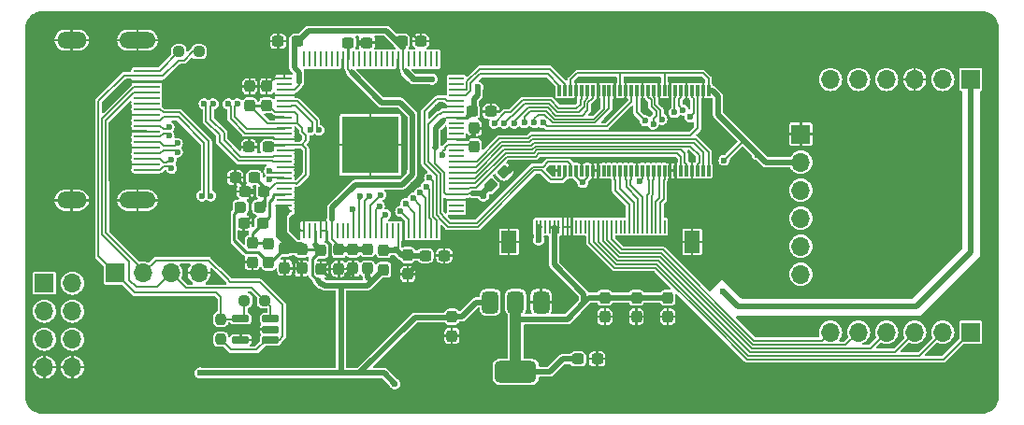
<source format=gtl>
G04 #@! TF.GenerationSoftware,KiCad,Pcbnew,8.0.6*
G04 #@! TF.CreationDate,2024-12-27T23:55:02+01:00*
G04 #@! TF.ProjectId,koyomi-hdmi-lvds,6b6f796f-6d69-42d6-9864-6d692d6c7664,rev?*
G04 #@! TF.SameCoordinates,Original*
G04 #@! TF.FileFunction,Copper,L1,Top*
G04 #@! TF.FilePolarity,Positive*
%FSLAX46Y46*%
G04 Gerber Fmt 4.6, Leading zero omitted, Abs format (unit mm)*
G04 Created by KiCad (PCBNEW 8.0.6) date 2024-12-27 23:55:02*
%MOMM*%
%LPD*%
G01*
G04 APERTURE LIST*
G04 Aperture macros list*
%AMRoundRect*
0 Rectangle with rounded corners*
0 $1 Rounding radius*
0 $2 $3 $4 $5 $6 $7 $8 $9 X,Y pos of 4 corners*
0 Add a 4 corners polygon primitive as box body*
4,1,4,$2,$3,$4,$5,$6,$7,$8,$9,$2,$3,0*
0 Add four circle primitives for the rounded corners*
1,1,$1+$1,$2,$3*
1,1,$1+$1,$4,$5*
1,1,$1+$1,$6,$7*
1,1,$1+$1,$8,$9*
0 Add four rect primitives between the rounded corners*
20,1,$1+$1,$2,$3,$4,$5,0*
20,1,$1+$1,$4,$5,$6,$7,0*
20,1,$1+$1,$6,$7,$8,$9,0*
20,1,$1+$1,$8,$9,$2,$3,0*%
G04 Aperture macros list end*
G04 #@! TA.AperFunction,ComponentPad*
%ADD10R,1.700000X1.700000*%
G04 #@! TD*
G04 #@! TA.AperFunction,ComponentPad*
%ADD11O,1.700000X1.700000*%
G04 #@! TD*
G04 #@! TA.AperFunction,SMDPad,CuDef*
%ADD12RoundRect,0.237500X0.300000X0.237500X-0.300000X0.237500X-0.300000X-0.237500X0.300000X-0.237500X0*%
G04 #@! TD*
G04 #@! TA.AperFunction,SMDPad,CuDef*
%ADD13O,2.400000X0.250000*%
G04 #@! TD*
G04 #@! TA.AperFunction,ComponentPad*
%ADD14O,3.300000X1.500000*%
G04 #@! TD*
G04 #@! TA.AperFunction,ComponentPad*
%ADD15O,2.700000X1.500000*%
G04 #@! TD*
G04 #@! TA.AperFunction,SMDPad,CuDef*
%ADD16RoundRect,0.237500X-0.250000X-0.237500X0.250000X-0.237500X0.250000X0.237500X-0.250000X0.237500X0*%
G04 #@! TD*
G04 #@! TA.AperFunction,SMDPad,CuDef*
%ADD17RoundRect,0.162500X0.617500X0.162500X-0.617500X0.162500X-0.617500X-0.162500X0.617500X-0.162500X0*%
G04 #@! TD*
G04 #@! TA.AperFunction,SMDPad,CuDef*
%ADD18RoundRect,0.237500X-0.237500X0.300000X-0.237500X-0.300000X0.237500X-0.300000X0.237500X0.300000X0*%
G04 #@! TD*
G04 #@! TA.AperFunction,SMDPad,CuDef*
%ADD19RoundRect,0.237500X-0.237500X0.250000X-0.237500X-0.250000X0.237500X-0.250000X0.237500X0.250000X0*%
G04 #@! TD*
G04 #@! TA.AperFunction,SMDPad,CuDef*
%ADD20RoundRect,0.237500X0.237500X-0.287500X0.237500X0.287500X-0.237500X0.287500X-0.237500X-0.287500X0*%
G04 #@! TD*
G04 #@! TA.AperFunction,SMDPad,CuDef*
%ADD21RoundRect,0.237500X0.237500X-0.300000X0.237500X0.300000X-0.237500X0.300000X-0.237500X-0.300000X0*%
G04 #@! TD*
G04 #@! TA.AperFunction,SMDPad,CuDef*
%ADD22RoundRect,0.375000X-0.375000X0.625000X-0.375000X-0.625000X0.375000X-0.625000X0.375000X0.625000X0*%
G04 #@! TD*
G04 #@! TA.AperFunction,SMDPad,CuDef*
%ADD23RoundRect,0.500000X-1.400000X0.500000X-1.400000X-0.500000X1.400000X-0.500000X1.400000X0.500000X0*%
G04 #@! TD*
G04 #@! TA.AperFunction,SMDPad,CuDef*
%ADD24RoundRect,0.237500X-0.300000X-0.237500X0.300000X-0.237500X0.300000X0.237500X-0.300000X0.237500X0*%
G04 #@! TD*
G04 #@! TA.AperFunction,SMDPad,CuDef*
%ADD25RoundRect,0.237500X0.250000X0.237500X-0.250000X0.237500X-0.250000X-0.237500X0.250000X-0.237500X0*%
G04 #@! TD*
G04 #@! TA.AperFunction,SMDPad,CuDef*
%ADD26R,0.279400X1.353299*%
G04 #@! TD*
G04 #@! TA.AperFunction,SMDPad,CuDef*
%ADD27R,1.353299X0.279400*%
G04 #@! TD*
G04 #@! TA.AperFunction,SMDPad,CuDef*
%ADD28R,5.200000X5.200000*%
G04 #@! TD*
G04 #@! TA.AperFunction,SMDPad,CuDef*
%ADD29RoundRect,0.237500X-0.044194X-0.380070X0.380070X0.044194X0.044194X0.380070X-0.380070X-0.044194X0*%
G04 #@! TD*
G04 #@! TA.AperFunction,SMDPad,CuDef*
%ADD30RoundRect,0.237500X-0.287500X-0.237500X0.287500X-0.237500X0.287500X0.237500X-0.287500X0.237500X0*%
G04 #@! TD*
G04 #@! TA.AperFunction,SMDPad,CuDef*
%ADD31R,0.200000X1.200000*%
G04 #@! TD*
G04 #@! TA.AperFunction,SMDPad,CuDef*
%ADD32R,1.400000X2.000000*%
G04 #@! TD*
G04 #@! TA.AperFunction,SMDPad,CuDef*
%ADD33RoundRect,0.009000X-0.141000X0.491000X-0.141000X-0.491000X0.141000X-0.491000X0.141000X0.491000X0*%
G04 #@! TD*
G04 #@! TA.AperFunction,ViaPad*
%ADD34C,0.600000*%
G04 #@! TD*
G04 #@! TA.AperFunction,Conductor*
%ADD35C,0.200000*%
G04 #@! TD*
G04 #@! TA.AperFunction,Conductor*
%ADD36C,0.250000*%
G04 #@! TD*
G04 #@! TA.AperFunction,Conductor*
%ADD37C,0.500000*%
G04 #@! TD*
G04 #@! TA.AperFunction,Conductor*
%ADD38C,1.000000*%
G04 #@! TD*
G04 APERTURE END LIST*
D10*
X68270000Y-71335000D03*
D11*
X70810000Y-71335000D03*
X68270000Y-73875000D03*
X70810000Y-73875000D03*
X68270000Y-76415000D03*
X70810000Y-76415000D03*
X68270000Y-78955000D03*
X70810000Y-78955000D03*
D12*
X88162500Y-63010000D03*
X86437500Y-63010000D03*
D13*
X77550000Y-61070000D03*
X77550000Y-60570000D03*
X77550000Y-60070000D03*
X77550000Y-59570000D03*
X77550000Y-59070000D03*
X77550000Y-58570000D03*
X77550000Y-58070000D03*
X77550000Y-57570000D03*
X77550000Y-57070000D03*
X77550000Y-56570000D03*
X77550000Y-56070000D03*
X77550000Y-55570000D03*
X77550000Y-55070000D03*
X77550000Y-54570000D03*
X77550000Y-54070000D03*
X77550000Y-53570000D03*
X77550000Y-53070000D03*
X77550000Y-52570000D03*
X77550000Y-52070000D03*
D14*
X76710000Y-49320000D03*
D15*
X70750000Y-49320000D03*
D14*
X76710000Y-63820000D03*
D15*
X70750000Y-63820000D03*
D16*
X86397500Y-72907500D03*
X88222500Y-72907500D03*
D17*
X88760000Y-76470000D03*
X88760000Y-75520000D03*
X88760000Y-74570000D03*
X86060000Y-74570000D03*
X86060000Y-76470000D03*
D10*
X74670000Y-70410000D03*
D11*
X77210000Y-70410000D03*
X79750000Y-70410000D03*
X82290000Y-70410000D03*
D18*
X105170000Y-74392500D03*
X105170000Y-76117500D03*
X119020000Y-72660000D03*
X119020000Y-74385000D03*
D19*
X84250000Y-74595000D03*
X84250000Y-76420000D03*
D20*
X99000000Y-70105000D03*
X99000000Y-68355000D03*
X88590000Y-69495000D03*
X88590000Y-67745000D03*
D18*
X91582500Y-68285000D03*
X91582500Y-70010000D03*
X101180000Y-68787500D03*
X101180000Y-70512500D03*
D21*
X107230000Y-58982500D03*
X107230000Y-57257500D03*
D22*
X113250000Y-73072500D03*
X110950000Y-73072500D03*
D23*
X110950000Y-79372500D03*
D22*
X108650000Y-73072500D03*
D18*
X94940000Y-68317500D03*
X94940000Y-70042500D03*
D24*
X102769500Y-68834000D03*
X104494500Y-68834000D03*
D12*
X88050000Y-65880000D03*
X86325000Y-65880000D03*
D25*
X82272500Y-50370000D03*
X80447500Y-50370000D03*
D11*
X136770000Y-67995000D03*
X136770000Y-70535000D03*
X149610000Y-52875000D03*
D10*
X152150000Y-52875000D03*
D11*
X144530000Y-52875000D03*
X141990000Y-52875000D03*
X139450000Y-52875000D03*
X136770000Y-60375000D03*
X136770000Y-62915000D03*
X136770000Y-65455000D03*
X139450000Y-75775000D03*
X141990000Y-75775000D03*
X144530000Y-75775000D03*
X147070000Y-75775000D03*
X149610000Y-75775000D03*
D10*
X152150000Y-75775000D03*
X136770000Y-57835000D03*
D11*
X147070000Y-52875000D03*
D21*
X88392000Y-55218500D03*
X88392000Y-53493500D03*
D24*
X116607500Y-78210000D03*
X118332500Y-78210000D03*
D18*
X90040000Y-68217500D03*
X90040000Y-69942500D03*
X121880000Y-72660000D03*
X121880000Y-74385000D03*
X93330000Y-68367500D03*
X93330000Y-70092500D03*
D26*
X91795947Y-66585947D03*
X92295949Y-66585947D03*
X92795948Y-66585947D03*
X93295947Y-66585947D03*
X93795948Y-66585947D03*
X94295947Y-66585947D03*
X94795949Y-66585947D03*
X95295948Y-66585947D03*
X95795947Y-66585947D03*
X96295948Y-66585947D03*
X96795947Y-66585947D03*
X97295946Y-66585947D03*
X97795948Y-66585947D03*
X98295947Y-66585947D03*
X98795949Y-66585947D03*
X99295948Y-66585947D03*
X99795947Y-66585947D03*
X100295948Y-66585947D03*
X100795947Y-66585947D03*
X101295949Y-66585947D03*
X101795948Y-66585947D03*
X102295947Y-66585947D03*
X102795948Y-66585947D03*
X103295947Y-66585947D03*
X103795949Y-66585947D03*
D27*
X105571896Y-64810000D03*
X105571896Y-64309998D03*
X105571896Y-63809999D03*
X105571896Y-63310000D03*
X105571896Y-62809999D03*
X105571896Y-62310000D03*
X105571896Y-61809998D03*
X105571896Y-61309999D03*
X105571896Y-60810000D03*
X105571896Y-60309999D03*
X105571896Y-59810000D03*
X105571896Y-59309998D03*
X105571896Y-58809999D03*
X105571896Y-58310000D03*
X105571896Y-57809998D03*
X105571896Y-57309999D03*
X105571896Y-56809998D03*
X105571896Y-56309999D03*
X105571896Y-55810000D03*
X105571896Y-55309998D03*
X105571896Y-54809999D03*
X105571896Y-54309998D03*
X105571896Y-53809999D03*
X105571896Y-53310000D03*
X105571896Y-52809998D03*
D26*
X103795949Y-51034051D03*
X103295947Y-51034051D03*
X102795948Y-51034051D03*
X102295949Y-51034051D03*
X101795948Y-51034051D03*
X101295949Y-51034051D03*
X100795947Y-51034051D03*
X100295948Y-51034051D03*
X99795949Y-51034051D03*
X99295948Y-51034051D03*
X98795949Y-51034051D03*
X98295947Y-51034051D03*
X97795948Y-51034051D03*
X97295949Y-51034051D03*
X96795947Y-51034051D03*
X96295948Y-51034051D03*
X95795947Y-51034051D03*
X95295948Y-51034051D03*
X94795949Y-51034051D03*
X94295947Y-51034051D03*
X93795948Y-51034051D03*
X93295947Y-51034051D03*
X92795948Y-51034051D03*
X92295949Y-51034051D03*
X91795947Y-51034051D03*
D27*
X90020000Y-52809998D03*
X90020000Y-53310000D03*
X90020000Y-53809999D03*
X90020000Y-54309998D03*
X90020000Y-54809999D03*
X90020000Y-55309998D03*
X90020000Y-55810000D03*
X90020000Y-56309999D03*
X90020000Y-56809998D03*
X90020000Y-57309999D03*
X90020000Y-57809998D03*
X90020000Y-58310000D03*
X90020000Y-58809999D03*
X90020000Y-59309998D03*
X90020000Y-59810000D03*
X90020000Y-60309999D03*
X90020000Y-60810000D03*
X90020000Y-61309999D03*
X90020000Y-61809998D03*
X90020000Y-62310000D03*
X90020000Y-62809999D03*
X90020000Y-63310000D03*
X90020000Y-63809999D03*
X90020000Y-64309998D03*
X90020000Y-64810000D03*
D28*
X97795948Y-58809999D03*
D18*
X124730000Y-72660000D03*
X124730000Y-74385000D03*
D29*
X108690120Y-62469880D03*
X109909880Y-61250120D03*
D30*
X86055000Y-64440000D03*
X87805000Y-64440000D03*
D18*
X87110000Y-67707500D03*
X87110000Y-69432500D03*
D24*
X106977500Y-55780000D03*
X108702500Y-55780000D03*
D12*
X91172500Y-49420000D03*
X89447500Y-49420000D03*
D20*
X97540000Y-70015000D03*
X97540000Y-68265000D03*
D12*
X87292500Y-61770000D03*
X85567500Y-61770000D03*
D24*
X95758000Y-49530000D03*
X97483000Y-49530000D03*
D21*
X86870000Y-55222500D03*
X86870000Y-53497500D03*
D18*
X96210000Y-68277500D03*
X96210000Y-70002500D03*
D24*
X100637500Y-49400000D03*
X102362500Y-49400000D03*
D12*
X88542500Y-59000000D03*
X86817500Y-59000000D03*
D31*
X112840000Y-66225000D03*
X113240000Y-66225000D03*
X113640000Y-66225000D03*
X114040000Y-66225000D03*
X114440000Y-66225000D03*
X114840000Y-66225000D03*
X115240000Y-66225000D03*
X115640000Y-66225000D03*
X116040000Y-66225000D03*
X116440000Y-66225000D03*
X116840000Y-66225000D03*
X117240000Y-66225000D03*
X117640000Y-66225000D03*
X118040000Y-66225000D03*
X118440000Y-66225000D03*
X118840000Y-66225000D03*
X119240000Y-66225000D03*
X119640000Y-66225000D03*
X120040000Y-66225000D03*
X120440000Y-66225000D03*
X120840000Y-66225000D03*
X121240000Y-66225000D03*
X121640000Y-66225000D03*
X122040000Y-66225000D03*
X122440000Y-66225000D03*
X122840000Y-66225000D03*
X123240000Y-66225000D03*
X123640000Y-66225000D03*
X124040000Y-66225000D03*
X124440000Y-66225000D03*
D32*
X110340000Y-67595000D03*
X126940000Y-67595000D03*
D33*
X128420000Y-53880000D03*
X127920000Y-53880000D03*
X127420000Y-53880000D03*
X126920000Y-53880000D03*
X126420000Y-53880000D03*
X125920000Y-53880000D03*
X125420000Y-53880000D03*
X124920000Y-53880000D03*
X124420000Y-53880000D03*
X123920000Y-53880000D03*
X123420000Y-53880000D03*
X122920000Y-53880000D03*
X122420000Y-53880000D03*
X121920000Y-53880000D03*
X121420000Y-53880000D03*
X120920000Y-53880000D03*
X120420000Y-53880000D03*
X119920000Y-53880000D03*
X119420000Y-53880000D03*
X118920000Y-53880000D03*
X118420000Y-53880000D03*
X117920000Y-53880000D03*
X117420000Y-53880000D03*
X116920000Y-53880000D03*
X116420000Y-53880000D03*
X115920000Y-53880000D03*
X115420000Y-53880000D03*
X114920000Y-53880000D03*
X114920000Y-61140000D03*
X115420000Y-61140000D03*
X115920000Y-61140000D03*
X116420000Y-61140000D03*
X116920000Y-61140000D03*
X117420000Y-61140000D03*
X117920000Y-61140000D03*
X118420000Y-61140000D03*
X118920000Y-61140000D03*
X119420000Y-61140000D03*
X119920000Y-61140000D03*
X120420000Y-61140000D03*
X120920000Y-61140000D03*
X121420000Y-61140000D03*
X121920000Y-61140000D03*
X122420000Y-61140000D03*
X122920000Y-61140000D03*
X123420000Y-61140000D03*
X123920000Y-61140000D03*
X124420000Y-61140000D03*
X124920000Y-61140000D03*
X125420000Y-61140000D03*
X125920000Y-61140000D03*
X126420000Y-61140000D03*
X126920000Y-61140000D03*
X127420000Y-61140000D03*
X127920000Y-61140000D03*
X128420000Y-61140000D03*
D34*
X91500000Y-63410000D03*
X101490000Y-48660000D03*
X80460000Y-61670000D03*
X75800000Y-60520000D03*
X101710000Y-62470000D03*
X70240000Y-52110000D03*
X126930000Y-62290000D03*
X136070000Y-55180000D03*
X153370000Y-50180000D03*
X147870000Y-51080000D03*
X126470000Y-76155000D03*
X87100000Y-63000000D03*
X90823921Y-69113447D03*
X90890000Y-65930000D03*
X93800000Y-56670000D03*
X118770000Y-76155000D03*
X103870000Y-55420000D03*
X108399566Y-57717494D03*
X148970000Y-50180000D03*
X127570000Y-76155000D03*
X69140000Y-51210000D03*
X101120000Y-63020000D03*
X125370000Y-77055000D03*
X127570000Y-75255000D03*
X144570000Y-50180000D03*
X91235735Y-58209999D03*
X84400000Y-63270000D03*
X106755000Y-64015000D03*
X126470000Y-74355000D03*
X122070000Y-76155000D03*
X85350000Y-54237156D03*
X105150000Y-77430000D03*
X86180000Y-66940000D03*
X90040000Y-52220000D03*
X114190000Y-61140000D03*
X125130000Y-62320000D03*
X120970000Y-78855000D03*
X75800000Y-57630000D03*
X109450000Y-57590000D03*
X69140000Y-52110000D03*
X121710000Y-56840000D03*
X79330000Y-61730000D03*
X127570000Y-77055000D03*
X145670000Y-50180000D03*
X95660000Y-70690000D03*
X123170000Y-77055000D03*
X137170000Y-55180000D03*
X86080000Y-69020000D03*
X96795500Y-49530000D03*
X120970000Y-77055000D03*
X87610000Y-52760000D03*
X118770000Y-77080000D03*
X102280000Y-61850000D03*
X138270000Y-56080000D03*
X151170000Y-50180000D03*
X145670000Y-51080000D03*
X75810000Y-59100000D03*
X119870000Y-77955000D03*
X118230000Y-55280000D03*
X126940000Y-60100000D03*
X91568631Y-54409052D03*
X128020000Y-54860000D03*
X81950000Y-55760000D03*
X134970000Y-56080000D03*
X119870000Y-76155000D03*
X71340000Y-52110000D03*
X70240000Y-51210000D03*
X88800000Y-56270000D03*
X153370000Y-51080000D03*
X125220000Y-60230000D03*
X75790000Y-56100000D03*
X101642108Y-67762398D03*
X123170000Y-76155000D03*
X150070000Y-51080000D03*
X120970000Y-76155000D03*
X125370000Y-76155000D03*
X110920000Y-60580000D03*
X144570000Y-51080000D03*
X122070000Y-77055000D03*
X124400000Y-55150000D03*
X110370000Y-57620000D03*
X146770000Y-51080000D03*
X91320000Y-60810000D03*
X81570000Y-63200000D03*
X126470000Y-77055000D03*
X119870000Y-77055000D03*
X95270000Y-52400000D03*
X86460612Y-60870196D03*
X109340000Y-54110000D03*
X119870000Y-78855000D03*
X94080000Y-70790000D03*
X137170000Y-56080000D03*
X87625425Y-58359999D03*
X152270000Y-51080000D03*
X113260000Y-71410000D03*
X75580000Y-53340000D03*
X126470000Y-75255000D03*
X120180000Y-55200000D03*
X71340000Y-51210000D03*
X82980000Y-64270000D03*
X83200000Y-54210000D03*
X87630000Y-54310000D03*
X93410000Y-65120000D03*
X148970000Y-51080000D03*
X84370000Y-61470000D03*
X101993178Y-69638857D03*
X136070000Y-56080000D03*
X138270000Y-55180000D03*
X124270000Y-76155000D03*
X99910000Y-65400000D03*
X111290000Y-57560000D03*
X146770000Y-50180000D03*
X151170000Y-51080000D03*
X120970000Y-77955000D03*
X84240000Y-55710000D03*
X116030000Y-54895000D03*
X124270000Y-77055000D03*
X134970000Y-55180000D03*
X93900000Y-58150000D03*
X126460000Y-54870000D03*
X152270000Y-50180000D03*
X126470000Y-57200000D03*
X87450000Y-75510000D03*
X118170000Y-62170000D03*
X122520000Y-54970000D03*
X100110000Y-52450000D03*
X150070000Y-50180000D03*
X100430000Y-63450000D03*
X147870000Y-50180000D03*
X101560000Y-61350000D03*
X104350000Y-59710000D03*
X100150000Y-68320000D03*
X108020000Y-63440000D03*
X103360000Y-52850000D03*
X107540000Y-53590000D03*
X117030000Y-62220000D03*
X100010000Y-80470000D03*
X129820000Y-60200000D03*
X82400000Y-79490000D03*
X122169762Y-62128275D03*
X132820000Y-59697500D03*
X83550000Y-55080000D03*
X79551784Y-57970000D03*
X80310175Y-59470000D03*
X85740000Y-55100000D03*
X82550000Y-63430000D03*
X88666611Y-61159999D03*
X84940000Y-55100000D03*
X80310175Y-58670000D03*
X83350000Y-63430000D03*
X88666611Y-61959999D03*
X82750000Y-55080000D03*
X79551784Y-57170000D03*
X79785878Y-60930000D03*
X93131997Y-57451495D03*
X79785878Y-60130000D03*
X92331997Y-57451495D03*
X112620000Y-56780000D03*
X96820000Y-63470000D03*
X109020000Y-56840000D03*
X99150000Y-65120000D03*
X109920000Y-56840000D03*
X98604433Y-64356389D03*
X101660000Y-63650000D03*
X125320000Y-55864511D03*
X100520000Y-64830000D03*
X126747235Y-56267235D03*
X113437999Y-56782001D03*
X96195947Y-64650000D03*
X126100000Y-55640000D03*
X100980000Y-64130000D03*
X124180000Y-56480000D03*
X102290000Y-63140000D03*
X123405735Y-56915735D03*
X102862985Y-62581707D03*
X111740000Y-56800000D03*
X97680000Y-63460000D03*
X98729933Y-63339933D03*
X110820000Y-56830000D03*
X103160000Y-61790000D03*
X122660000Y-56610000D03*
X129677500Y-72062500D03*
X113040000Y-67420000D03*
D35*
X93295947Y-65234053D02*
X93410000Y-65120000D01*
X90020000Y-56309999D02*
X88839999Y-56309999D01*
X91469577Y-54309998D02*
X91568631Y-54409052D01*
D36*
X91582500Y-70010000D02*
X90107500Y-70010000D01*
X106562924Y-58310000D02*
X107230000Y-57642924D01*
D35*
X87450000Y-75510000D02*
X87460000Y-75520000D01*
D36*
X94130000Y-67827924D02*
X94130000Y-69292500D01*
X86437500Y-62640000D02*
X85567500Y-61770000D01*
D35*
X120920000Y-53880000D02*
X120920000Y-54460000D01*
D37*
X110249880Y-61250120D02*
X110920000Y-60580000D01*
D35*
X91100001Y-63809999D02*
X91500000Y-63410000D01*
X116420000Y-53880000D02*
X116420000Y-54505000D01*
D36*
X86870000Y-53497500D02*
X88388000Y-53497500D01*
X87630000Y-54310000D02*
X87630000Y-52780000D01*
D35*
X89071722Y-58225000D02*
X89156722Y-58310000D01*
D36*
X90823921Y-69113447D02*
X90823921Y-70386079D01*
D35*
X90936347Y-59309998D02*
X91320000Y-59693651D01*
D36*
X90823921Y-70386079D02*
X90810000Y-70400000D01*
D35*
X126920000Y-60120000D02*
X126940000Y-60100000D01*
X119920000Y-53880000D02*
X119920000Y-54940000D01*
D36*
X87100000Y-63000000D02*
X86575000Y-63000000D01*
D35*
X87675424Y-58310000D02*
X87928278Y-58310000D01*
D36*
X102362500Y-49400000D02*
X102230000Y-49400000D01*
D35*
X114190000Y-61140000D02*
X114920000Y-61140000D01*
X125280000Y-60170000D02*
X125220000Y-60230000D01*
X100110000Y-52450000D02*
X100295948Y-52264052D01*
X106549999Y-63809999D02*
X105571896Y-63809999D01*
X125420000Y-61140000D02*
X125420000Y-60310000D01*
X122420000Y-53880000D02*
X122420000Y-54870000D01*
X124920000Y-54630000D02*
X124400000Y-55150000D01*
D37*
X96210000Y-70140000D02*
X95660000Y-70690000D01*
D35*
X100856249Y-67562596D02*
X100795947Y-67502294D01*
X126420000Y-53880000D02*
X126420000Y-54830000D01*
D36*
X86905000Y-65300000D02*
X86325000Y-65880000D01*
D35*
X127920000Y-54760000D02*
X128020000Y-54860000D01*
D36*
X102230000Y-49400000D02*
X101490000Y-48660000D01*
X107939572Y-57257500D02*
X107230000Y-57257500D01*
D35*
X123920000Y-53880000D02*
X123920000Y-54670000D01*
X118230000Y-55280000D02*
X118420000Y-55090000D01*
D36*
X94130000Y-69292500D02*
X93330000Y-70092500D01*
D35*
X101442306Y-67562596D02*
X100856249Y-67562596D01*
X100795947Y-67502294D02*
X100795947Y-66585947D01*
X124920000Y-60530000D02*
X124920000Y-61140000D01*
X117689240Y-60340000D02*
X117920000Y-60570760D01*
D36*
X90107500Y-70010000D02*
X90040000Y-69942500D01*
D35*
X87460000Y-75520000D02*
X88760000Y-75520000D01*
D36*
X87630000Y-52780000D02*
X87610000Y-52760000D01*
D35*
X126920000Y-61140000D02*
X126920000Y-60120000D01*
X116362240Y-60013000D02*
X113477000Y-60013000D01*
X116920000Y-61140000D02*
X116920000Y-60570760D01*
X75580000Y-53340000D02*
X75850000Y-53070000D01*
X95295948Y-52374052D02*
X95270000Y-52400000D01*
X117920000Y-61920000D02*
X118170000Y-62170000D01*
D36*
X93795948Y-67493872D02*
X94130000Y-67827924D01*
D35*
X87928278Y-58310000D02*
X88013278Y-58225000D01*
X105571896Y-55309998D02*
X103980002Y-55309998D01*
X113477000Y-60013000D02*
X113300000Y-60190000D01*
X123920000Y-54670000D02*
X124400000Y-55150000D01*
D36*
X94080000Y-70790000D02*
X94027500Y-70790000D01*
X105571896Y-58310000D02*
X106562924Y-58310000D01*
D35*
X91320000Y-59693651D02*
X91320000Y-60810000D01*
D36*
X90823921Y-69113447D02*
X91582500Y-69872026D01*
X107230000Y-57642924D02*
X107230000Y-57257500D01*
D35*
X116920000Y-60570760D02*
X116362240Y-60013000D01*
D36*
X91582500Y-69872026D02*
X91582500Y-70010000D01*
D35*
X91545947Y-66585947D02*
X91795947Y-66585947D01*
D37*
X101993178Y-69699322D02*
X101180000Y-70512500D01*
D35*
X90020000Y-52809998D02*
X89075502Y-52809998D01*
X90020000Y-60810000D02*
X91320000Y-60810000D01*
X100295948Y-52264052D02*
X100295948Y-51034051D01*
X126420000Y-54830000D02*
X126460000Y-54870000D01*
X90020000Y-59309998D02*
X90936347Y-59309998D01*
D37*
X109909880Y-61250120D02*
X110249880Y-61250120D01*
D35*
X89156722Y-58310000D02*
X90020000Y-58310000D01*
X90020000Y-54309998D02*
X91469577Y-54309998D01*
X90020000Y-58310000D02*
X91135734Y-58310000D01*
X118420000Y-55090000D02*
X118420000Y-53880000D01*
X116420000Y-54505000D02*
X116030000Y-54895000D01*
X106755000Y-64015000D02*
X106549999Y-63809999D01*
X93295947Y-66585947D02*
X93295947Y-65234053D01*
X117920000Y-61140000D02*
X117920000Y-61920000D01*
D36*
X94027500Y-70790000D02*
X93330000Y-70092500D01*
X86437500Y-63010000D02*
X86437500Y-62640000D01*
D35*
X116920000Y-60570760D02*
X117150760Y-60340000D01*
X103980002Y-55309998D02*
X103870000Y-55420000D01*
X117920000Y-60570760D02*
X117920000Y-61140000D01*
D36*
X86437500Y-63010000D02*
X86905000Y-63477500D01*
D35*
X125220000Y-60230000D02*
X124920000Y-60530000D01*
D36*
X93795948Y-66585947D02*
X93795948Y-67493872D01*
D37*
X101993178Y-69638857D02*
X101993178Y-69699322D01*
D35*
X122420000Y-54870000D02*
X122520000Y-54970000D01*
X90020000Y-63809999D02*
X91100001Y-63809999D01*
D37*
X96210000Y-70002500D02*
X96210000Y-70140000D01*
D35*
X117150760Y-60340000D02*
X117689240Y-60340000D01*
X90890000Y-65930000D02*
X91545947Y-66585947D01*
X75850000Y-53070000D02*
X77550000Y-53070000D01*
X119920000Y-54940000D02*
X120180000Y-55200000D01*
D36*
X97483000Y-49530000D02*
X96795500Y-49530000D01*
D35*
X118420000Y-61920000D02*
X118420000Y-61140000D01*
X127920000Y-53880000D02*
X127920000Y-54760000D01*
X87625425Y-58359999D02*
X87675424Y-58310000D01*
X124920000Y-53880000D02*
X124920000Y-54630000D01*
D36*
X86905000Y-63477500D02*
X86905000Y-65300000D01*
D35*
X120920000Y-54460000D02*
X120180000Y-55200000D01*
X90040000Y-52220000D02*
X90040000Y-52789998D01*
X95295948Y-51034051D02*
X95295948Y-52374052D01*
X91135734Y-58310000D02*
X91235735Y-58209999D01*
X88839999Y-56309999D02*
X88800000Y-56270000D01*
X89075502Y-52809998D02*
X88392000Y-53493500D01*
X118170000Y-62170000D02*
X118420000Y-61920000D01*
X125420000Y-60310000D02*
X125280000Y-60170000D01*
D36*
X88388000Y-53497500D02*
X88392000Y-53493500D01*
D35*
X90040000Y-52789998D02*
X90020000Y-52809998D01*
X88013278Y-58225000D02*
X89071722Y-58225000D01*
X101642108Y-67762398D02*
X101442306Y-67562596D01*
D36*
X108399566Y-57717494D02*
X107939572Y-57257500D01*
D35*
X91190000Y-56050000D02*
X90950000Y-55810000D01*
X91139998Y-56809998D02*
X91190000Y-56860000D01*
X91120000Y-62320000D02*
X91960000Y-61480000D01*
X90020000Y-56809998D02*
X89959998Y-56870000D01*
X90020000Y-58809999D02*
X90936350Y-58809999D01*
X91960000Y-61480000D02*
X91960000Y-59150000D01*
X90936350Y-58809999D02*
X91520001Y-58809999D01*
X90020000Y-56809998D02*
X91139998Y-56809998D01*
D36*
X88205000Y-63095000D02*
X88300000Y-63000000D01*
D35*
X91190000Y-56860000D02*
X91190000Y-56050000D01*
X91960000Y-59150000D02*
X91570000Y-58760000D01*
X90020000Y-62310000D02*
X91110000Y-62310000D01*
X88300000Y-63695000D02*
X87735000Y-64260000D01*
D36*
X88162500Y-62640000D02*
X88162500Y-63010000D01*
D35*
X88597029Y-55218500D02*
X88392000Y-55218500D01*
X89207565Y-62310000D02*
X88517565Y-63000000D01*
X91640000Y-57310000D02*
X91190000Y-56860000D01*
X89188529Y-55810000D02*
X88597029Y-55218500D01*
X91950000Y-58380000D02*
X91950000Y-57920000D01*
D36*
X86870000Y-55222500D02*
X88388000Y-55222500D01*
D35*
X91110000Y-62310000D02*
X91120000Y-62320000D01*
X91950000Y-57920000D02*
X91640000Y-57610000D01*
X88300000Y-63000000D02*
X88300000Y-63695000D01*
X88517500Y-56870000D02*
X86870000Y-55222500D01*
X91520001Y-58809999D02*
X91570000Y-58760000D01*
D36*
X87292500Y-61770000D02*
X88162500Y-62640000D01*
X88388000Y-55222500D02*
X88392000Y-55218500D01*
X88732501Y-58809999D02*
X90020000Y-58809999D01*
X88542500Y-59000000D02*
X88732501Y-58809999D01*
D35*
X88517565Y-63000000D02*
X88300000Y-63000000D01*
X90950000Y-55810000D02*
X90020000Y-55810000D01*
X91640000Y-57610000D02*
X91640000Y-57310000D01*
X91570000Y-58760000D02*
X91950000Y-58380000D01*
X89959998Y-56870000D02*
X88517500Y-56870000D01*
X90020000Y-62310000D02*
X89207565Y-62310000D01*
D36*
X88205000Y-64390000D02*
X88205000Y-63095000D01*
D35*
X90020000Y-55810000D02*
X89188529Y-55810000D01*
X104350000Y-59710000D02*
X104350000Y-59430000D01*
D36*
X95795947Y-49567947D02*
X95758000Y-49530000D01*
D35*
X107057499Y-58809999D02*
X107230000Y-58982500D01*
D37*
X101560000Y-61350000D02*
X101610000Y-61300000D01*
D35*
X94295947Y-66585947D02*
X94295947Y-67350947D01*
X96067774Y-52222226D02*
X95795947Y-51950399D01*
D37*
X100510000Y-54950000D02*
X98795548Y-54950000D01*
D35*
X104595247Y-59184753D02*
X104595247Y-59040000D01*
X104595247Y-59040000D02*
X104825248Y-58809999D01*
D37*
X94940000Y-68317500D02*
X96170000Y-68317500D01*
D35*
X94295947Y-66585947D02*
X94295947Y-65540000D01*
D37*
X94295947Y-65540000D02*
X94350000Y-65485947D01*
D35*
X95795947Y-51950399D02*
X95795947Y-51034051D01*
D37*
X101610000Y-61300000D02*
X101610000Y-56050000D01*
X101560000Y-61500000D02*
X101560000Y-61350000D01*
D36*
X95795947Y-51034051D02*
X95795947Y-49567947D01*
D37*
X94350000Y-65485947D02*
X94350000Y-64510000D01*
X97527500Y-68277500D02*
X97540000Y-68265000D01*
X96210000Y-68277500D02*
X97527500Y-68277500D01*
X100660000Y-62400000D02*
X101560000Y-61500000D01*
D35*
X104350000Y-59430000D02*
X104595247Y-59184753D01*
D37*
X98795548Y-54950000D02*
X96067774Y-52222226D01*
D35*
X104825248Y-58809999D02*
X105571896Y-58809999D01*
X105571896Y-58809999D02*
X107057499Y-58809999D01*
D37*
X94350000Y-64510000D02*
X96460000Y-62400000D01*
X96460000Y-62400000D02*
X100660000Y-62400000D01*
X96170000Y-68317500D02*
X96210000Y-68277500D01*
X101610000Y-56050000D02*
X100510000Y-54950000D01*
D35*
X94295947Y-67350947D02*
X95210000Y-68265000D01*
X100977774Y-52132226D02*
X100795947Y-51950398D01*
D37*
X101577775Y-52732225D02*
X100977774Y-52132226D01*
X100617500Y-68787500D02*
X100150000Y-68320000D01*
D35*
X106611471Y-63310000D02*
X105571896Y-63310000D01*
X105571896Y-63310000D02*
X104660301Y-63310000D01*
D37*
X91360000Y-52260000D02*
X91360000Y-53120000D01*
X100795947Y-49995947D02*
X99270000Y-48470000D01*
X107180000Y-55618244D02*
X106664122Y-56134122D01*
D35*
X106761471Y-63160000D02*
X106611471Y-63310000D01*
X100795947Y-49995947D02*
X100795947Y-51034051D01*
D37*
X101695549Y-52850000D02*
X101577775Y-52732225D01*
D35*
X90936350Y-53809999D02*
X91360000Y-53386349D01*
D37*
X103717773Y-57247773D02*
X103717773Y-59032227D01*
X107540000Y-53590000D02*
X107540000Y-54280000D01*
D35*
X104655546Y-56309999D02*
X105571896Y-56309999D01*
X107020000Y-63160000D02*
X106761471Y-63160000D01*
X104402773Y-56562773D02*
X104655546Y-56309999D01*
X104443985Y-61300560D02*
X103670000Y-60526575D01*
X100150000Y-68320000D02*
X100295948Y-68174052D01*
D37*
X103717773Y-57247773D02*
X104402773Y-56562773D01*
X101226500Y-68834000D02*
X101180000Y-68787500D01*
D35*
X91360000Y-53386349D02*
X91360000Y-53120000D01*
D37*
X107490000Y-63160000D02*
X107020000Y-63160000D01*
D36*
X106664122Y-56134122D02*
X106488245Y-56309999D01*
X106488245Y-56309999D02*
X105571896Y-56309999D01*
D35*
X104443985Y-63093684D02*
X104443985Y-61300560D01*
D37*
X107540000Y-54280000D02*
X107180000Y-54640000D01*
D35*
X100795947Y-51950398D02*
X100795947Y-51034051D01*
D37*
X101180000Y-68787500D02*
X100617500Y-68787500D01*
X108020000Y-63440000D02*
X107740000Y-63160000D01*
X108020000Y-63140000D02*
X108690120Y-62469880D01*
X92190000Y-48470000D02*
X90900000Y-49760000D01*
X102769500Y-68834000D02*
X101226500Y-68834000D01*
X99000000Y-68355000D02*
X100115000Y-68355000D01*
D35*
X90020000Y-53809999D02*
X90936350Y-53809999D01*
X100295948Y-68174052D02*
X100295948Y-66585947D01*
X103670000Y-60526575D02*
X103670000Y-59080000D01*
D37*
X90900000Y-51800000D02*
X91360000Y-52260000D01*
X108020000Y-63440000D02*
X108020000Y-63140000D01*
X99270000Y-48470000D02*
X92190000Y-48470000D01*
D35*
X104660301Y-63310000D02*
X104443985Y-63093684D01*
D37*
X107180000Y-54640000D02*
X107180000Y-55618244D01*
X107740000Y-63160000D02*
X107490000Y-63160000D01*
X100115000Y-68355000D02*
X100150000Y-68320000D01*
X90900000Y-49760000D02*
X90900000Y-51800000D01*
X103717773Y-59032227D02*
X103670000Y-59080000D01*
X103360000Y-52850000D02*
X101695549Y-52850000D01*
D36*
X88050000Y-65880000D02*
X88655000Y-65275000D01*
X87110000Y-67707500D02*
X87110000Y-66820000D01*
X88655000Y-63973351D02*
X89018351Y-63610000D01*
X88552500Y-67707500D02*
X88590000Y-67745000D01*
X89018351Y-63610000D02*
X89018351Y-63345299D01*
X87110000Y-67707500D02*
X88552500Y-67707500D01*
X87110000Y-66820000D02*
X88050000Y-65880000D01*
X88655000Y-65275000D02*
X88655000Y-63973351D01*
X89018351Y-63345299D02*
X89053650Y-63310000D01*
X89053650Y-63310000D02*
X90020000Y-63310000D01*
D37*
X99030000Y-79490000D02*
X100010000Y-80470000D01*
D35*
X116420000Y-61140000D02*
X116420000Y-61709240D01*
D37*
X97565000Y-71540000D02*
X97932500Y-71172500D01*
X101819413Y-74455000D02*
X96784413Y-79490000D01*
X106070000Y-74355000D02*
X105207500Y-74355000D01*
X95190000Y-79490000D02*
X82400000Y-79490000D01*
D35*
X115920000Y-52910000D02*
X115920000Y-53880000D01*
D37*
X129270000Y-54390000D02*
X128760000Y-53880000D01*
X136770000Y-60375000D02*
X133590000Y-60375000D01*
D36*
X93247500Y-68285000D02*
X93330000Y-68367500D01*
D35*
X131577500Y-58442500D02*
X131577500Y-58362500D01*
D36*
X86570000Y-68570000D02*
X87665000Y-68570000D01*
D35*
X120390000Y-52310000D02*
X116520000Y-52310000D01*
X120420000Y-52460000D02*
X120420000Y-53880000D01*
X124390000Y-52310000D02*
X124420000Y-52340000D01*
D36*
X86055000Y-64440000D02*
X85462500Y-65032500D01*
D37*
X93500000Y-71415000D02*
X93625000Y-71540000D01*
X93625000Y-71540000D02*
X95130000Y-71540000D01*
X96784413Y-79490000D02*
X99030000Y-79490000D01*
D35*
X128420000Y-53880000D02*
X128420000Y-52820000D01*
D37*
X97540000Y-70780000D02*
X97932500Y-71172500D01*
X105107500Y-74455000D02*
X101819413Y-74455000D01*
D36*
X92530000Y-69167500D02*
X93330000Y-68367500D01*
D37*
X131577500Y-58362500D02*
X129270000Y-56055000D01*
D36*
X89280002Y-64309998D02*
X90020000Y-64309998D01*
D37*
X129270000Y-56055000D02*
X129270000Y-54390000D01*
D36*
X92795948Y-67833448D02*
X92795948Y-66585947D01*
X89310000Y-67050000D02*
X89310000Y-64339996D01*
D35*
X124390000Y-52310000D02*
X120390000Y-52310000D01*
D38*
X89710000Y-66930000D02*
X90820000Y-68040000D01*
D36*
X91582500Y-68285000D02*
X89710000Y-66412500D01*
D37*
X97932500Y-71172500D02*
X99000000Y-70105000D01*
D38*
X89710000Y-65580000D02*
X89710000Y-66020000D01*
X90020000Y-64810000D02*
X89710000Y-65120000D01*
D36*
X92530000Y-70632076D02*
X92530000Y-69167500D01*
X89710000Y-66412500D02*
X89710000Y-66020000D01*
D35*
X117420000Y-61800000D02*
X117420000Y-61140000D01*
D37*
X107352500Y-73072500D02*
X106070000Y-74355000D01*
D36*
X90040000Y-68217500D02*
X90040000Y-67780000D01*
D35*
X120390000Y-52430000D02*
X120420000Y-52460000D01*
D37*
X97540000Y-70015000D02*
X97540000Y-70780000D01*
D36*
X88762500Y-69495000D02*
X90040000Y-68217500D01*
X91515000Y-68217500D02*
X91582500Y-68285000D01*
D35*
X116810760Y-62100000D02*
X117120000Y-62100000D01*
D37*
X108650000Y-73072500D02*
X107352500Y-73072500D01*
D38*
X89710000Y-65120000D02*
X89710000Y-65580000D01*
D36*
X89310000Y-64339996D02*
X89280002Y-64309998D01*
X87665000Y-68570000D02*
X88590000Y-69495000D01*
D35*
X116420000Y-61709240D02*
X116810760Y-62100000D01*
X117120000Y-62100000D02*
X117420000Y-61800000D01*
D37*
X95130000Y-71540000D02*
X97565000Y-71540000D01*
X89780000Y-64570000D02*
X89500000Y-64570000D01*
X95130000Y-71540000D02*
X95130000Y-79430000D01*
D35*
X116520000Y-52310000D02*
X115920000Y-52910000D01*
D37*
X128760000Y-53880000D02*
X128520000Y-53880000D01*
D36*
X91582500Y-68285000D02*
X93247500Y-68285000D01*
D35*
X124420000Y-52340000D02*
X124420000Y-53880000D01*
D37*
X93312924Y-71415000D02*
X93500000Y-71415000D01*
D36*
X93013962Y-71116038D02*
X92530000Y-70632076D01*
D37*
X133590000Y-60375000D02*
X131577500Y-58362500D01*
D35*
X127910000Y-52310000D02*
X124390000Y-52310000D01*
X129820000Y-60200000D02*
X131577500Y-58442500D01*
X122169762Y-62128275D02*
X122420000Y-61878037D01*
D36*
X90020000Y-64810000D02*
X90020000Y-64309998D01*
D37*
X96784413Y-79490000D02*
X95190000Y-79490000D01*
D36*
X90040000Y-67780000D02*
X89310000Y-67050000D01*
X85462500Y-67462500D02*
X86570000Y-68570000D01*
D35*
X122420000Y-61878037D02*
X122420000Y-61140000D01*
X120390000Y-52310000D02*
X120390000Y-52430000D01*
D36*
X85462500Y-65032500D02*
X85462500Y-67462500D01*
D35*
X128420000Y-52820000D02*
X127910000Y-52310000D01*
D37*
X93312924Y-71415000D02*
X93013962Y-71116038D01*
X93330000Y-68367500D02*
X92795948Y-67833448D01*
D38*
X91582500Y-68285000D02*
X91410947Y-68113447D01*
D37*
X90020000Y-64810000D02*
X89780000Y-64570000D01*
D38*
X90144053Y-68113447D02*
X90040000Y-68217500D01*
D37*
X95130000Y-79430000D02*
X95190000Y-79490000D01*
D36*
X88590000Y-69495000D02*
X88762500Y-69495000D01*
D38*
X91410947Y-68113447D02*
X90144053Y-68113447D01*
X89710000Y-66020000D02*
X89710000Y-66930000D01*
D36*
X90040000Y-68217500D02*
X91515000Y-68217500D01*
D38*
X110950000Y-74610000D02*
X110950000Y-79372500D01*
D37*
X118970000Y-72660000D02*
X124730000Y-72660000D01*
X117570000Y-72660000D02*
X117105000Y-73125000D01*
X117105000Y-73125000D02*
X115620000Y-74610000D01*
X114057500Y-79372500D02*
X110950000Y-79372500D01*
X118970000Y-72660000D02*
X117570000Y-72660000D01*
X115620000Y-74610000D02*
X110950000Y-74610000D01*
X116607500Y-78210000D02*
X115220000Y-78210000D01*
D36*
X114440000Y-66225000D02*
X114065000Y-66225000D01*
X114440000Y-66225000D02*
X114815000Y-66225000D01*
D38*
X110950000Y-73072500D02*
X110950000Y-74610000D01*
D37*
X114440000Y-66225000D02*
X114440000Y-69650000D01*
X114440000Y-69650000D02*
X117105000Y-72315000D01*
X117105000Y-72315000D02*
X117105000Y-73125000D01*
X115220000Y-78210000D02*
X114057500Y-79372500D01*
D35*
X89005026Y-59810000D02*
X88955026Y-59860000D01*
X83350000Y-56497156D02*
X83350000Y-55280000D01*
X78750000Y-58070000D02*
X79050000Y-57770000D01*
X90020000Y-59810000D02*
X89005026Y-59810000D01*
X79351784Y-57770000D02*
X79551784Y-57970000D01*
X88955026Y-59860000D02*
X86002844Y-59860000D01*
X86002844Y-59860000D02*
X84550000Y-58407156D01*
X83350000Y-55280000D02*
X83550000Y-55080000D01*
X84550000Y-57697156D02*
X83350000Y-56497156D01*
X84550000Y-58407156D02*
X84550000Y-57697156D01*
X79050000Y-57770000D02*
X79351784Y-57770000D01*
X77550000Y-58070000D02*
X78750000Y-58070000D01*
X77550000Y-52070000D02*
X78747500Y-52070000D01*
X78747500Y-52070000D02*
X80447500Y-50370000D01*
X83160000Y-69260000D02*
X84830000Y-70930000D01*
X84250000Y-76420000D02*
X85198750Y-77368750D01*
X73824000Y-62143104D02*
X73830000Y-62149104D01*
X77550000Y-54070000D02*
X76373959Y-54070000D01*
X85130000Y-71230000D02*
X87170000Y-71230000D01*
X88400000Y-76470000D02*
X88760000Y-76470000D01*
X78360000Y-69260000D02*
X83160000Y-69260000D01*
X89840000Y-73270778D02*
X89840000Y-76169999D01*
X73830000Y-62149104D02*
X73830000Y-66775104D01*
X85198750Y-77368750D02*
X87501250Y-77368750D01*
X89539999Y-76470000D02*
X88760000Y-76470000D01*
X76373959Y-54070000D02*
X73824000Y-56619959D01*
X84830000Y-70930000D02*
X85130000Y-71230000D01*
X87170000Y-71230000D02*
X87799222Y-71230000D01*
X89840000Y-76169999D02*
X89539999Y-76470000D01*
X73830000Y-66775104D02*
X77210000Y-70155104D01*
X87501250Y-77368750D02*
X88400000Y-76470000D01*
X77210000Y-70410000D02*
X78360000Y-69260000D01*
X77210000Y-70155104D02*
X77210000Y-70410000D01*
X73824000Y-56619959D02*
X73824000Y-62143104D01*
X87799222Y-71230000D02*
X89840000Y-73270778D01*
X84250000Y-74595000D02*
X84250000Y-72620000D01*
X73170000Y-68910000D02*
X74670000Y-70410000D01*
X84250000Y-72620000D02*
X83827000Y-72197000D01*
X80926722Y-51145000D02*
X81701722Y-50370000D01*
X81701722Y-50370000D02*
X82272500Y-50370000D01*
X76310000Y-52570000D02*
X76240000Y-52500000D01*
X73170000Y-54841471D02*
X73170000Y-68910000D01*
X75511471Y-52500000D02*
X73170000Y-54841471D01*
X86397500Y-72907500D02*
X86397500Y-74232500D01*
X83827000Y-72197000D02*
X76457000Y-72197000D01*
X77550000Y-52570000D02*
X76310000Y-52570000D01*
X86035000Y-74595000D02*
X86060000Y-74570000D01*
X86397500Y-74232500D02*
X86060000Y-74570000D01*
X77550000Y-52570000D02*
X78990000Y-52570000D01*
X78990000Y-52570000D02*
X80415000Y-51145000D01*
X84250000Y-74595000D02*
X86035000Y-74595000D01*
X80415000Y-51145000D02*
X80926722Y-51145000D01*
X76240000Y-52500000D02*
X75511471Y-52500000D01*
X76457000Y-72197000D02*
X74670000Y-70410000D01*
X78750000Y-59570000D02*
X79050000Y-59270000D01*
X86619999Y-57359999D02*
X85540000Y-56280000D01*
X90020000Y-57309999D02*
X89970000Y-57359999D01*
X85540000Y-55300000D02*
X85740000Y-55100000D01*
X80110175Y-59270000D02*
X80310175Y-59470000D01*
X85540000Y-56280000D02*
X85540000Y-55300000D01*
X77550000Y-59570000D02*
X78750000Y-59570000D01*
X79050000Y-59270000D02*
X80110175Y-59270000D01*
X89970000Y-57359999D02*
X86619999Y-57359999D01*
X88760000Y-74570000D02*
X88760000Y-73445000D01*
X78490000Y-71670000D02*
X79750000Y-70410000D01*
X76581827Y-71670000D02*
X78490000Y-71670000D01*
X76373959Y-53570000D02*
X73497000Y-56446959D01*
X75950000Y-71038173D02*
X76581827Y-71670000D01*
X87075000Y-71760000D02*
X88222500Y-72907500D01*
X79750000Y-70410000D02*
X81100000Y-71760000D01*
X88760000Y-73445000D02*
X88222500Y-72907500D01*
X77550000Y-53570000D02*
X76373959Y-53570000D01*
X73497000Y-62278552D02*
X73503000Y-62284552D01*
X73497000Y-56446959D02*
X73497000Y-62278552D01*
X73503000Y-62284552D02*
X73503000Y-66910552D01*
X81100000Y-71760000D02*
X87075000Y-71760000D01*
X75950000Y-69357552D02*
X75950000Y-71038173D01*
X73503000Y-66910552D02*
X75950000Y-69357552D01*
X82750000Y-58620000D02*
X82750000Y-63230000D01*
X78750000Y-56570000D02*
X79050000Y-56270000D01*
X77550000Y-56570000D02*
X78750000Y-56570000D01*
X79050000Y-56270000D02*
X80400000Y-56270000D01*
X88866611Y-61359999D02*
X88666611Y-61159999D01*
X82750000Y-63230000D02*
X82550000Y-63430000D01*
X90020000Y-61309999D02*
X89970000Y-61359999D01*
X80400000Y-56270000D02*
X82750000Y-58620000D01*
X89970000Y-61359999D02*
X88866611Y-61359999D01*
X85140000Y-56445688D02*
X85140000Y-55300000D01*
X89970001Y-57759999D02*
X86454311Y-57759999D01*
X80110175Y-58870000D02*
X80310175Y-58670000D01*
X85140000Y-55300000D02*
X84940000Y-55100000D01*
X78750000Y-58570000D02*
X79050000Y-58870000D01*
X86454311Y-57759999D02*
X85140000Y-56445688D01*
X77550000Y-58570000D02*
X78750000Y-58570000D01*
X90020000Y-57809998D02*
X89970001Y-57759999D01*
X79050000Y-58870000D02*
X80110175Y-58870000D01*
X79050000Y-55870000D02*
X80540000Y-55870000D01*
X89970001Y-61759999D02*
X88866611Y-61759999D01*
X77550000Y-55570000D02*
X78750000Y-55570000D01*
X88866611Y-61759999D02*
X88666611Y-61959999D01*
X83150000Y-58480000D02*
X83150000Y-63230000D01*
X90020000Y-61809998D02*
X89970001Y-61759999D01*
X78750000Y-55570000D02*
X79050000Y-55870000D01*
X80540000Y-55870000D02*
X83150000Y-58480000D01*
X83150000Y-63230000D02*
X83350000Y-63430000D01*
X82930000Y-55260000D02*
X82750000Y-55080000D01*
X84150000Y-58572844D02*
X84150000Y-57862844D01*
X82930000Y-56642844D02*
X82930000Y-55260000D01*
X77550000Y-57070000D02*
X78750000Y-57070000D01*
X89005026Y-60309999D02*
X88955026Y-60259999D01*
X84150000Y-57862844D02*
X82930000Y-56642844D01*
X78750000Y-57070000D02*
X79050000Y-57370000D01*
X90020000Y-60309999D02*
X89005026Y-60309999D01*
X88955026Y-60259999D02*
X85837155Y-60259999D01*
X79351784Y-57370000D02*
X79551784Y-57170000D01*
X79050000Y-57370000D02*
X79351784Y-57370000D01*
X85837155Y-60259999D02*
X84150000Y-58572844D01*
X79496080Y-60730000D02*
X79585878Y-60730000D01*
X93131997Y-57451495D02*
X92931997Y-57251495D01*
X90606949Y-54859999D02*
X90556949Y-54809999D01*
X79456080Y-60770000D02*
X79496080Y-60730000D01*
X90556949Y-54809999D02*
X90020000Y-54809999D01*
X77550000Y-61070000D02*
X78750000Y-61070000D01*
X91172843Y-54859999D02*
X90606949Y-54859999D01*
X92931997Y-57251495D02*
X92931997Y-56619153D01*
X79050000Y-60770000D02*
X79456080Y-60770000D01*
X92931997Y-56619153D02*
X91172843Y-54859999D01*
X78750000Y-61070000D02*
X79050000Y-60770000D01*
X79585878Y-60730000D02*
X79785878Y-60930000D01*
X79303008Y-60370000D02*
X79343008Y-60330000D01*
X92531997Y-56784841D02*
X91007154Y-55259998D01*
X79343008Y-60330000D02*
X79585878Y-60330000D01*
X78750000Y-60070000D02*
X79050000Y-60370000D01*
X77550000Y-60070000D02*
X78750000Y-60070000D01*
X79585878Y-60330000D02*
X79785878Y-60130000D01*
X90556949Y-55309998D02*
X90020000Y-55309998D01*
X91007154Y-55259998D02*
X90606949Y-55259998D01*
X92331997Y-57451495D02*
X92531997Y-57251495D01*
X92531997Y-57251495D02*
X92531997Y-56784841D01*
X90606949Y-55259998D02*
X90556949Y-55309998D01*
X79050000Y-60370000D02*
X79303008Y-60370000D01*
X109756104Y-58879000D02*
X112343656Y-58879000D01*
X112613656Y-58609000D02*
X127049000Y-58609000D01*
X112343656Y-58879000D02*
X112613656Y-58609000D01*
X127920000Y-59480000D02*
X127920000Y-61140000D01*
X107325105Y-61309999D02*
X109756104Y-58879000D01*
X105571896Y-61309999D02*
X107325105Y-61309999D01*
X127049000Y-58609000D02*
X127920000Y-59480000D01*
X119420000Y-55522448D02*
X119420000Y-53880000D01*
X114307529Y-56803000D02*
X118139448Y-56803000D01*
X96795947Y-63764053D02*
X96795947Y-66585947D01*
X112620000Y-56460000D02*
X113012000Y-56068000D01*
X113572528Y-56068000D02*
X114307529Y-56803000D01*
X112620000Y-56780000D02*
X112620000Y-56460000D01*
X96820000Y-63470000D02*
X96820000Y-63740000D01*
X118139448Y-56803000D02*
X119420000Y-55522448D01*
X96820000Y-63740000D02*
X96795947Y-63764053D01*
X113012000Y-56068000D02*
X113572528Y-56068000D01*
X122040000Y-63682844D02*
X120970000Y-62612844D01*
X120920000Y-61890001D02*
X120920000Y-61140000D01*
X120970000Y-62612844D02*
X120970000Y-61940001D01*
X122040000Y-66225000D02*
X122040000Y-63682844D01*
X120970000Y-61940001D02*
X120920000Y-61890001D01*
X116445000Y-55495000D02*
X116816000Y-55124000D01*
X99150000Y-65120000D02*
X98795949Y-65474051D01*
X109020000Y-56840000D02*
X109020000Y-56830000D01*
X114849321Y-55495000D02*
X116445000Y-55495000D01*
X114114321Y-54760000D02*
X114849321Y-55495000D01*
X98795949Y-65474051D02*
X98795949Y-66585947D01*
X116816000Y-55124000D02*
X116816000Y-54740575D01*
X116816000Y-54740575D02*
X116920000Y-54636575D01*
X116920000Y-54636575D02*
X116920000Y-53880000D01*
X109977000Y-55873000D02*
X110504552Y-55873000D01*
X111617552Y-54760000D02*
X114114321Y-54760000D01*
X110504552Y-55873000D02*
X111617552Y-54760000D01*
X109020000Y-56830000D02*
X109977000Y-55873000D01*
X112479104Y-59206000D02*
X112749104Y-58936000D01*
X127570000Y-60420760D02*
X127420000Y-60570760D01*
X112749104Y-58936000D02*
X126766000Y-58936000D01*
X105571896Y-61809998D02*
X107287554Y-61809998D01*
X127420000Y-60570760D02*
X127420000Y-61140000D01*
X126766000Y-58936000D02*
X127570000Y-59740000D01*
X127570000Y-59740000D02*
X127570000Y-60420760D01*
X109891552Y-59206000D02*
X112479104Y-59206000D01*
X107287554Y-61809998D02*
X109891552Y-59206000D01*
X114713873Y-55822000D02*
X116668000Y-55822000D01*
X117143000Y-55347000D02*
X117143000Y-54876023D01*
X98290000Y-64670822D02*
X98290000Y-66580000D01*
X117420000Y-54599023D02*
X117420000Y-53880000D01*
X109920000Y-56840000D02*
X110560000Y-56200000D01*
X113978873Y-55087000D02*
X114713873Y-55822000D01*
X110640000Y-56200000D02*
X111753000Y-55087000D01*
X98290000Y-66580000D02*
X98295947Y-66585947D01*
X111753000Y-55087000D02*
X113978873Y-55087000D01*
X98604433Y-64356389D02*
X98290000Y-64670822D01*
X110560000Y-56200000D02*
X110640000Y-56200000D01*
X116668000Y-55822000D02*
X117143000Y-55347000D01*
X117143000Y-54876023D02*
X117420000Y-54599023D01*
X124040000Y-64020000D02*
X124370000Y-63690000D01*
X124040000Y-66225000D02*
X124040000Y-64020000D01*
X124370000Y-61940001D02*
X124420000Y-61890001D01*
X124420000Y-61890001D02*
X124420000Y-61140000D01*
X124370000Y-63690000D02*
X124370000Y-61940001D01*
X125320000Y-55864511D02*
X125320000Y-54549240D01*
X101660000Y-63650000D02*
X102295947Y-64285947D01*
X102295947Y-64285947D02*
X102295947Y-66585947D01*
X125420000Y-54449240D02*
X125420000Y-53880000D01*
X125320000Y-54549240D02*
X125420000Y-54449240D01*
X100520000Y-64830000D02*
X101295949Y-65605949D01*
X126747235Y-56267235D02*
X127070000Y-55944470D01*
X101295949Y-65605949D02*
X101295949Y-66585947D01*
X126920000Y-54449240D02*
X126920000Y-53880000D01*
X127070000Y-55944470D02*
X127070000Y-54599240D01*
X127070000Y-54599240D02*
X126920000Y-54449240D01*
X122440000Y-66225000D02*
X122440000Y-63517156D01*
X121370000Y-61940001D02*
X121420000Y-61890001D01*
X121420000Y-61890001D02*
X121420000Y-61140000D01*
X122440000Y-63517156D02*
X121370000Y-62447156D01*
X121370000Y-62447156D02*
X121370000Y-61940001D01*
X120420000Y-61140000D02*
X120420000Y-61890001D01*
X120420000Y-61890001D02*
X120370000Y-61940001D01*
X120370000Y-62767156D02*
X121640000Y-64037156D01*
X120370000Y-61940001D02*
X120370000Y-62767156D01*
X121640000Y-64037156D02*
X121640000Y-66225000D01*
X96295948Y-66585947D02*
X96295948Y-64750001D01*
X121420000Y-54890000D02*
X121420000Y-53880000D01*
X113785998Y-57130000D02*
X119180000Y-57130000D01*
X113437999Y-56782001D02*
X113785998Y-57130000D01*
X96295948Y-64750001D02*
X96195947Y-64650000D01*
X119180000Y-57130000D02*
X121420000Y-54890000D01*
X125740000Y-54629240D02*
X125920000Y-54449240D01*
X126100000Y-55640000D02*
X125740000Y-55280000D01*
X100980000Y-64130000D02*
X101795948Y-64945948D01*
X101795948Y-64945948D02*
X101795948Y-66585947D01*
X125920000Y-54449240D02*
X125920000Y-53880000D01*
X125740000Y-55280000D02*
X125740000Y-54629240D01*
X107710000Y-51920000D02*
X106548545Y-53081455D01*
X115420000Y-53310760D02*
X114029240Y-51920000D01*
X115420000Y-53880000D02*
X115420000Y-53310760D01*
X106488246Y-53809999D02*
X105571896Y-53809999D01*
X106548545Y-53749700D02*
X106488246Y-53809999D01*
X114029240Y-51920000D02*
X107710000Y-51920000D01*
X106548545Y-53081455D02*
X106548545Y-53749700D01*
X112208208Y-58552000D02*
X112478208Y-58282000D01*
X127232000Y-58282000D02*
X128420000Y-59470000D01*
X128420000Y-59470000D02*
X128420000Y-61140000D01*
X107362656Y-60810000D02*
X109620656Y-58552000D01*
X112478208Y-58282000D02*
X127232000Y-58282000D01*
X109620656Y-58552000D02*
X112208208Y-58552000D01*
X105571896Y-60810000D02*
X107362656Y-60810000D01*
X119920000Y-61890001D02*
X119970000Y-61940001D01*
X119970000Y-62932844D02*
X121240000Y-64202844D01*
X121240000Y-64202844D02*
X121240000Y-66225000D01*
X119920000Y-61140000D02*
X119920000Y-61890001D01*
X119970000Y-61940001D02*
X119970000Y-62932844D01*
X112504552Y-60793000D02*
X113456919Y-60793000D01*
X104103948Y-63114169D02*
X104103948Y-65014710D01*
X104116985Y-63101132D02*
X104103948Y-63114169D01*
X115689240Y-60340000D02*
X115920000Y-60570760D01*
X105571896Y-55810000D02*
X104328529Y-55810000D01*
X104328529Y-55810000D02*
X104118529Y-56020000D01*
X104116985Y-61436008D02*
X104116985Y-63101132D01*
X113909919Y-60340000D02*
X115689240Y-60340000D01*
X104103948Y-65014710D02*
X104590000Y-65500762D01*
X104590000Y-65504552D02*
X104978448Y-65893000D01*
X107404552Y-65893000D02*
X112504552Y-60793000D01*
X104118529Y-56020000D02*
X103970000Y-56020000D01*
X104590000Y-65500762D02*
X104590000Y-65504552D01*
X104978448Y-65893000D02*
X107404552Y-65893000D01*
X103027000Y-60346023D02*
X104116985Y-61436008D01*
X103970000Y-56020000D02*
X103027000Y-56963000D01*
X115920000Y-60570760D02*
X115920000Y-61140000D01*
X103027000Y-56963000D02*
X103027000Y-60346023D01*
X113456919Y-60793000D02*
X113909919Y-60340000D01*
X123240000Y-63440000D02*
X123370000Y-63310000D01*
X123370000Y-63310000D02*
X123370000Y-61940001D01*
X123370000Y-61940001D02*
X123420000Y-61890001D01*
X123240000Y-66225000D02*
X123240000Y-63440000D01*
X123420000Y-61890001D02*
X123420000Y-61140000D01*
X123570000Y-55168528D02*
X123570000Y-54599240D01*
X123570000Y-54599240D02*
X123420000Y-54449240D01*
X102290000Y-63140000D02*
X102795948Y-63645948D01*
X124035736Y-56335736D02*
X124180000Y-56480000D01*
X123420000Y-54449240D02*
X123420000Y-53880000D01*
X102795948Y-63645948D02*
X102795948Y-66585947D01*
X124035736Y-55634264D02*
X124035736Y-56335736D01*
X124035736Y-55634264D02*
X123570000Y-55168528D01*
X103295947Y-65594053D02*
X103295947Y-66585947D01*
X123670735Y-56140735D02*
X123670735Y-55731711D01*
X123670735Y-55731711D02*
X123243000Y-55303976D01*
X103122948Y-62841670D02*
X103122948Y-65421054D01*
X123243000Y-55303976D02*
X123243000Y-54734688D01*
X123243000Y-54734688D02*
X123188312Y-54680000D01*
X123405735Y-56915735D02*
X123405735Y-56405736D01*
X103122948Y-65421054D02*
X103295947Y-65594053D01*
X123188312Y-54680000D02*
X123150760Y-54680000D01*
X102862985Y-62581707D02*
X103122948Y-62841670D01*
X123405735Y-56405736D02*
X123670735Y-56140735D01*
X122920000Y-54449240D02*
X122920000Y-53880000D01*
X123150760Y-54680000D02*
X122920000Y-54449240D01*
X97680000Y-63460000D02*
X97295946Y-63844054D01*
X97295946Y-63844054D02*
X97295946Y-66585947D01*
X118920000Y-55560000D02*
X118920000Y-53880000D01*
X112229000Y-55741000D02*
X113707977Y-55741000D01*
X118004000Y-56476000D02*
X118920000Y-55560000D01*
X111740000Y-56230000D02*
X112229000Y-55741000D01*
X111740000Y-56800000D02*
X111740000Y-56230000D01*
X113707977Y-55741000D02*
X114442977Y-56476000D01*
X114442977Y-56476000D02*
X118004000Y-56476000D01*
X113843425Y-55414000D02*
X114578425Y-56149000D01*
X97974433Y-64105567D02*
X97795948Y-64284052D01*
X117470000Y-55690000D02*
X117470000Y-55011471D01*
X110820000Y-56660000D02*
X112066000Y-55414000D01*
X117470000Y-55011471D02*
X117920000Y-54561471D01*
X97795948Y-64284052D02*
X97795948Y-66585947D01*
X110820000Y-56830000D02*
X110820000Y-56660000D01*
X117011000Y-56149000D02*
X117470000Y-55690000D01*
X117920000Y-54561471D02*
X117920000Y-53880000D01*
X114578425Y-56149000D02*
X117011000Y-56149000D01*
X97974433Y-64095433D02*
X97974433Y-64105567D01*
X112066000Y-55414000D02*
X113843425Y-55414000D01*
X98729933Y-63339933D02*
X97974433Y-64095433D01*
X123043000Y-62013001D02*
X122920000Y-61890001D01*
X122920000Y-61890001D02*
X122920000Y-61140000D01*
X122840000Y-66225000D02*
X122840000Y-63377552D01*
X122840000Y-63377552D02*
X123043000Y-63174552D01*
X123043000Y-63174552D02*
X123043000Y-62013001D01*
X121920000Y-55870000D02*
X121920000Y-53880000D01*
X103462985Y-62092985D02*
X103462985Y-62830236D01*
X103462985Y-62830236D02*
X103449948Y-62843273D01*
X103795949Y-65631607D02*
X103795949Y-66585947D01*
X122660000Y-56610000D02*
X121920000Y-55870000D01*
X103449948Y-62843273D02*
X103449948Y-65285606D01*
X103449948Y-65285606D02*
X103795949Y-65631607D01*
X103160000Y-61790000D02*
X103462985Y-62092985D01*
X113840000Y-52360000D02*
X114920000Y-53440000D01*
X105571896Y-54309998D02*
X106450695Y-54309998D01*
X106875545Y-53216903D02*
X107732448Y-52360000D01*
X106875545Y-53885148D02*
X106875545Y-53216903D01*
X114920000Y-53440000D02*
X114920000Y-53880000D01*
X107732448Y-52360000D02*
X113840000Y-52360000D01*
X106450695Y-54309998D02*
X106875545Y-53885148D01*
X125580000Y-59590000D02*
X125920000Y-59930000D01*
X125920000Y-59930000D02*
X125920000Y-61140000D01*
X113020000Y-59590000D02*
X125580000Y-59590000D01*
X105571896Y-62809999D02*
X106695421Y-62809999D01*
X106822420Y-62683000D02*
X107339448Y-62683000D01*
X112750000Y-59860000D02*
X113020000Y-59590000D01*
X106695421Y-62809999D02*
X106822420Y-62683000D01*
X107339448Y-62683000D02*
X110162448Y-59860000D01*
X110162448Y-59860000D02*
X112750000Y-59860000D01*
X115189240Y-61940000D02*
X114141471Y-61940000D01*
X103776948Y-65150158D02*
X103776948Y-62978721D01*
X104765246Y-54809999D02*
X105571896Y-54809999D01*
X104263000Y-65636210D02*
X103776948Y-65150158D01*
X104263000Y-65640000D02*
X104263000Y-65636210D01*
X102700000Y-60481471D02*
X102700000Y-55740000D01*
X115420000Y-61709240D02*
X115189240Y-61940000D01*
X103789985Y-62965684D02*
X103789985Y-61571456D01*
X103789985Y-61571456D02*
X102700000Y-60481471D01*
X115420000Y-61140000D02*
X115420000Y-61709240D01*
X103800000Y-54640000D02*
X104595247Y-54640000D01*
X102700000Y-55740000D02*
X103800000Y-54640000D01*
X104595247Y-54640000D02*
X104765246Y-54809999D01*
X113321471Y-61120000D02*
X112640000Y-61120000D01*
X112640000Y-61120000D02*
X107540000Y-66220000D01*
X107540000Y-66220000D02*
X104843000Y-66220000D01*
X114141471Y-61940000D02*
X113321471Y-61120000D01*
X103776948Y-62978721D02*
X103789985Y-62965684D01*
X104843000Y-66220000D02*
X104263000Y-65640000D01*
X109485208Y-58225000D02*
X112072760Y-58225000D01*
X105571896Y-60309999D02*
X107400209Y-60309999D01*
X127420000Y-57310000D02*
X127420000Y-53880000D01*
X107400209Y-60309999D02*
X109485208Y-58225000D01*
X112072760Y-58225000D02*
X112342760Y-57955000D01*
X126775000Y-57955000D02*
X127420000Y-57310000D01*
X112342760Y-57955000D02*
X126775000Y-57955000D01*
X125932000Y-59263000D02*
X112884552Y-59263000D01*
X126420000Y-60570760D02*
X126250000Y-60400760D01*
X112614552Y-59533000D02*
X110027000Y-59533000D01*
X126250000Y-59581000D02*
X125932000Y-59263000D01*
X107250000Y-62310000D02*
X105571896Y-62310000D01*
X126250000Y-60400760D02*
X126250000Y-59581000D01*
X110027000Y-59533000D02*
X107250000Y-62310000D01*
X126420000Y-61140000D02*
X126420000Y-60570760D01*
X112884552Y-59263000D02*
X112614552Y-59533000D01*
X123640000Y-63930000D02*
X123970000Y-63600000D01*
X123970000Y-61940001D02*
X123920000Y-61890001D01*
X123640000Y-66225000D02*
X123640000Y-63930000D01*
X123970000Y-63600000D02*
X123970000Y-61940001D01*
X123920000Y-61890001D02*
X123920000Y-61140000D01*
D37*
X152150000Y-68575000D02*
X152150000Y-52875000D01*
X112990000Y-66225000D02*
X113090000Y-66225000D01*
X131070000Y-73455000D02*
X147270000Y-73455000D01*
X147270000Y-73455000D02*
X152150000Y-68575000D01*
X113040000Y-67420000D02*
X113040000Y-66275000D01*
X113040000Y-66275000D02*
X112990000Y-66225000D01*
X129677500Y-72062500D02*
X131070000Y-73455000D01*
D35*
X132525000Y-76555000D02*
X124280000Y-68310000D01*
X138670000Y-76555000D02*
X132525000Y-76555000D01*
X119640000Y-67390000D02*
X119640000Y-66225000D01*
X120560000Y-68310000D02*
X119640000Y-67390000D01*
X124280000Y-68310000D02*
X120560000Y-68310000D01*
X139450000Y-75775000D02*
X138670000Y-76555000D01*
X118840000Y-67514896D02*
X118840000Y-66225000D01*
X132297104Y-77252000D02*
X124009104Y-68964000D01*
X124009104Y-68964000D02*
X120289104Y-68964000D01*
X144530000Y-75775000D02*
X143053000Y-77252000D01*
X120289104Y-68964000D02*
X118840000Y-67514896D01*
X143053000Y-77252000D02*
X132297104Y-77252000D01*
X123873656Y-69291000D02*
X132161656Y-77579000D01*
X118440000Y-67577344D02*
X120153656Y-69291000D01*
X145266000Y-77579000D02*
X147070000Y-75775000D01*
X132161656Y-77579000D02*
X145266000Y-77579000D01*
X120153656Y-69291000D02*
X123873656Y-69291000D01*
X118440000Y-66225000D02*
X118440000Y-67577344D01*
X149610000Y-75775000D02*
X147479000Y-77906000D01*
X123738208Y-69618000D02*
X120018208Y-69618000D01*
X120018208Y-69618000D02*
X118040000Y-67639792D01*
X147479000Y-77906000D02*
X132026208Y-77906000D01*
X132026208Y-77906000D02*
X123738208Y-69618000D01*
X118040000Y-67639792D02*
X118040000Y-66225000D01*
X119240000Y-66225000D02*
X119240000Y-67452448D01*
X119240000Y-67452448D02*
X120424552Y-68637000D01*
X140840000Y-76925000D02*
X141990000Y-75775000D01*
X132432552Y-76925000D02*
X140840000Y-76925000D01*
X120424552Y-68637000D02*
X124144552Y-68637000D01*
X124144552Y-68637000D02*
X132432552Y-76925000D01*
X128663880Y-75006120D02*
X123602760Y-69945000D01*
X121280000Y-69945000D02*
X119882760Y-69945000D01*
X123602760Y-69945000D02*
X121280000Y-69945000D01*
X132498104Y-78233000D02*
X131890760Y-78233000D01*
X117640000Y-67702240D02*
X117640000Y-66100000D01*
X119882760Y-69945000D02*
X117640000Y-67702240D01*
X131890760Y-78233000D02*
X128663880Y-75006120D01*
X149692000Y-78233000D02*
X152150000Y-75775000D01*
X132498104Y-78233000D02*
X149692000Y-78233000D01*
G04 #@! TA.AperFunction,Conductor*
G36*
X91512711Y-59129406D02*
G01*
X91524524Y-59139495D01*
X91630504Y-59245475D01*
X91658281Y-59299992D01*
X91659500Y-59315479D01*
X91659500Y-61314521D01*
X91640593Y-61372712D01*
X91630504Y-61384525D01*
X91066154Y-61948875D01*
X91011637Y-61976652D01*
X90951205Y-61967081D01*
X90907940Y-61923816D01*
X90897150Y-61878871D01*
X90897150Y-61650551D01*
X90897148Y-61650539D01*
X90883615Y-61582505D01*
X90886666Y-61581897D01*
X90883126Y-61536883D01*
X90884696Y-61532053D01*
X90885515Y-61527931D01*
X90885517Y-61527930D01*
X90897150Y-61469447D01*
X90897150Y-61150551D01*
X90885517Y-61092068D01*
X90885515Y-61092066D01*
X90883614Y-61082505D01*
X90886448Y-61081941D01*
X90882847Y-61036230D01*
X90884157Y-61032197D01*
X90896649Y-60969398D01*
X90896650Y-60969397D01*
X90896650Y-60910001D01*
X90896649Y-60910000D01*
X90019000Y-60910000D01*
X89960809Y-60891093D01*
X89924845Y-60841593D01*
X89920000Y-60811000D01*
X89920000Y-60809000D01*
X89938907Y-60750809D01*
X89988407Y-60714845D01*
X90019000Y-60710000D01*
X90896649Y-60710000D01*
X90896650Y-60709999D01*
X90896650Y-60650602D01*
X90896649Y-60650599D01*
X90883144Y-60582701D01*
X90886352Y-60582062D01*
X90882849Y-60537556D01*
X90884788Y-60531587D01*
X90885514Y-60527933D01*
X90885517Y-60527930D01*
X90897150Y-60469447D01*
X90897150Y-60150551D01*
X90896683Y-60148205D01*
X90883615Y-60082506D01*
X90886666Y-60081898D01*
X90883126Y-60036884D01*
X90884696Y-60032054D01*
X90885515Y-60027932D01*
X90885517Y-60027931D01*
X90897150Y-59969448D01*
X90897150Y-59650552D01*
X90885517Y-59592069D01*
X90885515Y-59592067D01*
X90883614Y-59582506D01*
X90886449Y-59581942D01*
X90882846Y-59536233D01*
X90884156Y-59532200D01*
X90896649Y-59469396D01*
X90896650Y-59469395D01*
X90896650Y-59409999D01*
X90896649Y-59409998D01*
X90019000Y-59409998D01*
X89960809Y-59391091D01*
X89924845Y-59341591D01*
X89920000Y-59310998D01*
X89920000Y-59308998D01*
X89938907Y-59250807D01*
X89988407Y-59214843D01*
X90019000Y-59209998D01*
X90896649Y-59209998D01*
X90896650Y-59209997D01*
X90896650Y-59209499D01*
X90915557Y-59151308D01*
X90965057Y-59115344D01*
X90995650Y-59110499D01*
X91454520Y-59110499D01*
X91512711Y-59129406D01*
G37*
G04 #@! TD.AperFunction*
G04 #@! TA.AperFunction,Conductor*
G36*
X88900609Y-55947051D02*
G01*
X88948069Y-55994511D01*
X88948068Y-55994511D01*
X89004018Y-56050460D01*
X89072536Y-56090019D01*
X89072537Y-56090019D01*
X89072540Y-56090021D01*
X89072542Y-56090021D01*
X89078532Y-56092503D01*
X89077751Y-56094387D01*
X89121277Y-56122643D01*
X89143213Y-56179761D01*
X89143350Y-56184959D01*
X89143350Y-56209998D01*
X89143351Y-56209999D01*
X90021000Y-56209999D01*
X90079191Y-56228906D01*
X90115155Y-56278406D01*
X90120000Y-56308999D01*
X90120000Y-56310999D01*
X90101093Y-56369190D01*
X90051593Y-56405154D01*
X90021000Y-56409999D01*
X89143351Y-56409999D01*
X89143350Y-56410000D01*
X89143350Y-56470500D01*
X89124443Y-56528691D01*
X89074943Y-56564655D01*
X89044350Y-56569500D01*
X88682979Y-56569500D01*
X88624788Y-56550593D01*
X88612975Y-56540504D01*
X88197975Y-56125504D01*
X88170198Y-56070987D01*
X88179769Y-56010555D01*
X88223034Y-55967290D01*
X88267979Y-55956500D01*
X88682262Y-55956500D01*
X88682265Y-55956499D01*
X88711849Y-55953725D01*
X88797909Y-55923610D01*
X88859076Y-55922237D01*
X88900609Y-55947051D01*
G37*
G04 #@! TD.AperFunction*
G04 #@! TA.AperFunction,Conductor*
G36*
X81477713Y-69579407D02*
G01*
X81513677Y-69628907D01*
X81513677Y-69690093D01*
X81496050Y-69722305D01*
X81412731Y-69823829D01*
X81412724Y-69823839D01*
X81315234Y-70006232D01*
X81315232Y-70006237D01*
X81255191Y-70204163D01*
X81255190Y-70204168D01*
X81244767Y-70309999D01*
X81244768Y-70310000D01*
X81799157Y-70310000D01*
X81790000Y-70344174D01*
X81790000Y-70475826D01*
X81799157Y-70510000D01*
X81244767Y-70510000D01*
X81255190Y-70615831D01*
X81255191Y-70615836D01*
X81315232Y-70813762D01*
X81315234Y-70813767D01*
X81412724Y-70996160D01*
X81412731Y-70996170D01*
X81543940Y-71156050D01*
X81543949Y-71156059D01*
X81699813Y-71283972D01*
X81732800Y-71335503D01*
X81729198Y-71396582D01*
X81690383Y-71443879D01*
X81637008Y-71459500D01*
X81265479Y-71459500D01*
X81207288Y-71440593D01*
X81195475Y-71430504D01*
X80726187Y-70961216D01*
X80698410Y-70906699D01*
X80707981Y-70846267D01*
X80708882Y-70844542D01*
X80725230Y-70813957D01*
X80725232Y-70813954D01*
X80785300Y-70615934D01*
X80785301Y-70615929D01*
X80805583Y-70410003D01*
X80805583Y-70409996D01*
X80785301Y-70204070D01*
X80785300Y-70204065D01*
X80760912Y-70123669D01*
X80725232Y-70006046D01*
X80627685Y-69823550D01*
X80625863Y-69821330D01*
X80544596Y-69722305D01*
X80522296Y-69665328D01*
X80537745Y-69606125D01*
X80585042Y-69567310D01*
X80621124Y-69560500D01*
X81419522Y-69560500D01*
X81477713Y-69579407D01*
G37*
G04 #@! TD.AperFunction*
G04 #@! TA.AperFunction,Conductor*
G36*
X83439715Y-69966007D02*
G01*
X83449967Y-69974938D01*
X84765525Y-71290496D01*
X84793302Y-71345013D01*
X84783731Y-71405445D01*
X84740466Y-71448710D01*
X84695521Y-71459500D01*
X82942992Y-71459500D01*
X82884801Y-71440593D01*
X82848837Y-71391093D01*
X82848837Y-71329907D01*
X82880187Y-71283972D01*
X83036050Y-71156059D01*
X83036059Y-71156050D01*
X83167268Y-70996170D01*
X83167275Y-70996160D01*
X83264765Y-70813767D01*
X83264767Y-70813762D01*
X83324808Y-70615836D01*
X83324809Y-70615831D01*
X83335232Y-70510000D01*
X82780843Y-70510000D01*
X82790000Y-70475826D01*
X82790000Y-70344174D01*
X82780843Y-70310000D01*
X83335232Y-70310000D01*
X83335232Y-70309999D01*
X83324809Y-70204168D01*
X83324808Y-70204163D01*
X83285226Y-70073680D01*
X83286427Y-70012507D01*
X83323356Y-69963722D01*
X83381907Y-69945961D01*
X83439715Y-69966007D01*
G37*
G04 #@! TD.AperFunction*
G04 #@! TA.AperFunction,Conductor*
G36*
X96775881Y-48939407D02*
G01*
X96811845Y-48988907D01*
X96811845Y-49050093D01*
X96797344Y-49078290D01*
X96791829Y-49085761D01*
X96748272Y-49210240D01*
X96748271Y-49210241D01*
X96745500Y-49239798D01*
X96745500Y-49429999D01*
X96745501Y-49430000D01*
X98220499Y-49430000D01*
X98220500Y-49429999D01*
X98220500Y-49239798D01*
X98217728Y-49210241D01*
X98217727Y-49210240D01*
X98174170Y-49085761D01*
X98168656Y-49078290D01*
X98149313Y-49020242D01*
X98167783Y-48961911D01*
X98217012Y-48925577D01*
X98248310Y-48920500D01*
X99042389Y-48920500D01*
X99100580Y-48939407D01*
X99112393Y-48949496D01*
X99896809Y-49733912D01*
X99920249Y-49771218D01*
X99945882Y-49844472D01*
X99945885Y-49844478D01*
X100024021Y-49950348D01*
X100024289Y-49950711D01*
X100075494Y-49988501D01*
X100111086Y-50038268D01*
X100110628Y-50099451D01*
X100074296Y-50148681D01*
X100015965Y-50167153D01*
X99997391Y-50165254D01*
X99955399Y-50156901D01*
X99955397Y-50156901D01*
X99636501Y-50156901D01*
X99636498Y-50156901D01*
X99568455Y-50170436D01*
X99567848Y-50167385D01*
X99522810Y-50170918D01*
X99517987Y-50169351D01*
X99455406Y-50156902D01*
X99455396Y-50156901D01*
X99136500Y-50156901D01*
X99136497Y-50156901D01*
X99068454Y-50170436D01*
X99067847Y-50167384D01*
X99022821Y-50170921D01*
X99017991Y-50169351D01*
X98955407Y-50156902D01*
X98955397Y-50156901D01*
X98636501Y-50156901D01*
X98636498Y-50156901D01*
X98568455Y-50170436D01*
X98567848Y-50167384D01*
X98522822Y-50170921D01*
X98517996Y-50169352D01*
X98455397Y-50156901D01*
X98455395Y-50156901D01*
X98235468Y-50156901D01*
X98177277Y-50137994D01*
X98141313Y-50088494D01*
X98141313Y-50027308D01*
X98155813Y-49999113D01*
X98174169Y-49974240D01*
X98217727Y-49849759D01*
X98217728Y-49849758D01*
X98220500Y-49820201D01*
X98220500Y-49630001D01*
X98220499Y-49630000D01*
X96745501Y-49630000D01*
X96745500Y-49630001D01*
X96745500Y-49820201D01*
X96748271Y-49849758D01*
X96748272Y-49849759D01*
X96791830Y-49974240D01*
X96810187Y-49999113D01*
X96829529Y-50057161D01*
X96811057Y-50115491D01*
X96761828Y-50151824D01*
X96730532Y-50156901D01*
X96636496Y-50156901D01*
X96568453Y-50170436D01*
X96567846Y-50167384D01*
X96522820Y-50170921D01*
X96517992Y-50169352D01*
X96485890Y-50162966D01*
X96432507Y-50133068D01*
X96406893Y-50077503D01*
X96418831Y-50017493D01*
X96425547Y-50007086D01*
X96449616Y-49974475D01*
X96493225Y-49849849D01*
X96496000Y-49820256D01*
X96496000Y-49239744D01*
X96496000Y-49239738D01*
X96495999Y-49239733D01*
X96495784Y-49237441D01*
X96493225Y-49210151D01*
X96449616Y-49085525D01*
X96447943Y-49083258D01*
X96444274Y-49078286D01*
X96424934Y-49020238D01*
X96443407Y-48961908D01*
X96492637Y-48925576D01*
X96523931Y-48920500D01*
X96717690Y-48920500D01*
X96775881Y-48939407D01*
G37*
G04 #@! TD.AperFunction*
G04 #@! TA.AperFunction,Conductor*
G36*
X113776193Y-59909407D02*
G01*
X113812157Y-59958907D01*
X113812157Y-60020093D01*
X113776193Y-60069593D01*
X113767502Y-60075236D01*
X113725412Y-60099536D01*
X113725407Y-60099540D01*
X113361443Y-60463504D01*
X113306927Y-60491281D01*
X113291440Y-60492500D01*
X112464987Y-60492500D01*
X112388564Y-60512978D01*
X112334826Y-60544004D01*
X112334825Y-60544003D01*
X112320043Y-60552538D01*
X107309077Y-65563504D01*
X107254560Y-65591281D01*
X107239073Y-65592500D01*
X105143927Y-65592500D01*
X105085736Y-65573593D01*
X105073923Y-65563504D01*
X104844850Y-65334431D01*
X104834686Y-65321184D01*
X104834409Y-65321397D01*
X104826509Y-65311101D01*
X104828503Y-65309570D01*
X104805635Y-65264687D01*
X104815206Y-65204255D01*
X104858471Y-65160990D01*
X104903416Y-65150200D01*
X106268293Y-65150200D01*
X106268294Y-65150200D01*
X106326777Y-65138567D01*
X106393098Y-65094252D01*
X106437413Y-65027931D01*
X106449046Y-64969448D01*
X106449046Y-64650552D01*
X106437413Y-64592069D01*
X106437411Y-64592067D01*
X106435510Y-64582506D01*
X106438565Y-64581898D01*
X106435015Y-64536909D01*
X106436590Y-64532059D01*
X106437410Y-64527932D01*
X106437413Y-64527929D01*
X106449046Y-64469446D01*
X106449046Y-64150550D01*
X106437413Y-64092067D01*
X106437411Y-64092065D01*
X106435510Y-64082504D01*
X106438344Y-64081940D01*
X106434743Y-64036229D01*
X106436053Y-64032196D01*
X106448545Y-63969397D01*
X106448546Y-63969396D01*
X106448546Y-63910000D01*
X106448545Y-63909999D01*
X104695247Y-63909999D01*
X104695246Y-63910000D01*
X104695246Y-63969399D01*
X104708752Y-64037298D01*
X104705544Y-64037935D01*
X104709040Y-64082463D01*
X104707103Y-64088422D01*
X104694746Y-64150547D01*
X104694746Y-64469448D01*
X104708281Y-64537492D01*
X104705229Y-64538098D01*
X104708766Y-64583125D01*
X104707197Y-64587950D01*
X104694746Y-64650549D01*
X104694746Y-64941529D01*
X104675839Y-64999720D01*
X104626339Y-65035684D01*
X104565153Y-65035684D01*
X104525742Y-65011533D01*
X104433444Y-64919235D01*
X104405667Y-64864718D01*
X104404448Y-64849231D01*
X104404448Y-63680251D01*
X104423355Y-63622060D01*
X104472855Y-63586096D01*
X104534041Y-63586096D01*
X104541336Y-63588788D01*
X104544310Y-63590020D01*
X104544312Y-63590021D01*
X104620739Y-63610500D01*
X104620742Y-63610500D01*
X104621869Y-63610802D01*
X104673184Y-63644126D01*
X104695110Y-63701248D01*
X104695246Y-63706429D01*
X104695246Y-63709998D01*
X104695247Y-63709999D01*
X106448545Y-63709999D01*
X106448546Y-63709998D01*
X106448546Y-63709500D01*
X106467453Y-63651309D01*
X106516953Y-63615345D01*
X106547546Y-63610500D01*
X106651034Y-63610500D01*
X106651034Y-63610499D01*
X106727460Y-63590021D01*
X106746137Y-63579237D01*
X106805983Y-63566514D01*
X106840009Y-63577571D01*
X106840116Y-63577315D01*
X106843375Y-63578664D01*
X106845146Y-63579240D01*
X106846114Y-63579799D01*
X106960691Y-63610500D01*
X107430691Y-63610500D01*
X107484019Y-63610500D01*
X107542210Y-63629407D01*
X107574072Y-63668374D01*
X107594621Y-63713370D01*
X107594622Y-63713371D01*
X107594623Y-63713373D01*
X107680207Y-63812143D01*
X107688873Y-63822144D01*
X107796159Y-63891092D01*
X107809947Y-63899953D01*
X107913978Y-63930499D01*
X107948035Y-63940499D01*
X107948036Y-63940499D01*
X107948039Y-63940500D01*
X107948041Y-63940500D01*
X108091959Y-63940500D01*
X108091961Y-63940500D01*
X108230053Y-63899953D01*
X108351128Y-63822143D01*
X108445377Y-63713373D01*
X108505165Y-63582457D01*
X108519552Y-63482390D01*
X108525647Y-63440002D01*
X108525647Y-63439997D01*
X108520319Y-63402941D01*
X108530752Y-63342652D01*
X108574630Y-63300010D01*
X108633066Y-63290958D01*
X108645926Y-63292897D01*
X108776487Y-63273218D01*
X108895447Y-63215930D01*
X108918334Y-63196967D01*
X109417207Y-62698094D01*
X109436170Y-62675207D01*
X109493458Y-62556247D01*
X109513137Y-62425686D01*
X109493458Y-62295125D01*
X109436170Y-62176165D01*
X109417207Y-62153277D01*
X109006723Y-61742793D01*
X108983835Y-61723830D01*
X108933887Y-61699776D01*
X108889664Y-61657494D01*
X108878739Y-61597291D01*
X108905287Y-61542165D01*
X108906749Y-61540668D01*
X108980955Y-61466462D01*
X109035468Y-61438688D01*
X109095900Y-61448259D01*
X109139165Y-61491524D01*
X109140151Y-61493515D01*
X109164245Y-61543548D01*
X109164252Y-61543559D01*
X109183171Y-61566392D01*
X109593607Y-61976828D01*
X109616440Y-61995747D01*
X109616451Y-61995754D01*
X109735269Y-62052973D01*
X109735273Y-62052974D01*
X109865685Y-62072632D01*
X109865686Y-62072632D01*
X109996097Y-62052974D01*
X109996101Y-62052973D01*
X110114921Y-61995753D01*
X110137771Y-61976821D01*
X110636581Y-61478011D01*
X110655513Y-61455161D01*
X110712733Y-61336341D01*
X110712734Y-61336337D01*
X110732392Y-61205926D01*
X110732392Y-61205925D01*
X110712734Y-61075513D01*
X110712733Y-61075509D01*
X110655514Y-60956691D01*
X110655507Y-60956680D01*
X110636588Y-60933847D01*
X110502081Y-60799340D01*
X109979884Y-61321537D01*
X109925367Y-61349314D01*
X109864935Y-61339743D01*
X109839876Y-61321537D01*
X109838462Y-61320123D01*
X109810685Y-61265606D01*
X109820256Y-61205174D01*
X109838462Y-61180115D01*
X110360659Y-60657918D01*
X110226152Y-60523411D01*
X110203319Y-60504492D01*
X110203308Y-60504485D01*
X110153275Y-60480391D01*
X110109050Y-60438108D01*
X110098125Y-60377906D01*
X110124672Y-60322780D01*
X110126141Y-60321276D01*
X110257923Y-60189496D01*
X110312440Y-60161719D01*
X110327926Y-60160500D01*
X112789563Y-60160500D01*
X112789563Y-60160499D01*
X112865989Y-60140021D01*
X112934511Y-60100460D01*
X112990460Y-60044511D01*
X113115475Y-59919496D01*
X113169992Y-59891719D01*
X113185479Y-59890500D01*
X113718002Y-59890500D01*
X113776193Y-59909407D01*
G37*
G04 #@! TD.AperFunction*
G04 #@! TA.AperFunction,Conductor*
G36*
X114529191Y-60659407D02*
G01*
X114565155Y-60708907D01*
X114570000Y-60739500D01*
X114570000Y-61039999D01*
X114570001Y-61040000D01*
X114921000Y-61040000D01*
X114979191Y-61058907D01*
X115015155Y-61108407D01*
X115020000Y-61139000D01*
X115020000Y-61141000D01*
X115001093Y-61199191D01*
X114951593Y-61235155D01*
X114921000Y-61240000D01*
X114570002Y-61240000D01*
X114570001Y-61240001D01*
X114570001Y-61540500D01*
X114551094Y-61598691D01*
X114501594Y-61634655D01*
X114471001Y-61639500D01*
X114306950Y-61639500D01*
X114248759Y-61620593D01*
X114236946Y-61610504D01*
X113720670Y-61094228D01*
X113692893Y-61039711D01*
X113702464Y-60979279D01*
X113720670Y-60954220D01*
X114005394Y-60669496D01*
X114059911Y-60641719D01*
X114075398Y-60640500D01*
X114471000Y-60640500D01*
X114529191Y-60659407D01*
G37*
G04 #@! TD.AperFunction*
G04 #@! TA.AperFunction,Conductor*
G36*
X104487959Y-54959407D02*
G01*
X104499772Y-54969496D01*
X104524786Y-54994510D01*
X104524785Y-54994510D01*
X104554333Y-55024057D01*
X104580735Y-55050459D01*
X104645747Y-55087993D01*
X104686687Y-55133462D01*
X104695246Y-55173729D01*
X104695246Y-55209997D01*
X104695247Y-55209998D01*
X105572896Y-55209998D01*
X105631087Y-55228905D01*
X105667051Y-55278405D01*
X105671896Y-55308998D01*
X105671896Y-55310998D01*
X105652989Y-55369189D01*
X105603489Y-55405153D01*
X105572896Y-55409998D01*
X104695247Y-55409998D01*
X104695246Y-55409999D01*
X104695246Y-55410500D01*
X104676339Y-55468691D01*
X104626839Y-55504655D01*
X104596246Y-55509500D01*
X104288964Y-55509500D01*
X104212543Y-55529977D01*
X104212539Y-55529979D01*
X104144019Y-55569538D01*
X104023053Y-55690504D01*
X103968537Y-55718281D01*
X103953050Y-55719500D01*
X103930435Y-55719500D01*
X103854014Y-55739977D01*
X103854011Y-55739979D01*
X103793316Y-55775021D01*
X103793313Y-55775023D01*
X103785491Y-55779538D01*
X103169504Y-56395525D01*
X103114987Y-56423302D01*
X103054555Y-56413731D01*
X103011290Y-56370466D01*
X103000500Y-56325521D01*
X103000500Y-55905479D01*
X103019407Y-55847288D01*
X103029496Y-55835475D01*
X103895475Y-54969496D01*
X103949992Y-54941719D01*
X103965479Y-54940500D01*
X104429768Y-54940500D01*
X104487959Y-54959407D01*
G37*
G04 #@! TD.AperFunction*
G04 #@! TA.AperFunction,Conductor*
G36*
X153173522Y-46680752D02*
G01*
X153198505Y-46682538D01*
X153376345Y-46695258D01*
X153390308Y-46697265D01*
X153585549Y-46739737D01*
X153599088Y-46743713D01*
X153786292Y-46813537D01*
X153799118Y-46819394D01*
X153974476Y-46915146D01*
X153986356Y-46922781D01*
X154146294Y-47042509D01*
X154156966Y-47051756D01*
X154298243Y-47193033D01*
X154307493Y-47203709D01*
X154427218Y-47363643D01*
X154434854Y-47375525D01*
X154530602Y-47550875D01*
X154536466Y-47563715D01*
X154606284Y-47750904D01*
X154610264Y-47764457D01*
X154652732Y-47959681D01*
X154654742Y-47973662D01*
X154669248Y-48176476D01*
X154669500Y-48183539D01*
X154669500Y-81676460D01*
X154669248Y-81683523D01*
X154654742Y-81886337D01*
X154652732Y-81900318D01*
X154610264Y-82095542D01*
X154606284Y-82109095D01*
X154536466Y-82296284D01*
X154530598Y-82309133D01*
X154434854Y-82484474D01*
X154427218Y-82496356D01*
X154307493Y-82656290D01*
X154298243Y-82666966D01*
X154156966Y-82808243D01*
X154146290Y-82817493D01*
X153986356Y-82937218D01*
X153974474Y-82944854D01*
X153799133Y-83040598D01*
X153786284Y-83046466D01*
X153599095Y-83116284D01*
X153585542Y-83120264D01*
X153390318Y-83162732D01*
X153376337Y-83164742D01*
X153173523Y-83179248D01*
X153166460Y-83179500D01*
X68073540Y-83179500D01*
X68066477Y-83179248D01*
X67863662Y-83164742D01*
X67849681Y-83162732D01*
X67654457Y-83120264D01*
X67640904Y-83116284D01*
X67453715Y-83046466D01*
X67440875Y-83040602D01*
X67265525Y-82944854D01*
X67253643Y-82937218D01*
X67093709Y-82817493D01*
X67083033Y-82808243D01*
X66941756Y-82666966D01*
X66932506Y-82656290D01*
X66812781Y-82496356D01*
X66805145Y-82484474D01*
X66772815Y-82425266D01*
X66709394Y-82309118D01*
X66703537Y-82296292D01*
X66633713Y-82109088D01*
X66629737Y-82095549D01*
X66587265Y-81900308D01*
X66585258Y-81886345D01*
X66570752Y-81683522D01*
X66570500Y-81676460D01*
X66570500Y-78854999D01*
X67224767Y-78854999D01*
X67224768Y-78855000D01*
X67779157Y-78855000D01*
X67770000Y-78889174D01*
X67770000Y-79020826D01*
X67779157Y-79055000D01*
X67224767Y-79055000D01*
X67235190Y-79160831D01*
X67235191Y-79160836D01*
X67295232Y-79358762D01*
X67295234Y-79358767D01*
X67392724Y-79541160D01*
X67392731Y-79541170D01*
X67523940Y-79701050D01*
X67523949Y-79701059D01*
X67683829Y-79832268D01*
X67683839Y-79832275D01*
X67866232Y-79929765D01*
X67866237Y-79929767D01*
X68064166Y-79989808D01*
X68169998Y-80000231D01*
X68170000Y-80000230D01*
X68170000Y-79445842D01*
X68204174Y-79455000D01*
X68335826Y-79455000D01*
X68370000Y-79445842D01*
X68370000Y-80000230D01*
X68370001Y-80000231D01*
X68475833Y-79989808D01*
X68673762Y-79929767D01*
X68673767Y-79929765D01*
X68856160Y-79832275D01*
X68856170Y-79832268D01*
X69016050Y-79701059D01*
X69016059Y-79701050D01*
X69147268Y-79541170D01*
X69147275Y-79541160D01*
X69244765Y-79358767D01*
X69244767Y-79358762D01*
X69304808Y-79160836D01*
X69304809Y-79160831D01*
X69315232Y-79055000D01*
X68760843Y-79055000D01*
X68770000Y-79020826D01*
X68770000Y-78889174D01*
X68760843Y-78855000D01*
X69315232Y-78855000D01*
X69315232Y-78854999D01*
X69764767Y-78854999D01*
X69764768Y-78855000D01*
X70319157Y-78855000D01*
X70310000Y-78889174D01*
X70310000Y-79020826D01*
X70319157Y-79055000D01*
X69764767Y-79055000D01*
X69775190Y-79160831D01*
X69775191Y-79160836D01*
X69835232Y-79358762D01*
X69835234Y-79358767D01*
X69932724Y-79541160D01*
X69932731Y-79541170D01*
X70063940Y-79701050D01*
X70063949Y-79701059D01*
X70223829Y-79832268D01*
X70223839Y-79832275D01*
X70406232Y-79929765D01*
X70406237Y-79929767D01*
X70604166Y-79989808D01*
X70709998Y-80000231D01*
X70710000Y-80000230D01*
X70710000Y-79445842D01*
X70744174Y-79455000D01*
X70875826Y-79455000D01*
X70910000Y-79445842D01*
X70910000Y-80000230D01*
X70910001Y-80000231D01*
X71015833Y-79989808D01*
X71213762Y-79929767D01*
X71213767Y-79929765D01*
X71396160Y-79832275D01*
X71396170Y-79832268D01*
X71556050Y-79701059D01*
X71556059Y-79701050D01*
X71687268Y-79541170D01*
X71687275Y-79541160D01*
X71714622Y-79489997D01*
X81894353Y-79489997D01*
X81894353Y-79490002D01*
X81914834Y-79632456D01*
X81946165Y-79701059D01*
X81974623Y-79763373D01*
X82061651Y-79863809D01*
X82068873Y-79872144D01*
X82189942Y-79949950D01*
X82189947Y-79949953D01*
X82296403Y-79981211D01*
X82328035Y-79990499D01*
X82328036Y-79990499D01*
X82328039Y-79990500D01*
X82328041Y-79990500D01*
X82471959Y-79990500D01*
X82471961Y-79990500D01*
X82610053Y-79949953D01*
X82610056Y-79949950D01*
X82611162Y-79949447D01*
X82613531Y-79948931D01*
X82616847Y-79947958D01*
X82616916Y-79948195D01*
X82652288Y-79940500D01*
X95130691Y-79940500D01*
X96725104Y-79940500D01*
X98802389Y-79940500D01*
X98860580Y-79959407D01*
X98872393Y-79969496D01*
X99520175Y-80617278D01*
X99540224Y-80646155D01*
X99584623Y-80743373D01*
X99678872Y-80852143D01*
X99678873Y-80852144D01*
X99799942Y-80929950D01*
X99799947Y-80929953D01*
X99906403Y-80961211D01*
X99938035Y-80970499D01*
X99938036Y-80970499D01*
X99938039Y-80970500D01*
X99938041Y-80970500D01*
X100081959Y-80970500D01*
X100081961Y-80970500D01*
X100220053Y-80929953D01*
X100341128Y-80852143D01*
X100435377Y-80743373D01*
X100495165Y-80612457D01*
X100501992Y-80564971D01*
X100515647Y-80470002D01*
X100515647Y-80469997D01*
X100495165Y-80327543D01*
X100435377Y-80196628D01*
X100435377Y-80196627D01*
X100341128Y-80087857D01*
X100341127Y-80087856D01*
X100341126Y-80087855D01*
X100220057Y-80010049D01*
X100220054Y-80010048D01*
X100220053Y-80010047D01*
X100197717Y-80003488D01*
X100155606Y-79978503D01*
X99809559Y-79632456D01*
X99306614Y-79129511D01*
X99306611Y-79129509D01*
X99306610Y-79129508D01*
X99306609Y-79129507D01*
X99203890Y-79070202D01*
X99203886Y-79070200D01*
X99179673Y-79063712D01*
X99179673Y-79063713D01*
X99089309Y-79039500D01*
X99089307Y-79039500D01*
X98111024Y-79039500D01*
X98052833Y-79020593D01*
X98016869Y-78971093D01*
X98016869Y-78909907D01*
X98041020Y-78870496D01*
X98095637Y-78815879D01*
X108849500Y-78815879D01*
X108849500Y-79929120D01*
X108855913Y-79999694D01*
X108906521Y-80162105D01*
X108906522Y-80162107D01*
X108927391Y-80196628D01*
X108994528Y-80307685D01*
X109114815Y-80427972D01*
X109260394Y-80515978D01*
X109422804Y-80566586D01*
X109493384Y-80573000D01*
X109493389Y-80573000D01*
X112406611Y-80573000D01*
X112406616Y-80573000D01*
X112477196Y-80566586D01*
X112639606Y-80515978D01*
X112785185Y-80427972D01*
X112905472Y-80307685D01*
X112993478Y-80162106D01*
X113044086Y-79999696D01*
X113050500Y-79929116D01*
X113050500Y-79922000D01*
X113069407Y-79863809D01*
X113118907Y-79827845D01*
X113149500Y-79823000D01*
X114116809Y-79823000D01*
X114207169Y-79798787D01*
X114207172Y-79798787D01*
X114220403Y-79795241D01*
X114231387Y-79792299D01*
X114334114Y-79732989D01*
X115377607Y-78689496D01*
X115432124Y-78661719D01*
X115447611Y-78660500D01*
X115870353Y-78660500D01*
X115928544Y-78679407D01*
X115950006Y-78700709D01*
X115994289Y-78760711D01*
X115994292Y-78760713D01*
X115994293Y-78760714D01*
X116100523Y-78839115D01*
X116100524Y-78839115D01*
X116100525Y-78839116D01*
X116225151Y-78882725D01*
X116249412Y-78885000D01*
X116254733Y-78885499D01*
X116254738Y-78885500D01*
X116254744Y-78885500D01*
X116960262Y-78885500D01*
X116960265Y-78885499D01*
X116989849Y-78882725D01*
X117114475Y-78839116D01*
X117220711Y-78760711D01*
X117299116Y-78654475D01*
X117342725Y-78529849D01*
X117345500Y-78500256D01*
X117345500Y-78310001D01*
X117595000Y-78310001D01*
X117595000Y-78500201D01*
X117597771Y-78529758D01*
X117597772Y-78529759D01*
X117641330Y-78654240D01*
X117719641Y-78760348D01*
X117719651Y-78760358D01*
X117825759Y-78838669D01*
X117950240Y-78882227D01*
X117950241Y-78882228D01*
X117979799Y-78885000D01*
X118232499Y-78885000D01*
X118232500Y-78884999D01*
X118232500Y-78310001D01*
X118432500Y-78310001D01*
X118432500Y-78884999D01*
X118432501Y-78885000D01*
X118685201Y-78885000D01*
X118714758Y-78882228D01*
X118714759Y-78882227D01*
X118839240Y-78838669D01*
X118945348Y-78760358D01*
X118945358Y-78760348D01*
X119023669Y-78654240D01*
X119067227Y-78529759D01*
X119067228Y-78529758D01*
X119070000Y-78500201D01*
X119070000Y-78310001D01*
X119069999Y-78310000D01*
X118432501Y-78310000D01*
X118432500Y-78310001D01*
X118232500Y-78310001D01*
X118232499Y-78310000D01*
X117595001Y-78310000D01*
X117595000Y-78310001D01*
X117345500Y-78310001D01*
X117345500Y-77919798D01*
X117595000Y-77919798D01*
X117595000Y-78109999D01*
X117595001Y-78110000D01*
X118232499Y-78110000D01*
X118232500Y-78109999D01*
X118232500Y-77535001D01*
X118432500Y-77535001D01*
X118432500Y-78109999D01*
X118432501Y-78110000D01*
X119069999Y-78110000D01*
X119070000Y-78109999D01*
X119070000Y-77919798D01*
X119067228Y-77890241D01*
X119067227Y-77890240D01*
X119023669Y-77765759D01*
X118945358Y-77659651D01*
X118945348Y-77659641D01*
X118839240Y-77581330D01*
X118714759Y-77537772D01*
X118714758Y-77537771D01*
X118685201Y-77535000D01*
X118432501Y-77535000D01*
X118432500Y-77535001D01*
X118232500Y-77535001D01*
X118232499Y-77535000D01*
X117979799Y-77535000D01*
X117950241Y-77537771D01*
X117950240Y-77537772D01*
X117825759Y-77581330D01*
X117719651Y-77659641D01*
X117719641Y-77659651D01*
X117641330Y-77765759D01*
X117597772Y-77890240D01*
X117597771Y-77890241D01*
X117595000Y-77919798D01*
X117345500Y-77919798D01*
X117345500Y-77919744D01*
X117345500Y-77919738D01*
X117345499Y-77919733D01*
X117342725Y-77890155D01*
X117342725Y-77890151D01*
X117299116Y-77765525D01*
X117294669Y-77759500D01*
X117220714Y-77659293D01*
X117220713Y-77659292D01*
X117220711Y-77659289D01*
X117220706Y-77659285D01*
X117114476Y-77580884D01*
X116989852Y-77537276D01*
X116989851Y-77537275D01*
X116989849Y-77537275D01*
X116989847Y-77537274D01*
X116989844Y-77537274D01*
X116960266Y-77534500D01*
X116960256Y-77534500D01*
X116254744Y-77534500D01*
X116254733Y-77534500D01*
X116225155Y-77537274D01*
X116225147Y-77537276D01*
X116100523Y-77580884D01*
X115994293Y-77659285D01*
X115994288Y-77659290D01*
X115981258Y-77676945D01*
X115950007Y-77719288D01*
X115900241Y-77754881D01*
X115870353Y-77759500D01*
X115160691Y-77759500D01*
X115137332Y-77765759D01*
X115070325Y-77783713D01*
X115070324Y-77783712D01*
X115046112Y-77790201D01*
X115046109Y-77790202D01*
X114943390Y-77849507D01*
X113899893Y-78893004D01*
X113845376Y-78920781D01*
X113829889Y-78922000D01*
X113149500Y-78922000D01*
X113091309Y-78903093D01*
X113055345Y-78853593D01*
X113050500Y-78823000D01*
X113050500Y-78815888D01*
X113050500Y-78815884D01*
X113044086Y-78745304D01*
X112993478Y-78582894D01*
X112905472Y-78437315D01*
X112785185Y-78317028D01*
X112747777Y-78294414D01*
X112639607Y-78229022D01*
X112639605Y-78229021D01*
X112477194Y-78178413D01*
X112406620Y-78172000D01*
X112406616Y-78172000D01*
X111749500Y-78172000D01*
X111691309Y-78153093D01*
X111655345Y-78103593D01*
X111650500Y-78073000D01*
X111650500Y-75159500D01*
X111669407Y-75101309D01*
X111718907Y-75065345D01*
X111749500Y-75060500D01*
X115679309Y-75060500D01*
X115769669Y-75036287D01*
X115769672Y-75036287D01*
X115785619Y-75032014D01*
X115793887Y-75029799D01*
X115896614Y-74970489D01*
X116382102Y-74485001D01*
X118345000Y-74485001D01*
X118345000Y-74737701D01*
X118347771Y-74767258D01*
X118347772Y-74767259D01*
X118391330Y-74891740D01*
X118469641Y-74997848D01*
X118469651Y-74997858D01*
X118575759Y-75076169D01*
X118700240Y-75119727D01*
X118700241Y-75119728D01*
X118729799Y-75122500D01*
X118919999Y-75122500D01*
X118920000Y-75122499D01*
X118920000Y-74485001D01*
X119120000Y-74485001D01*
X119120000Y-75122499D01*
X119120001Y-75122500D01*
X119310201Y-75122500D01*
X119339758Y-75119728D01*
X119339759Y-75119727D01*
X119464240Y-75076169D01*
X119570348Y-74997858D01*
X119570358Y-74997848D01*
X119648669Y-74891740D01*
X119692227Y-74767259D01*
X119692228Y-74767258D01*
X119695000Y-74737701D01*
X119695000Y-74485001D01*
X121205000Y-74485001D01*
X121205000Y-74737701D01*
X121207771Y-74767258D01*
X121207772Y-74767259D01*
X121251330Y-74891740D01*
X121329641Y-74997848D01*
X121329651Y-74997858D01*
X121435759Y-75076169D01*
X121560240Y-75119727D01*
X121560241Y-75119728D01*
X121589799Y-75122500D01*
X121779999Y-75122500D01*
X121780000Y-75122499D01*
X121780000Y-74485001D01*
X121980000Y-74485001D01*
X121980000Y-75122499D01*
X121980001Y-75122500D01*
X122170201Y-75122500D01*
X122199758Y-75119728D01*
X122199759Y-75119727D01*
X122324240Y-75076169D01*
X122430348Y-74997858D01*
X122430358Y-74997848D01*
X122508669Y-74891740D01*
X122552227Y-74767259D01*
X122552228Y-74767258D01*
X122555000Y-74737701D01*
X122555000Y-74485001D01*
X124055000Y-74485001D01*
X124055000Y-74737701D01*
X124057771Y-74767258D01*
X124057772Y-74767259D01*
X124101330Y-74891740D01*
X124179641Y-74997848D01*
X124179651Y-74997858D01*
X124285759Y-75076169D01*
X124410240Y-75119727D01*
X124410241Y-75119728D01*
X124439799Y-75122500D01*
X124629999Y-75122500D01*
X124630000Y-75122499D01*
X124630000Y-74485001D01*
X124830000Y-74485001D01*
X124830000Y-75122499D01*
X124830001Y-75122500D01*
X125020201Y-75122500D01*
X125049758Y-75119728D01*
X125049759Y-75119727D01*
X125174240Y-75076169D01*
X125280348Y-74997858D01*
X125280358Y-74997848D01*
X125358669Y-74891740D01*
X125402227Y-74767259D01*
X125402228Y-74767258D01*
X125405000Y-74737701D01*
X125405000Y-74485001D01*
X125404999Y-74485000D01*
X124830001Y-74485000D01*
X124830000Y-74485001D01*
X124630000Y-74485001D01*
X124629999Y-74485000D01*
X124055001Y-74485000D01*
X124055000Y-74485001D01*
X122555000Y-74485001D01*
X122554999Y-74485000D01*
X121980001Y-74485000D01*
X121980000Y-74485001D01*
X121780000Y-74485001D01*
X121779999Y-74485000D01*
X121205001Y-74485000D01*
X121205000Y-74485001D01*
X119695000Y-74485001D01*
X119694999Y-74485000D01*
X119120001Y-74485000D01*
X119120000Y-74485001D01*
X118920000Y-74485001D01*
X118919999Y-74485000D01*
X118345001Y-74485000D01*
X118345000Y-74485001D01*
X116382102Y-74485001D01*
X116834805Y-74032298D01*
X118345000Y-74032298D01*
X118345000Y-74284999D01*
X118345001Y-74285000D01*
X118919999Y-74285000D01*
X118920000Y-74284999D01*
X118920000Y-73647501D01*
X119120000Y-73647501D01*
X119120000Y-74284999D01*
X119120001Y-74285000D01*
X119694999Y-74285000D01*
X119695000Y-74284999D01*
X119695000Y-74032298D01*
X121205000Y-74032298D01*
X121205000Y-74284999D01*
X121205001Y-74285000D01*
X121779999Y-74285000D01*
X121780000Y-74284999D01*
X121780000Y-73647501D01*
X121980000Y-73647501D01*
X121980000Y-74284999D01*
X121980001Y-74285000D01*
X122554999Y-74285000D01*
X122555000Y-74284999D01*
X122555000Y-74032298D01*
X124055000Y-74032298D01*
X124055000Y-74284999D01*
X124055001Y-74285000D01*
X124629999Y-74285000D01*
X124630000Y-74284999D01*
X124630000Y-73647501D01*
X124830000Y-73647501D01*
X124830000Y-74284999D01*
X124830001Y-74285000D01*
X125404999Y-74285000D01*
X125405000Y-74284999D01*
X125405000Y-74032298D01*
X125402228Y-74002741D01*
X125402227Y-74002740D01*
X125358669Y-73878259D01*
X125280358Y-73772151D01*
X125280348Y-73772141D01*
X125174240Y-73693830D01*
X125049759Y-73650272D01*
X125049758Y-73650271D01*
X125020201Y-73647500D01*
X124830001Y-73647500D01*
X124830000Y-73647501D01*
X124630000Y-73647501D01*
X124629999Y-73647500D01*
X124439799Y-73647500D01*
X124410241Y-73650271D01*
X124410240Y-73650272D01*
X124285759Y-73693830D01*
X124179651Y-73772141D01*
X124179641Y-73772151D01*
X124101330Y-73878259D01*
X124057772Y-74002740D01*
X124057771Y-74002741D01*
X124055000Y-74032298D01*
X122555000Y-74032298D01*
X122552228Y-74002741D01*
X122552227Y-74002740D01*
X122508669Y-73878259D01*
X122430358Y-73772151D01*
X122430348Y-73772141D01*
X122324240Y-73693830D01*
X122199759Y-73650272D01*
X122199758Y-73650271D01*
X122170201Y-73647500D01*
X121980001Y-73647500D01*
X121980000Y-73647501D01*
X121780000Y-73647501D01*
X121779999Y-73647500D01*
X121589799Y-73647500D01*
X121560241Y-73650271D01*
X121560240Y-73650272D01*
X121435759Y-73693830D01*
X121329651Y-73772141D01*
X121329641Y-73772151D01*
X121251330Y-73878259D01*
X121207772Y-74002740D01*
X121207771Y-74002741D01*
X121205000Y-74032298D01*
X119695000Y-74032298D01*
X119692228Y-74002741D01*
X119692227Y-74002740D01*
X119648669Y-73878259D01*
X119570358Y-73772151D01*
X119570348Y-73772141D01*
X119464240Y-73693830D01*
X119339759Y-73650272D01*
X119339758Y-73650271D01*
X119310201Y-73647500D01*
X119120001Y-73647500D01*
X119120000Y-73647501D01*
X118920000Y-73647501D01*
X118919999Y-73647500D01*
X118729799Y-73647500D01*
X118700241Y-73650271D01*
X118700240Y-73650272D01*
X118575759Y-73693830D01*
X118469651Y-73772141D01*
X118469641Y-73772151D01*
X118391330Y-73878259D01*
X118347772Y-74002740D01*
X118347771Y-74002741D01*
X118345000Y-74032298D01*
X116834805Y-74032298D01*
X117465489Y-73401614D01*
X117465490Y-73401613D01*
X117727607Y-73139496D01*
X117782124Y-73111719D01*
X117797611Y-73110500D01*
X118301383Y-73110500D01*
X118359574Y-73129407D01*
X118388912Y-73163244D01*
X118390884Y-73166976D01*
X118469285Y-73273206D01*
X118469289Y-73273211D01*
X118469292Y-73273213D01*
X118469293Y-73273214D01*
X118575523Y-73351615D01*
X118575524Y-73351615D01*
X118575525Y-73351616D01*
X118700151Y-73395225D01*
X118727441Y-73397784D01*
X118729733Y-73397999D01*
X118729738Y-73398000D01*
X118729744Y-73398000D01*
X119310262Y-73398000D01*
X119310265Y-73397999D01*
X119339849Y-73395225D01*
X119464475Y-73351616D01*
X119570711Y-73273211D01*
X119649116Y-73166975D01*
X119649116Y-73166972D01*
X119651088Y-73163244D01*
X119694993Y-73120630D01*
X119738617Y-73110500D01*
X121161383Y-73110500D01*
X121219574Y-73129407D01*
X121248912Y-73163244D01*
X121250884Y-73166976D01*
X121329285Y-73273206D01*
X121329289Y-73273211D01*
X121329292Y-73273213D01*
X121329293Y-73273214D01*
X121435523Y-73351615D01*
X121435524Y-73351615D01*
X121435525Y-73351616D01*
X121560151Y-73395225D01*
X121587441Y-73397784D01*
X121589733Y-73397999D01*
X121589738Y-73398000D01*
X121589744Y-73398000D01*
X122170262Y-73398000D01*
X122170265Y-73397999D01*
X122199849Y-73395225D01*
X122324475Y-73351616D01*
X122430711Y-73273211D01*
X122509116Y-73166975D01*
X122509116Y-73166972D01*
X122511088Y-73163244D01*
X122554993Y-73120630D01*
X122598617Y-73110500D01*
X124011383Y-73110500D01*
X124069574Y-73129407D01*
X124098912Y-73163244D01*
X124100884Y-73166976D01*
X124179285Y-73273206D01*
X124179289Y-73273211D01*
X124179292Y-73273213D01*
X124179293Y-73273214D01*
X124285523Y-73351615D01*
X124285524Y-73351615D01*
X124285525Y-73351616D01*
X124410151Y-73395225D01*
X124437441Y-73397784D01*
X124439733Y-73397999D01*
X124439738Y-73398000D01*
X124439744Y-73398000D01*
X125020262Y-73398000D01*
X125020265Y-73397999D01*
X125049849Y-73395225D01*
X125174475Y-73351616D01*
X125280711Y-73273211D01*
X125359116Y-73166975D01*
X125402725Y-73042349D01*
X125405500Y-73012756D01*
X125405500Y-72411719D01*
X125424407Y-72353528D01*
X125473907Y-72317564D01*
X125535093Y-72317564D01*
X125574504Y-72341715D01*
X131650300Y-78417511D01*
X131650299Y-78417511D01*
X131706249Y-78473460D01*
X131774767Y-78513019D01*
X131774771Y-78513021D01*
X131851195Y-78533499D01*
X131851197Y-78533500D01*
X131851198Y-78533500D01*
X149731563Y-78533500D01*
X149731563Y-78533499D01*
X149807989Y-78513021D01*
X149876511Y-78473460D01*
X149932460Y-78417511D01*
X151495475Y-76854496D01*
X151549992Y-76826719D01*
X151565479Y-76825500D01*
X153019747Y-76825500D01*
X153019748Y-76825500D01*
X153078231Y-76813867D01*
X153144552Y-76769552D01*
X153188867Y-76703231D01*
X153200500Y-76644748D01*
X153200500Y-74905252D01*
X153199351Y-74899478D01*
X153193846Y-74871802D01*
X153188867Y-74846769D01*
X153144552Y-74780448D01*
X153144548Y-74780445D01*
X153078233Y-74736134D01*
X153078231Y-74736133D01*
X153078228Y-74736132D01*
X153078227Y-74736132D01*
X153019758Y-74724501D01*
X153019748Y-74724500D01*
X151280252Y-74724500D01*
X151280251Y-74724500D01*
X151280241Y-74724501D01*
X151221772Y-74736132D01*
X151221766Y-74736134D01*
X151155451Y-74780445D01*
X151155445Y-74780451D01*
X151111134Y-74846766D01*
X151111132Y-74846772D01*
X151099501Y-74905241D01*
X151099500Y-74905253D01*
X151099500Y-76359521D01*
X151080593Y-76417712D01*
X151070504Y-76429525D01*
X149596525Y-77903504D01*
X149542008Y-77931281D01*
X149526521Y-77932500D01*
X148116479Y-77932500D01*
X148058288Y-77913593D01*
X148022324Y-77864093D01*
X148022324Y-77802907D01*
X148046475Y-77763496D01*
X148275471Y-77534500D01*
X149058784Y-76751185D01*
X149113299Y-76723410D01*
X149173731Y-76732981D01*
X149175454Y-76733881D01*
X149206040Y-76750229D01*
X149206046Y-76750232D01*
X149343997Y-76792078D01*
X149404065Y-76810300D01*
X149404070Y-76810301D01*
X149609997Y-76830583D01*
X149610000Y-76830583D01*
X149610003Y-76830583D01*
X149815929Y-76810301D01*
X149815934Y-76810300D01*
X149821311Y-76808669D01*
X150013954Y-76750232D01*
X150196450Y-76652685D01*
X150356410Y-76521410D01*
X150487685Y-76361450D01*
X150585232Y-76178954D01*
X150645300Y-75980934D01*
X150645301Y-75980929D01*
X150665583Y-75775003D01*
X150665583Y-75774996D01*
X150645301Y-75569070D01*
X150645300Y-75569065D01*
X150602002Y-75426330D01*
X150585232Y-75371046D01*
X150487685Y-75188550D01*
X150463844Y-75159500D01*
X150356414Y-75028595D01*
X150356410Y-75028590D01*
X150356404Y-75028585D01*
X150196452Y-74897316D01*
X150013954Y-74799768D01*
X149815934Y-74739699D01*
X149815929Y-74739698D01*
X149610003Y-74719417D01*
X149609997Y-74719417D01*
X149404070Y-74739698D01*
X149404065Y-74739699D01*
X149206045Y-74799768D01*
X149023547Y-74897316D01*
X148863595Y-75028585D01*
X148863585Y-75028595D01*
X148732316Y-75188547D01*
X148634768Y-75371045D01*
X148574699Y-75569065D01*
X148574698Y-75569070D01*
X148554417Y-75774996D01*
X148554417Y-75775003D01*
X148574698Y-75980929D01*
X148574699Y-75980934D01*
X148616748Y-76119550D01*
X148634768Y-76178954D01*
X148651118Y-76209543D01*
X148661874Y-76269775D01*
X148635173Y-76324826D01*
X148633812Y-76326215D01*
X147383525Y-77576504D01*
X147329008Y-77604281D01*
X147313521Y-77605500D01*
X145903479Y-77605500D01*
X145845288Y-77586593D01*
X145809324Y-77537093D01*
X145809324Y-77475907D01*
X145833475Y-77436497D01*
X146518782Y-76751188D01*
X146573299Y-76723410D01*
X146633731Y-76732981D01*
X146635454Y-76733881D01*
X146666040Y-76750229D01*
X146666046Y-76750232D01*
X146803997Y-76792078D01*
X146864065Y-76810300D01*
X146864070Y-76810301D01*
X147069997Y-76830583D01*
X147070000Y-76830583D01*
X147070003Y-76830583D01*
X147275929Y-76810301D01*
X147275934Y-76810300D01*
X147281311Y-76808669D01*
X147473954Y-76750232D01*
X147656450Y-76652685D01*
X147816410Y-76521410D01*
X147947685Y-76361450D01*
X148045232Y-76178954D01*
X148105300Y-75980934D01*
X148105301Y-75980929D01*
X148125583Y-75775003D01*
X148125583Y-75774996D01*
X148105301Y-75569070D01*
X148105300Y-75569065D01*
X148062002Y-75426330D01*
X148045232Y-75371046D01*
X147947685Y-75188550D01*
X147923844Y-75159500D01*
X147816414Y-75028595D01*
X147816410Y-75028590D01*
X147816404Y-75028585D01*
X147656452Y-74897316D01*
X147473954Y-74799768D01*
X147275934Y-74739699D01*
X147275929Y-74739698D01*
X147070003Y-74719417D01*
X147069997Y-74719417D01*
X146864070Y-74739698D01*
X146864065Y-74739699D01*
X146666045Y-74799768D01*
X146483547Y-74897316D01*
X146323595Y-75028585D01*
X146323585Y-75028595D01*
X146192316Y-75188547D01*
X146094768Y-75371045D01*
X146034699Y-75569065D01*
X146034698Y-75569070D01*
X146014417Y-75774996D01*
X146014417Y-75775003D01*
X146034698Y-75980929D01*
X146034699Y-75980934D01*
X146076748Y-76119550D01*
X146094768Y-76178954D01*
X146111118Y-76209543D01*
X146121874Y-76269775D01*
X146095173Y-76324826D01*
X146093812Y-76326214D01*
X145170525Y-77249503D01*
X145116008Y-77277281D01*
X145100521Y-77278500D01*
X143690479Y-77278500D01*
X143632288Y-77259593D01*
X143596324Y-77210093D01*
X143596324Y-77148907D01*
X143620475Y-77109497D01*
X143978783Y-76751188D01*
X144033300Y-76723410D01*
X144093732Y-76732981D01*
X144095432Y-76733868D01*
X144126046Y-76750232D01*
X144263997Y-76792078D01*
X144324065Y-76810300D01*
X144324070Y-76810301D01*
X144529997Y-76830583D01*
X144530000Y-76830583D01*
X144530003Y-76830583D01*
X144735929Y-76810301D01*
X144735934Y-76810300D01*
X144741311Y-76808669D01*
X144933954Y-76750232D01*
X145116450Y-76652685D01*
X145276410Y-76521410D01*
X145407685Y-76361450D01*
X145505232Y-76178954D01*
X145565300Y-75980934D01*
X145565301Y-75980929D01*
X145585583Y-75775003D01*
X145585583Y-75774996D01*
X145565301Y-75569070D01*
X145565300Y-75569065D01*
X145522002Y-75426330D01*
X145505232Y-75371046D01*
X145407685Y-75188550D01*
X145383844Y-75159500D01*
X145276414Y-75028595D01*
X145276410Y-75028590D01*
X145276404Y-75028585D01*
X145116452Y-74897316D01*
X144933954Y-74799768D01*
X144735934Y-74739699D01*
X144735929Y-74739698D01*
X144530003Y-74719417D01*
X144529997Y-74719417D01*
X144324070Y-74739698D01*
X144324065Y-74739699D01*
X144126045Y-74799768D01*
X143943547Y-74897316D01*
X143783595Y-75028585D01*
X143783585Y-75028595D01*
X143652316Y-75188547D01*
X143554768Y-75371045D01*
X143494699Y-75569065D01*
X143494698Y-75569070D01*
X143474417Y-75774996D01*
X143474417Y-75775003D01*
X143494698Y-75980929D01*
X143494699Y-75980934D01*
X143536748Y-76119550D01*
X143554768Y-76178954D01*
X143571118Y-76209543D01*
X143581874Y-76269775D01*
X143555173Y-76324826D01*
X143553812Y-76326214D01*
X142957525Y-76922503D01*
X142903008Y-76950281D01*
X142887521Y-76951500D01*
X142397865Y-76951500D01*
X142339674Y-76932593D01*
X142303710Y-76883093D01*
X142303710Y-76821907D01*
X142339674Y-76772407D01*
X142369127Y-76757763D01*
X142393954Y-76750232D01*
X142576450Y-76652685D01*
X142736410Y-76521410D01*
X142867685Y-76361450D01*
X142965232Y-76178954D01*
X143025300Y-75980934D01*
X143025301Y-75980929D01*
X143045583Y-75775003D01*
X143045583Y-75774996D01*
X143025301Y-75569070D01*
X143025300Y-75569065D01*
X142982002Y-75426330D01*
X142965232Y-75371046D01*
X142867685Y-75188550D01*
X142843844Y-75159500D01*
X142736414Y-75028595D01*
X142736410Y-75028590D01*
X142736404Y-75028585D01*
X142576452Y-74897316D01*
X142393954Y-74799768D01*
X142195934Y-74739699D01*
X142195929Y-74739698D01*
X141990003Y-74719417D01*
X141989997Y-74719417D01*
X141784070Y-74739698D01*
X141784065Y-74739699D01*
X141586045Y-74799768D01*
X141403547Y-74897316D01*
X141243595Y-75028585D01*
X141243585Y-75028595D01*
X141112316Y-75188547D01*
X141014768Y-75371045D01*
X140954699Y-75569065D01*
X140954698Y-75569070D01*
X140934417Y-75774996D01*
X140934417Y-75775003D01*
X140954698Y-75980929D01*
X140954699Y-75980934D01*
X141014768Y-76178954D01*
X141014770Y-76178959D01*
X141031118Y-76209544D01*
X141041874Y-76269777D01*
X141015172Y-76324828D01*
X141013812Y-76326215D01*
X140744526Y-76595503D01*
X140690009Y-76623281D01*
X140674522Y-76624500D01*
X140321124Y-76624500D01*
X140262933Y-76605593D01*
X140226969Y-76556093D01*
X140226969Y-76494907D01*
X140244596Y-76462695D01*
X140251896Y-76453799D01*
X140327685Y-76361450D01*
X140425232Y-76178954D01*
X140485300Y-75980934D01*
X140485301Y-75980929D01*
X140505583Y-75775003D01*
X140505583Y-75774996D01*
X140485301Y-75569070D01*
X140485300Y-75569065D01*
X140442002Y-75426330D01*
X140425232Y-75371046D01*
X140327685Y-75188550D01*
X140303844Y-75159500D01*
X140196414Y-75028595D01*
X140196410Y-75028590D01*
X140196404Y-75028585D01*
X140036452Y-74897316D01*
X139853954Y-74799768D01*
X139655934Y-74739699D01*
X139655929Y-74739698D01*
X139450003Y-74719417D01*
X139449997Y-74719417D01*
X139244070Y-74739698D01*
X139244065Y-74739699D01*
X139046045Y-74799768D01*
X138863547Y-74897316D01*
X138703595Y-75028585D01*
X138703585Y-75028595D01*
X138572316Y-75188547D01*
X138474768Y-75371045D01*
X138414699Y-75569065D01*
X138414698Y-75569070D01*
X138394417Y-75774996D01*
X138394417Y-75775003D01*
X138414698Y-75980929D01*
X138414699Y-75980934D01*
X138458936Y-76126762D01*
X138457735Y-76187936D01*
X138420806Y-76236720D01*
X138364199Y-76254500D01*
X132690479Y-76254500D01*
X132632288Y-76235593D01*
X132620475Y-76225504D01*
X130891475Y-74496504D01*
X130863698Y-74441987D01*
X130873269Y-74381555D01*
X130916534Y-74338290D01*
X130961479Y-74327500D01*
X147587499Y-74327500D01*
X147587500Y-74327500D01*
X152987500Y-68927500D01*
X152987500Y-54013161D01*
X153006407Y-53954970D01*
X153055907Y-53919006D01*
X153067174Y-53916066D01*
X153078231Y-53913867D01*
X153144552Y-53869552D01*
X153188867Y-53803231D01*
X153200500Y-53744748D01*
X153200500Y-52005252D01*
X153198921Y-51997316D01*
X153196288Y-51984076D01*
X153188867Y-51946769D01*
X153144552Y-51880448D01*
X153141098Y-51878140D01*
X153078233Y-51836134D01*
X153078231Y-51836133D01*
X153078228Y-51836132D01*
X153078227Y-51836132D01*
X153019758Y-51824501D01*
X153019748Y-51824500D01*
X151280252Y-51824500D01*
X151280251Y-51824500D01*
X151280241Y-51824501D01*
X151221772Y-51836132D01*
X151221766Y-51836134D01*
X151155451Y-51880445D01*
X151155445Y-51880451D01*
X151111134Y-51946766D01*
X151111132Y-51946772D01*
X151099501Y-52005241D01*
X151099500Y-52005253D01*
X151099500Y-53744746D01*
X151099501Y-53744758D01*
X151111132Y-53803227D01*
X151111134Y-53803233D01*
X151155414Y-53869501D01*
X151155448Y-53869552D01*
X151221769Y-53913867D01*
X151266231Y-53922711D01*
X151280241Y-53925498D01*
X151280246Y-53925498D01*
X151280252Y-53925500D01*
X151288500Y-53925500D01*
X151346691Y-53944407D01*
X151382655Y-53993907D01*
X151387500Y-54024500D01*
X151387500Y-68186492D01*
X151368593Y-68244683D01*
X151358504Y-68256496D01*
X146916496Y-72698504D01*
X146861979Y-72726281D01*
X146846492Y-72727500D01*
X131428671Y-72727500D01*
X131370480Y-72708593D01*
X131358470Y-72698306D01*
X131345715Y-72685479D01*
X129620000Y-70950000D01*
X129619999Y-70950000D01*
X128568496Y-72031546D01*
X128514377Y-72060088D01*
X128453816Y-72051369D01*
X128427510Y-72032539D01*
X126929967Y-70534996D01*
X135714417Y-70534996D01*
X135714417Y-70535003D01*
X135734698Y-70740929D01*
X135734699Y-70740934D01*
X135794768Y-70938954D01*
X135892316Y-71121452D01*
X136022224Y-71279746D01*
X136023590Y-71281410D01*
X136023595Y-71281414D01*
X136183547Y-71412683D01*
X136183548Y-71412683D01*
X136183550Y-71412685D01*
X136366046Y-71510232D01*
X136468432Y-71541290D01*
X136564065Y-71570300D01*
X136564070Y-71570301D01*
X136769997Y-71590583D01*
X136770000Y-71590583D01*
X136770003Y-71590583D01*
X136975929Y-71570301D01*
X136975934Y-71570300D01*
X137011550Y-71559496D01*
X137173954Y-71510232D01*
X137356450Y-71412685D01*
X137516410Y-71281410D01*
X137647685Y-71121450D01*
X137745232Y-70938954D01*
X137805300Y-70740934D01*
X137805301Y-70740929D01*
X137825583Y-70535003D01*
X137825583Y-70534996D01*
X137805301Y-70329070D01*
X137805300Y-70329065D01*
X137771525Y-70217723D01*
X137745232Y-70131046D01*
X137647685Y-69948550D01*
X137645560Y-69945961D01*
X137533973Y-69809991D01*
X137516410Y-69788590D01*
X137516404Y-69788585D01*
X137356452Y-69657316D01*
X137173954Y-69559768D01*
X136975934Y-69499699D01*
X136975929Y-69499698D01*
X136770003Y-69479417D01*
X136769997Y-69479417D01*
X136564070Y-69499698D01*
X136564065Y-69499699D01*
X136366045Y-69559768D01*
X136183547Y-69657316D01*
X136023595Y-69788585D01*
X136023585Y-69788595D01*
X135892316Y-69948547D01*
X135794768Y-70131045D01*
X135734699Y-70329065D01*
X135734698Y-70329070D01*
X135714417Y-70534996D01*
X126929967Y-70534996D01*
X126468651Y-70073680D01*
X124464511Y-68069540D01*
X124464508Y-68069538D01*
X124463440Y-68068921D01*
X124463434Y-68068918D01*
X124395989Y-68029979D01*
X124395986Y-68029978D01*
X124395985Y-68029977D01*
X124319564Y-68009500D01*
X124319562Y-68009500D01*
X120725479Y-68009500D01*
X120667288Y-67990593D01*
X120655475Y-67980504D01*
X120369972Y-67695001D01*
X126040000Y-67695001D01*
X126040000Y-68614700D01*
X126051603Y-68673036D01*
X126095806Y-68739189D01*
X126095810Y-68739193D01*
X126161963Y-68783396D01*
X126220299Y-68794999D01*
X126220303Y-68795000D01*
X126839999Y-68795000D01*
X126840000Y-68794999D01*
X126840000Y-67695001D01*
X127040000Y-67695001D01*
X127040000Y-68794999D01*
X127040001Y-68795000D01*
X127659697Y-68795000D01*
X127659700Y-68794999D01*
X127718036Y-68783396D01*
X127784189Y-68739193D01*
X127784193Y-68739189D01*
X127828396Y-68673036D01*
X127839999Y-68614700D01*
X127840000Y-68614697D01*
X127840000Y-67994996D01*
X135714417Y-67994996D01*
X135714417Y-67995003D01*
X135734698Y-68200924D01*
X135734699Y-68200934D01*
X135794768Y-68398954D01*
X135892316Y-68581452D01*
X136022846Y-68740504D01*
X136023590Y-68741410D01*
X136043940Y-68758111D01*
X136183547Y-68872683D01*
X136183548Y-68872683D01*
X136183550Y-68872685D01*
X136366046Y-68970232D01*
X136494228Y-69009115D01*
X136564065Y-69030300D01*
X136564070Y-69030301D01*
X136769997Y-69050583D01*
X136770000Y-69050583D01*
X136770003Y-69050583D01*
X136975929Y-69030301D01*
X136975934Y-69030300D01*
X137173954Y-68970232D01*
X137356450Y-68872685D01*
X137516410Y-68741410D01*
X137647685Y-68581450D01*
X137745232Y-68398954D01*
X137805300Y-68200934D01*
X137805302Y-68200924D01*
X137825583Y-67995003D01*
X137825583Y-67994996D01*
X137805301Y-67789070D01*
X137805300Y-67789065D01*
X137776272Y-67693373D01*
X137745232Y-67591046D01*
X137647685Y-67408550D01*
X137646535Y-67407149D01*
X137517998Y-67250525D01*
X137516410Y-67248590D01*
X137487082Y-67224521D01*
X137356452Y-67117316D01*
X137173954Y-67019768D01*
X136975934Y-66959699D01*
X136975929Y-66959698D01*
X136770003Y-66939417D01*
X136769997Y-66939417D01*
X136564070Y-66959698D01*
X136564065Y-66959699D01*
X136366045Y-67019768D01*
X136183547Y-67117316D01*
X136023595Y-67248585D01*
X136023585Y-67248595D01*
X135892316Y-67408547D01*
X135794768Y-67591045D01*
X135734699Y-67789065D01*
X135734698Y-67789070D01*
X135714417Y-67994996D01*
X127840000Y-67994996D01*
X127840000Y-67695001D01*
X127839999Y-67695000D01*
X127040001Y-67695000D01*
X127040000Y-67695001D01*
X126840000Y-67695001D01*
X126839999Y-67695000D01*
X126040001Y-67695000D01*
X126040000Y-67695001D01*
X120369972Y-67695001D01*
X119969496Y-67294525D01*
X119941719Y-67240008D01*
X119940500Y-67224521D01*
X119940500Y-67124500D01*
X119959407Y-67066309D01*
X120008907Y-67030345D01*
X120039500Y-67025500D01*
X120159747Y-67025500D01*
X120159748Y-67025500D01*
X120189505Y-67019581D01*
X120220685Y-67013379D01*
X120259315Y-67013379D01*
X120320241Y-67025498D01*
X120320246Y-67025498D01*
X120320252Y-67025500D01*
X120320253Y-67025500D01*
X120559747Y-67025500D01*
X120559748Y-67025500D01*
X120589505Y-67019581D01*
X120620685Y-67013379D01*
X120659315Y-67013379D01*
X120720241Y-67025498D01*
X120720246Y-67025498D01*
X120720252Y-67025500D01*
X120720253Y-67025500D01*
X120959747Y-67025500D01*
X120959748Y-67025500D01*
X120989505Y-67019581D01*
X121020685Y-67013379D01*
X121059315Y-67013379D01*
X121120241Y-67025498D01*
X121120246Y-67025498D01*
X121120252Y-67025500D01*
X121120253Y-67025500D01*
X121359747Y-67025500D01*
X121359748Y-67025500D01*
X121389505Y-67019581D01*
X121420685Y-67013379D01*
X121459315Y-67013379D01*
X121520241Y-67025498D01*
X121520246Y-67025498D01*
X121520252Y-67025500D01*
X121520253Y-67025500D01*
X121759747Y-67025500D01*
X121759748Y-67025500D01*
X121789505Y-67019581D01*
X121820685Y-67013379D01*
X121859315Y-67013379D01*
X121920241Y-67025498D01*
X121920246Y-67025498D01*
X121920252Y-67025500D01*
X121920253Y-67025500D01*
X122159747Y-67025500D01*
X122159748Y-67025500D01*
X122189505Y-67019581D01*
X122220685Y-67013379D01*
X122259315Y-67013379D01*
X122320241Y-67025498D01*
X122320246Y-67025498D01*
X122320252Y-67025500D01*
X122320253Y-67025500D01*
X122559747Y-67025500D01*
X122559748Y-67025500D01*
X122589505Y-67019581D01*
X122620685Y-67013379D01*
X122659315Y-67013379D01*
X122720241Y-67025498D01*
X122720246Y-67025498D01*
X122720252Y-67025500D01*
X122720253Y-67025500D01*
X122959747Y-67025500D01*
X122959748Y-67025500D01*
X122989505Y-67019581D01*
X123020685Y-67013379D01*
X123059315Y-67013379D01*
X123120241Y-67025498D01*
X123120246Y-67025498D01*
X123120252Y-67025500D01*
X123120253Y-67025500D01*
X123359747Y-67025500D01*
X123359748Y-67025500D01*
X123389505Y-67019581D01*
X123420685Y-67013379D01*
X123459315Y-67013379D01*
X123520241Y-67025498D01*
X123520246Y-67025498D01*
X123520252Y-67025500D01*
X123520253Y-67025500D01*
X123759747Y-67025500D01*
X123759748Y-67025500D01*
X123789505Y-67019581D01*
X123820685Y-67013379D01*
X123859315Y-67013379D01*
X123920241Y-67025498D01*
X123920246Y-67025498D01*
X123920252Y-67025500D01*
X123920253Y-67025500D01*
X124159747Y-67025500D01*
X124159748Y-67025500D01*
X124189505Y-67019581D01*
X124220685Y-67013379D01*
X124259315Y-67013379D01*
X124320241Y-67025498D01*
X124320246Y-67025498D01*
X124320252Y-67025500D01*
X124320253Y-67025500D01*
X124559747Y-67025500D01*
X124559748Y-67025500D01*
X124618231Y-67013867D01*
X124684552Y-66969552D01*
X124728867Y-66903231D01*
X124740500Y-66844748D01*
X124740500Y-66575299D01*
X126040000Y-66575299D01*
X126040000Y-67494999D01*
X126040001Y-67495000D01*
X126839999Y-67495000D01*
X126840000Y-67494999D01*
X126840000Y-66395001D01*
X127040000Y-66395001D01*
X127040000Y-67494999D01*
X127040001Y-67495000D01*
X127839999Y-67495000D01*
X127840000Y-67494999D01*
X127840000Y-66575302D01*
X127839999Y-66575299D01*
X127828396Y-66516963D01*
X127784193Y-66450810D01*
X127784189Y-66450806D01*
X127718036Y-66406603D01*
X127659700Y-66395000D01*
X127040001Y-66395000D01*
X127040000Y-66395001D01*
X126840000Y-66395001D01*
X126839999Y-66395000D01*
X126220299Y-66395000D01*
X126161963Y-66406603D01*
X126095810Y-66450806D01*
X126095806Y-66450810D01*
X126051603Y-66516963D01*
X126040000Y-66575299D01*
X124740500Y-66575299D01*
X124740500Y-65605252D01*
X124728867Y-65546769D01*
X124684552Y-65480448D01*
X124684548Y-65480445D01*
X124646462Y-65454996D01*
X135714417Y-65454996D01*
X135714417Y-65455003D01*
X135734698Y-65660929D01*
X135734699Y-65660934D01*
X135794768Y-65858954D01*
X135892316Y-66041452D01*
X135960881Y-66124999D01*
X136023590Y-66201410D01*
X136023595Y-66201414D01*
X136183547Y-66332683D01*
X136183548Y-66332683D01*
X136183550Y-66332685D01*
X136366046Y-66430232D01*
X136465696Y-66460460D01*
X136564065Y-66490300D01*
X136564070Y-66490301D01*
X136769997Y-66510583D01*
X136770000Y-66510583D01*
X136770003Y-66510583D01*
X136975929Y-66490301D01*
X136975934Y-66490300D01*
X136990287Y-66485946D01*
X137173954Y-66430232D01*
X137356450Y-66332685D01*
X137516410Y-66201410D01*
X137647685Y-66041450D01*
X137745232Y-65858954D01*
X137805300Y-65660934D01*
X137805301Y-65660929D01*
X137825583Y-65455003D01*
X137825583Y-65454996D01*
X137805301Y-65249070D01*
X137805300Y-65249065D01*
X137777166Y-65156319D01*
X137745232Y-65051046D01*
X137647685Y-64868550D01*
X137644540Y-64864718D01*
X137527707Y-64722356D01*
X137516410Y-64708590D01*
X137459495Y-64661881D01*
X137356452Y-64577316D01*
X137173954Y-64479768D01*
X136975934Y-64419699D01*
X136975929Y-64419698D01*
X136770003Y-64399417D01*
X136769997Y-64399417D01*
X136564070Y-64419698D01*
X136564065Y-64419699D01*
X136366045Y-64479768D01*
X136183547Y-64577316D01*
X136023595Y-64708585D01*
X136023585Y-64708595D01*
X135892316Y-64868547D01*
X135794768Y-65051045D01*
X135734699Y-65249065D01*
X135734698Y-65249070D01*
X135714417Y-65454996D01*
X124646462Y-65454996D01*
X124618233Y-65436134D01*
X124618231Y-65436133D01*
X124618228Y-65436132D01*
X124618227Y-65436132D01*
X124559758Y-65424501D01*
X124559748Y-65424500D01*
X124559747Y-65424500D01*
X124439500Y-65424500D01*
X124381309Y-65405593D01*
X124345345Y-65356093D01*
X124340500Y-65325500D01*
X124340500Y-64185478D01*
X124359407Y-64127287D01*
X124369490Y-64115480D01*
X124610460Y-63874511D01*
X124620785Y-63856627D01*
X124650021Y-63805989D01*
X124670500Y-63729562D01*
X124670500Y-62914996D01*
X135714417Y-62914996D01*
X135714417Y-62915003D01*
X135734698Y-63120929D01*
X135734699Y-63120934D01*
X135794768Y-63318954D01*
X135892316Y-63501452D01*
X135991296Y-63622060D01*
X136023590Y-63661410D01*
X136023595Y-63661414D01*
X136183547Y-63792683D01*
X136183548Y-63792683D01*
X136183550Y-63792685D01*
X136366046Y-63890232D01*
X136477860Y-63924150D01*
X136564065Y-63950300D01*
X136564070Y-63950301D01*
X136769997Y-63970583D01*
X136770000Y-63970583D01*
X136770003Y-63970583D01*
X136975929Y-63950301D01*
X136975934Y-63950300D01*
X137173954Y-63890232D01*
X137356450Y-63792685D01*
X137516410Y-63661410D01*
X137647685Y-63501450D01*
X137745232Y-63318954D01*
X137805300Y-63120934D01*
X137805301Y-63120929D01*
X137825583Y-62915003D01*
X137825583Y-62914996D01*
X137805301Y-62709070D01*
X137805300Y-62709065D01*
X137776424Y-62613874D01*
X137745232Y-62511046D01*
X137647685Y-62328550D01*
X137631094Y-62308334D01*
X137516414Y-62168595D01*
X137516410Y-62168590D01*
X137497751Y-62153277D01*
X137356452Y-62037316D01*
X137173954Y-61939768D01*
X136975934Y-61879699D01*
X136975929Y-61879698D01*
X136770003Y-61859417D01*
X136769997Y-61859417D01*
X136564070Y-61879698D01*
X136564065Y-61879699D01*
X136366045Y-61939768D01*
X136183547Y-62037316D01*
X136023595Y-62168585D01*
X136023585Y-62168595D01*
X135892316Y-62328547D01*
X135794768Y-62511045D01*
X135734699Y-62709065D01*
X135734698Y-62709070D01*
X135714417Y-62914996D01*
X124670500Y-62914996D01*
X124670500Y-62083648D01*
X124683765Y-62034146D01*
X124700020Y-62005993D01*
X124700022Y-62005989D01*
X124720500Y-61929563D01*
X124720500Y-61929559D01*
X124720959Y-61926076D01*
X124722042Y-61923804D01*
X124722179Y-61923295D01*
X124722273Y-61923320D01*
X124747300Y-61870851D01*
X124801071Y-61841656D01*
X124819112Y-61839998D01*
X124820000Y-61839998D01*
X124820000Y-61240001D01*
X125020000Y-61240001D01*
X125020000Y-61839998D01*
X125020001Y-61839999D01*
X125081584Y-61839999D01*
X125081587Y-61839998D01*
X125150687Y-61826254D01*
X125189317Y-61826255D01*
X125258409Y-61839999D01*
X125319999Y-61839998D01*
X125320000Y-61839998D01*
X125320000Y-61240001D01*
X125319999Y-61240000D01*
X125020001Y-61240000D01*
X125020000Y-61240001D01*
X124820000Y-61240001D01*
X124820000Y-60440001D01*
X125020000Y-60440001D01*
X125020000Y-61039999D01*
X125020001Y-61040000D01*
X125319999Y-61040000D01*
X125320000Y-61039999D01*
X125320000Y-60439999D01*
X125258417Y-60440000D01*
X125258406Y-60440001D01*
X125189313Y-60453744D01*
X125150688Y-60453744D01*
X125081592Y-60440000D01*
X125020001Y-60440000D01*
X125020000Y-60440001D01*
X124820000Y-60440001D01*
X124820000Y-60439999D01*
X124758417Y-60440000D01*
X124758406Y-60440002D01*
X124690589Y-60453490D01*
X124651962Y-60453490D01*
X124642743Y-60451656D01*
X124581632Y-60439500D01*
X124258368Y-60439500D01*
X124258367Y-60439500D01*
X124232975Y-60444551D01*
X124197257Y-60451656D01*
X124197256Y-60451656D01*
X124189315Y-60453236D01*
X124150685Y-60453236D01*
X124142743Y-60451656D01*
X124081632Y-60439500D01*
X123758368Y-60439500D01*
X123758367Y-60439500D01*
X123732975Y-60444551D01*
X123697257Y-60451656D01*
X123697256Y-60451656D01*
X123689315Y-60453236D01*
X123650685Y-60453236D01*
X123642743Y-60451656D01*
X123581632Y-60439500D01*
X123258368Y-60439500D01*
X123258367Y-60439500D01*
X123232975Y-60444551D01*
X123197257Y-60451656D01*
X123197256Y-60451656D01*
X123189315Y-60453236D01*
X123150685Y-60453236D01*
X123142743Y-60451656D01*
X123081632Y-60439500D01*
X122758368Y-60439500D01*
X122758367Y-60439500D01*
X122732975Y-60444551D01*
X122697257Y-60451656D01*
X122697256Y-60451656D01*
X122689315Y-60453236D01*
X122650685Y-60453236D01*
X122642743Y-60451656D01*
X122581632Y-60439500D01*
X122258368Y-60439500D01*
X122258362Y-60439500D01*
X122188031Y-60453490D01*
X122149403Y-60453490D01*
X122081587Y-60440000D01*
X122020001Y-60440000D01*
X122020000Y-60440001D01*
X122020000Y-61141000D01*
X122001093Y-61199191D01*
X121951593Y-61235155D01*
X121921000Y-61240000D01*
X121919000Y-61240000D01*
X121860809Y-61221093D01*
X121824845Y-61171593D01*
X121820000Y-61141000D01*
X121820000Y-60439999D01*
X121758417Y-60440000D01*
X121758406Y-60440002D01*
X121690589Y-60453490D01*
X121651962Y-60453490D01*
X121642743Y-60451656D01*
X121581632Y-60439500D01*
X121258368Y-60439500D01*
X121258367Y-60439500D01*
X121232975Y-60444551D01*
X121197257Y-60451656D01*
X121197256Y-60451656D01*
X121189315Y-60453236D01*
X121150685Y-60453236D01*
X121142743Y-60451656D01*
X121081632Y-60439500D01*
X120758368Y-60439500D01*
X120758367Y-60439500D01*
X120732975Y-60444551D01*
X120697257Y-60451656D01*
X120697256Y-60451656D01*
X120689315Y-60453236D01*
X120650685Y-60453236D01*
X120642743Y-60451656D01*
X120581632Y-60439500D01*
X120258368Y-60439500D01*
X120258367Y-60439500D01*
X120232975Y-60444551D01*
X120197257Y-60451656D01*
X120197256Y-60451656D01*
X120189315Y-60453236D01*
X120150685Y-60453236D01*
X120142743Y-60451656D01*
X120081632Y-60439500D01*
X119758368Y-60439500D01*
X119758367Y-60439500D01*
X119732975Y-60444551D01*
X119697257Y-60451656D01*
X119697256Y-60451656D01*
X119689315Y-60453236D01*
X119650685Y-60453236D01*
X119642743Y-60451656D01*
X119581632Y-60439500D01*
X119258368Y-60439500D01*
X119258367Y-60439500D01*
X119232975Y-60444551D01*
X119197257Y-60451656D01*
X119197256Y-60451656D01*
X119189315Y-60453236D01*
X119150685Y-60453236D01*
X119142743Y-60451656D01*
X119081632Y-60439500D01*
X118758368Y-60439500D01*
X118758362Y-60439500D01*
X118688031Y-60453490D01*
X118649403Y-60453490D01*
X118581587Y-60440000D01*
X118520001Y-60440000D01*
X118520000Y-60440001D01*
X118520000Y-61839998D01*
X118520001Y-61839999D01*
X118581584Y-61839999D01*
X118581590Y-61839998D01*
X118649410Y-61826509D01*
X118688039Y-61826510D01*
X118697256Y-61828343D01*
X118697257Y-61828344D01*
X118715796Y-61832031D01*
X118758360Y-61840499D01*
X118758366Y-61840499D01*
X118758368Y-61840500D01*
X118758369Y-61840500D01*
X119081631Y-61840500D01*
X119081632Y-61840500D01*
X119081633Y-61840499D01*
X119081639Y-61840499D01*
X119119502Y-61832967D01*
X119142743Y-61828344D01*
X119142743Y-61828343D01*
X119150684Y-61826764D01*
X119189316Y-61826764D01*
X119197256Y-61828343D01*
X119197257Y-61828344D01*
X119217269Y-61832324D01*
X119258360Y-61840499D01*
X119258366Y-61840499D01*
X119258368Y-61840500D01*
X119258369Y-61840500D01*
X119520954Y-61840500D01*
X119579145Y-61859407D01*
X119615109Y-61908907D01*
X119619107Y-61926578D01*
X119619500Y-61929566D01*
X119639978Y-62005989D01*
X119639980Y-62005993D01*
X119656236Y-62034149D01*
X119669500Y-62083649D01*
X119669500Y-62972408D01*
X119689978Y-63048832D01*
X119696426Y-63059999D01*
X119718094Y-63097529D01*
X119718095Y-63097533D01*
X119718096Y-63097533D01*
X119729537Y-63117351D01*
X119729538Y-63117352D01*
X119729540Y-63117355D01*
X120910505Y-64298320D01*
X120938281Y-64352835D01*
X120939500Y-64368322D01*
X120939500Y-65325500D01*
X120920593Y-65383691D01*
X120871093Y-65419655D01*
X120840500Y-65424500D01*
X120720248Y-65424500D01*
X120659314Y-65436621D01*
X120620686Y-65436621D01*
X120559751Y-65424500D01*
X120559748Y-65424500D01*
X120320252Y-65424500D01*
X120320248Y-65424500D01*
X120259314Y-65436621D01*
X120220686Y-65436621D01*
X120159751Y-65424500D01*
X120159748Y-65424500D01*
X119920252Y-65424500D01*
X119920248Y-65424500D01*
X119859314Y-65436621D01*
X119820686Y-65436621D01*
X119759751Y-65424500D01*
X119759748Y-65424500D01*
X119520252Y-65424500D01*
X119520248Y-65424500D01*
X119459314Y-65436621D01*
X119420686Y-65436621D01*
X119359751Y-65424500D01*
X119359748Y-65424500D01*
X119120252Y-65424500D01*
X119120248Y-65424500D01*
X119059314Y-65436621D01*
X119020686Y-65436621D01*
X118959751Y-65424500D01*
X118959748Y-65424500D01*
X118720252Y-65424500D01*
X118720248Y-65424500D01*
X118659314Y-65436621D01*
X118620686Y-65436621D01*
X118559751Y-65424500D01*
X118559748Y-65424500D01*
X118320252Y-65424500D01*
X118320248Y-65424500D01*
X118259314Y-65436621D01*
X118220686Y-65436621D01*
X118159751Y-65424500D01*
X118159748Y-65424500D01*
X117920252Y-65424500D01*
X117920248Y-65424500D01*
X117859314Y-65436621D01*
X117820686Y-65436621D01*
X117759751Y-65424500D01*
X117759748Y-65424500D01*
X117520252Y-65424500D01*
X117520248Y-65424500D01*
X117459314Y-65436621D01*
X117420686Y-65436621D01*
X117359751Y-65424500D01*
X117359748Y-65424500D01*
X117120252Y-65424500D01*
X117120248Y-65424500D01*
X117059314Y-65436621D01*
X117020686Y-65436621D01*
X116959751Y-65424500D01*
X116959748Y-65424500D01*
X116720252Y-65424500D01*
X116720248Y-65424500D01*
X116659314Y-65436621D01*
X116620686Y-65436621D01*
X116559751Y-65424500D01*
X116559748Y-65424500D01*
X116320252Y-65424500D01*
X116320248Y-65424500D01*
X116258032Y-65436876D01*
X116219404Y-65436876D01*
X116159700Y-65425000D01*
X116140001Y-65425000D01*
X116140000Y-65425001D01*
X116140000Y-65595310D01*
X116139524Y-65605009D01*
X116139500Y-65605252D01*
X116139500Y-66844744D01*
X116139523Y-66844978D01*
X116140000Y-66854687D01*
X116140000Y-67024999D01*
X116140001Y-67025000D01*
X116159697Y-67025000D01*
X116159707Y-67024998D01*
X116219403Y-67013124D01*
X116258033Y-67013123D01*
X116261767Y-67013865D01*
X116261769Y-67013867D01*
X116320252Y-67025500D01*
X116320253Y-67025500D01*
X116559747Y-67025500D01*
X116559748Y-67025500D01*
X116589505Y-67019581D01*
X116620685Y-67013379D01*
X116659315Y-67013379D01*
X116720241Y-67025498D01*
X116720246Y-67025498D01*
X116720252Y-67025500D01*
X116720253Y-67025500D01*
X116959747Y-67025500D01*
X116959748Y-67025500D01*
X116989505Y-67019581D01*
X117020685Y-67013379D01*
X117059315Y-67013379D01*
X117120241Y-67025498D01*
X117120246Y-67025498D01*
X117120252Y-67025500D01*
X117240500Y-67025500D01*
X117298691Y-67044407D01*
X117334655Y-67093907D01*
X117339500Y-67124500D01*
X117339500Y-67741804D01*
X117359978Y-67818228D01*
X117359979Y-67818229D01*
X117388136Y-67866999D01*
X117388137Y-67867001D01*
X117388138Y-67867001D01*
X117395613Y-67879950D01*
X117399540Y-67886751D01*
X119698249Y-70185460D01*
X119698251Y-70185461D01*
X119698253Y-70185463D01*
X119766768Y-70225020D01*
X119766766Y-70225020D01*
X119766770Y-70225021D01*
X119766772Y-70225022D01*
X119843198Y-70245500D01*
X119922322Y-70245500D01*
X121240438Y-70245500D01*
X123437281Y-70245500D01*
X123495472Y-70264407D01*
X123507285Y-70274496D01*
X124985785Y-71752996D01*
X125013562Y-71807513D01*
X125003991Y-71867945D01*
X124960726Y-71911210D01*
X124915781Y-71922000D01*
X124439733Y-71922000D01*
X124410155Y-71924774D01*
X124410147Y-71924776D01*
X124285523Y-71968384D01*
X124179293Y-72046785D01*
X124179285Y-72046793D01*
X124100884Y-72153023D01*
X124098912Y-72156756D01*
X124055007Y-72199370D01*
X124011383Y-72209500D01*
X122598617Y-72209500D01*
X122540426Y-72190593D01*
X122511088Y-72156756D01*
X122509115Y-72153023D01*
X122430714Y-72046793D01*
X122430713Y-72046792D01*
X122430711Y-72046789D01*
X122419331Y-72038390D01*
X122324476Y-71968384D01*
X122199852Y-71924776D01*
X122199851Y-71924775D01*
X122199849Y-71924775D01*
X122199847Y-71924774D01*
X122199844Y-71924774D01*
X122170266Y-71922000D01*
X122170256Y-71922000D01*
X121589744Y-71922000D01*
X121589733Y-71922000D01*
X121560155Y-71924774D01*
X121560147Y-71924776D01*
X121435523Y-71968384D01*
X121329293Y-72046785D01*
X121329285Y-72046793D01*
X121250884Y-72153023D01*
X121248912Y-72156756D01*
X121205007Y-72199370D01*
X121161383Y-72209500D01*
X119738617Y-72209500D01*
X119680426Y-72190593D01*
X119651088Y-72156756D01*
X119649115Y-72153023D01*
X119570714Y-72046793D01*
X119570713Y-72046792D01*
X119570711Y-72046789D01*
X119559331Y-72038390D01*
X119464476Y-71968384D01*
X119339852Y-71924776D01*
X119339851Y-71924775D01*
X119339849Y-71924775D01*
X119339847Y-71924774D01*
X119339844Y-71924774D01*
X119310266Y-71922000D01*
X119310256Y-71922000D01*
X118729744Y-71922000D01*
X118729733Y-71922000D01*
X118700155Y-71924774D01*
X118700147Y-71924776D01*
X118575523Y-71968384D01*
X118469293Y-72046785D01*
X118469285Y-72046793D01*
X118390884Y-72153023D01*
X118388912Y-72156756D01*
X118345007Y-72199370D01*
X118301383Y-72209500D01*
X117619089Y-72209500D01*
X117560898Y-72190593D01*
X117532607Y-72151654D01*
X117531316Y-72152400D01*
X117465492Y-72038390D01*
X117465491Y-72038389D01*
X117465490Y-72038388D01*
X117465489Y-72038386D01*
X114919496Y-69492393D01*
X114891719Y-69437876D01*
X114890500Y-69422389D01*
X114890500Y-67120521D01*
X114909407Y-67062330D01*
X114958907Y-67026366D01*
X114970169Y-67023426D01*
X115018231Y-67013867D01*
X115018234Y-67013864D01*
X115021964Y-67013123D01*
X115060593Y-67013123D01*
X115120299Y-67024999D01*
X115120303Y-67025000D01*
X115139999Y-67025000D01*
X115140000Y-67024999D01*
X115140000Y-66854687D01*
X115140477Y-66844978D01*
X115140500Y-66844744D01*
X115140500Y-66325001D01*
X115340000Y-66325001D01*
X115340000Y-67024999D01*
X115340001Y-67025000D01*
X115359697Y-67025000D01*
X115359700Y-67024999D01*
X115420686Y-67012869D01*
X115459314Y-67012869D01*
X115520299Y-67024999D01*
X115520303Y-67025000D01*
X115539999Y-67025000D01*
X115540000Y-67024999D01*
X115540000Y-66325001D01*
X115740000Y-66325001D01*
X115740000Y-67024999D01*
X115740001Y-67025000D01*
X115759697Y-67025000D01*
X115759700Y-67024999D01*
X115820686Y-67012869D01*
X115859314Y-67012869D01*
X115920299Y-67024999D01*
X115920303Y-67025000D01*
X115939999Y-67025000D01*
X115940000Y-67024999D01*
X115940000Y-66325001D01*
X115939999Y-66325000D01*
X115740001Y-66325000D01*
X115740000Y-66325001D01*
X115540000Y-66325001D01*
X115539999Y-66325000D01*
X115340001Y-66325000D01*
X115340000Y-66325001D01*
X115140500Y-66325001D01*
X115140500Y-65605252D01*
X115140476Y-65605009D01*
X115140000Y-65595310D01*
X115140000Y-65425001D01*
X115340000Y-65425001D01*
X115340000Y-66124999D01*
X115340001Y-66125000D01*
X115539999Y-66125000D01*
X115540000Y-66124999D01*
X115540000Y-65425001D01*
X115740000Y-65425001D01*
X115740000Y-66124999D01*
X115740001Y-66125000D01*
X115939999Y-66125000D01*
X115940000Y-66124999D01*
X115940000Y-65425001D01*
X115939999Y-65425000D01*
X115920299Y-65425000D01*
X115859314Y-65437131D01*
X115820686Y-65437131D01*
X115759700Y-65425000D01*
X115740001Y-65425000D01*
X115740000Y-65425001D01*
X115540000Y-65425001D01*
X115539999Y-65425000D01*
X115520299Y-65425000D01*
X115459314Y-65437131D01*
X115420686Y-65437131D01*
X115359700Y-65425000D01*
X115340001Y-65425000D01*
X115340000Y-65425001D01*
X115140000Y-65425001D01*
X115139999Y-65425000D01*
X115120297Y-65425000D01*
X115060593Y-65436876D01*
X115021966Y-65436876D01*
X114959750Y-65424500D01*
X114959748Y-65424500D01*
X114720252Y-65424500D01*
X114720248Y-65424500D01*
X114659314Y-65436621D01*
X114620686Y-65436621D01*
X114559751Y-65424500D01*
X114559748Y-65424500D01*
X114320252Y-65424500D01*
X114320248Y-65424500D01*
X114259314Y-65436621D01*
X114220686Y-65436621D01*
X114159751Y-65424500D01*
X114159748Y-65424500D01*
X113920252Y-65424500D01*
X113920248Y-65424500D01*
X113859314Y-65436621D01*
X113820686Y-65436621D01*
X113759751Y-65424500D01*
X113759748Y-65424500D01*
X113520252Y-65424500D01*
X113520248Y-65424500D01*
X113459314Y-65436621D01*
X113420686Y-65436621D01*
X113359751Y-65424500D01*
X113359748Y-65424500D01*
X113120252Y-65424500D01*
X113120248Y-65424500D01*
X113059314Y-65436621D01*
X113020686Y-65436621D01*
X112959751Y-65424500D01*
X112959748Y-65424500D01*
X112720252Y-65424500D01*
X112720251Y-65424500D01*
X112720241Y-65424501D01*
X112661772Y-65436132D01*
X112661766Y-65436134D01*
X112595451Y-65480445D01*
X112595445Y-65480451D01*
X112551134Y-65546766D01*
X112551132Y-65546772D01*
X112539501Y-65605241D01*
X112539500Y-65605253D01*
X112539500Y-66844746D01*
X112539501Y-66844758D01*
X112551132Y-66903227D01*
X112551133Y-66903231D01*
X112572815Y-66935681D01*
X112589500Y-66990681D01*
X112589500Y-67180102D01*
X112580553Y-67221229D01*
X112554834Y-67277543D01*
X112534353Y-67419997D01*
X112534353Y-67420002D01*
X112554834Y-67562456D01*
X112601342Y-67664293D01*
X112614623Y-67693373D01*
X112684607Y-67774139D01*
X112708873Y-67802144D01*
X112809793Y-67867001D01*
X112829947Y-67879953D01*
X112936403Y-67911211D01*
X112968035Y-67920499D01*
X112968036Y-67920499D01*
X112968039Y-67920500D01*
X112968041Y-67920500D01*
X113111959Y-67920500D01*
X113111961Y-67920500D01*
X113250053Y-67879953D01*
X113371128Y-67802143D01*
X113465377Y-67693373D01*
X113525165Y-67562457D01*
X113533655Y-67503406D01*
X113545647Y-67420002D01*
X113545647Y-67419997D01*
X113525165Y-67277543D01*
X113499447Y-67221229D01*
X113490500Y-67180102D01*
X113490500Y-67124500D01*
X113509407Y-67066309D01*
X113558907Y-67030345D01*
X113589500Y-67025500D01*
X113759747Y-67025500D01*
X113759748Y-67025500D01*
X113789505Y-67019581D01*
X113820685Y-67013379D01*
X113859314Y-67013378D01*
X113861767Y-67013866D01*
X113861769Y-67013867D01*
X113909816Y-67023424D01*
X113963198Y-67053320D01*
X113988814Y-67108885D01*
X113989500Y-67120521D01*
X113989500Y-69709309D01*
X113997670Y-69739798D01*
X114010744Y-69788595D01*
X114013350Y-69798318D01*
X114020185Y-69823829D01*
X114020202Y-69823890D01*
X114079507Y-69926609D01*
X114079509Y-69926611D01*
X114079511Y-69926614D01*
X116625505Y-72472608D01*
X116653281Y-72527123D01*
X116654500Y-72542610D01*
X116654500Y-72897389D01*
X116635593Y-72955580D01*
X116625504Y-72967393D01*
X115462393Y-74130504D01*
X115407876Y-74158281D01*
X115392389Y-74159500D01*
X114196019Y-74159500D01*
X114137828Y-74140593D01*
X114101864Y-74091093D01*
X114101864Y-74029907D01*
X114117477Y-74000233D01*
X114127260Y-73987482D01*
X114127263Y-73987477D01*
X114185198Y-73847609D01*
X114185200Y-73847601D01*
X114199999Y-73735190D01*
X114200000Y-73735189D01*
X114200000Y-73172501D01*
X114199999Y-73172500D01*
X112300001Y-73172500D01*
X112300000Y-73172501D01*
X112300000Y-73735190D01*
X112314799Y-73847601D01*
X112314801Y-73847609D01*
X112372736Y-73987477D01*
X112372739Y-73987482D01*
X112382523Y-74000233D01*
X112402947Y-74057909D01*
X112385569Y-74116575D01*
X112337027Y-74153822D01*
X112303981Y-74159500D01*
X111896649Y-74159500D01*
X111838458Y-74140593D01*
X111802494Y-74091093D01*
X111802494Y-74029907D01*
X111818107Y-74000233D01*
X111827697Y-73987734D01*
X111827698Y-73987733D01*
X111841926Y-73953384D01*
X111885687Y-73847736D01*
X111900500Y-73735220D01*
X111900500Y-72409809D01*
X112300000Y-72409809D01*
X112300000Y-72972499D01*
X112300001Y-72972500D01*
X113149999Y-72972500D01*
X113150000Y-72972499D01*
X113150000Y-71872501D01*
X113350000Y-71872501D01*
X113350000Y-72972499D01*
X113350001Y-72972500D01*
X114199999Y-72972500D01*
X114200000Y-72972499D01*
X114200000Y-72409811D01*
X114199999Y-72409809D01*
X114185200Y-72297398D01*
X114185198Y-72297390D01*
X114127263Y-72157522D01*
X114127261Y-72157518D01*
X114035099Y-72037410D01*
X114035089Y-72037400D01*
X113914981Y-71945238D01*
X113914977Y-71945236D01*
X113775109Y-71887301D01*
X113775101Y-71887299D01*
X113662690Y-71872500D01*
X113350001Y-71872500D01*
X113350000Y-71872501D01*
X113150000Y-71872501D01*
X113149999Y-71872500D01*
X112837309Y-71872500D01*
X112724898Y-71887299D01*
X112724890Y-71887301D01*
X112585022Y-71945236D01*
X112585018Y-71945238D01*
X112464910Y-72037400D01*
X112464900Y-72037410D01*
X112372738Y-72157518D01*
X112372736Y-72157522D01*
X112314801Y-72297390D01*
X112314799Y-72297398D01*
X112300000Y-72409809D01*
X111900500Y-72409809D01*
X111900500Y-72409780D01*
X111885687Y-72297264D01*
X111827698Y-72157267D01*
X111735451Y-72037049D01*
X111615233Y-71944802D01*
X111566881Y-71924774D01*
X111508255Y-71900490D01*
X111475236Y-71886813D01*
X111475234Y-71886812D01*
X111475232Y-71886812D01*
X111362720Y-71872000D01*
X110537280Y-71872000D01*
X110537279Y-71872000D01*
X110424767Y-71886812D01*
X110424761Y-71886814D01*
X110284768Y-71944801D01*
X110164551Y-72037047D01*
X110164547Y-72037051D01*
X110072301Y-72157268D01*
X110014314Y-72297261D01*
X110014312Y-72297267D01*
X110002027Y-72390583D01*
X109999500Y-72409780D01*
X109999500Y-73735220D01*
X110014313Y-73847736D01*
X110026956Y-73878259D01*
X110067480Y-73976093D01*
X110072302Y-73987733D01*
X110164549Y-74107951D01*
X110203742Y-74138025D01*
X110210767Y-74143415D01*
X110245423Y-74193839D01*
X110249500Y-74221957D01*
X110249500Y-78073000D01*
X110230593Y-78131191D01*
X110181093Y-78167155D01*
X110150500Y-78172000D01*
X109493379Y-78172000D01*
X109422805Y-78178413D01*
X109260394Y-78229021D01*
X109260392Y-78229022D01*
X109114816Y-78317027D01*
X108994527Y-78437316D01*
X108906522Y-78582892D01*
X108906521Y-78582894D01*
X108855913Y-78745305D01*
X108849500Y-78815879D01*
X98095637Y-78815879D01*
X100694015Y-76217501D01*
X104495000Y-76217501D01*
X104495000Y-76470201D01*
X104497771Y-76499758D01*
X104497772Y-76499759D01*
X104541330Y-76624240D01*
X104619641Y-76730348D01*
X104619651Y-76730358D01*
X104725759Y-76808669D01*
X104850240Y-76852227D01*
X104850241Y-76852228D01*
X104879799Y-76855000D01*
X105069999Y-76855000D01*
X105070000Y-76854999D01*
X105070000Y-76217501D01*
X105270000Y-76217501D01*
X105270000Y-76854999D01*
X105270001Y-76855000D01*
X105460201Y-76855000D01*
X105489758Y-76852228D01*
X105489759Y-76852227D01*
X105614240Y-76808669D01*
X105720348Y-76730358D01*
X105720358Y-76730348D01*
X105798669Y-76624240D01*
X105842227Y-76499759D01*
X105842228Y-76499758D01*
X105845000Y-76470201D01*
X105845000Y-76217501D01*
X105844999Y-76217500D01*
X105270001Y-76217500D01*
X105270000Y-76217501D01*
X105070000Y-76217501D01*
X105069999Y-76217500D01*
X104495001Y-76217500D01*
X104495000Y-76217501D01*
X100694015Y-76217501D01*
X101146718Y-75764798D01*
X104495000Y-75764798D01*
X104495000Y-76017499D01*
X104495001Y-76017500D01*
X105069999Y-76017500D01*
X105070000Y-76017499D01*
X105070000Y-75380001D01*
X105270000Y-75380001D01*
X105270000Y-76017499D01*
X105270001Y-76017500D01*
X105844999Y-76017500D01*
X105845000Y-76017499D01*
X105845000Y-75764798D01*
X105842228Y-75735241D01*
X105842227Y-75735240D01*
X105798669Y-75610759D01*
X105720358Y-75504651D01*
X105720348Y-75504641D01*
X105614240Y-75426330D01*
X105489759Y-75382772D01*
X105489758Y-75382771D01*
X105460201Y-75380000D01*
X105270001Y-75380000D01*
X105270000Y-75380001D01*
X105070000Y-75380001D01*
X105069999Y-75380000D01*
X104879799Y-75380000D01*
X104850241Y-75382771D01*
X104850240Y-75382772D01*
X104725759Y-75426330D01*
X104619651Y-75504641D01*
X104619641Y-75504651D01*
X104541330Y-75610759D01*
X104497772Y-75735240D01*
X104497771Y-75735241D01*
X104495000Y-75764798D01*
X101146718Y-75764798D01*
X101977020Y-74934496D01*
X102031537Y-74906719D01*
X102047024Y-74905500D01*
X104495353Y-74905500D01*
X104553544Y-74924407D01*
X104575006Y-74945709D01*
X104619289Y-75005711D01*
X104619292Y-75005713D01*
X104619293Y-75005714D01*
X104725523Y-75084115D01*
X104725524Y-75084115D01*
X104725525Y-75084116D01*
X104850151Y-75127725D01*
X104877441Y-75130284D01*
X104879733Y-75130499D01*
X104879738Y-75130500D01*
X104879744Y-75130500D01*
X105460262Y-75130500D01*
X105460265Y-75130499D01*
X105489849Y-75127725D01*
X105614475Y-75084116D01*
X105720711Y-75005711D01*
X105793770Y-74906719D01*
X105799114Y-74899478D01*
X105799117Y-74899472D01*
X105808800Y-74871802D01*
X105845866Y-74823121D01*
X105902244Y-74805500D01*
X106129307Y-74805500D01*
X106129309Y-74805500D01*
X106226301Y-74779511D01*
X106243887Y-74774799D01*
X106346614Y-74715489D01*
X107510107Y-73551996D01*
X107564624Y-73524219D01*
X107580111Y-73523000D01*
X107600500Y-73523000D01*
X107658691Y-73541907D01*
X107694655Y-73591407D01*
X107699500Y-73622000D01*
X107699500Y-73735220D01*
X107714313Y-73847736D01*
X107726956Y-73878259D01*
X107767480Y-73976093D01*
X107772302Y-73987733D01*
X107864549Y-74107951D01*
X107984767Y-74200198D01*
X108124764Y-74258187D01*
X108237280Y-74273000D01*
X108237281Y-74273000D01*
X109062719Y-74273000D01*
X109062720Y-74273000D01*
X109175236Y-74258187D01*
X109315233Y-74200198D01*
X109435451Y-74107951D01*
X109527698Y-73987733D01*
X109585687Y-73847736D01*
X109600500Y-73735220D01*
X109600500Y-72409780D01*
X109585687Y-72297264D01*
X109527698Y-72157267D01*
X109435451Y-72037049D01*
X109315233Y-71944802D01*
X109266881Y-71924774D01*
X109208255Y-71900490D01*
X109175236Y-71886813D01*
X109175234Y-71886812D01*
X109175232Y-71886812D01*
X109062720Y-71872000D01*
X108237280Y-71872000D01*
X108237279Y-71872000D01*
X108124767Y-71886812D01*
X108124761Y-71886814D01*
X107984768Y-71944801D01*
X107864551Y-72037047D01*
X107864547Y-72037051D01*
X107772301Y-72157268D01*
X107714314Y-72297261D01*
X107714312Y-72297267D01*
X107699500Y-72409779D01*
X107699500Y-72523000D01*
X107680593Y-72581191D01*
X107631093Y-72617155D01*
X107600500Y-72622000D01*
X107293191Y-72622000D01*
X107248008Y-72634106D01*
X107202825Y-72646213D01*
X107202824Y-72646212D01*
X107178612Y-72652701D01*
X107178609Y-72652702D01*
X107075890Y-72712007D01*
X107075889Y-72712008D01*
X105924308Y-73863588D01*
X105869791Y-73891365D01*
X105809359Y-73881794D01*
X105774649Y-73852372D01*
X105720715Y-73779294D01*
X105720713Y-73779292D01*
X105720711Y-73779289D01*
X105720706Y-73779285D01*
X105614476Y-73700884D01*
X105489852Y-73657276D01*
X105489851Y-73657275D01*
X105489849Y-73657275D01*
X105489847Y-73657274D01*
X105489844Y-73657274D01*
X105460266Y-73654500D01*
X105460256Y-73654500D01*
X104879744Y-73654500D01*
X104879733Y-73654500D01*
X104850155Y-73657274D01*
X104850147Y-73657276D01*
X104725523Y-73700884D01*
X104619293Y-73779285D01*
X104619285Y-73779293D01*
X104540885Y-73885521D01*
X104540882Y-73885527D01*
X104522452Y-73938198D01*
X104485386Y-73986879D01*
X104429008Y-74004500D01*
X101760104Y-74004500D01*
X101702815Y-74019850D01*
X101645525Y-74035201D01*
X101602109Y-74060266D01*
X101602110Y-74060267D01*
X101542801Y-74094509D01*
X96626806Y-79010504D01*
X96572289Y-79038281D01*
X96556802Y-79039500D01*
X95679500Y-79039500D01*
X95621309Y-79020593D01*
X95585345Y-78971093D01*
X95580500Y-78940500D01*
X95580500Y-72089500D01*
X95599407Y-72031309D01*
X95648907Y-71995345D01*
X95679500Y-71990500D01*
X97624309Y-71990500D01*
X97714669Y-71966287D01*
X97714672Y-71966287D01*
X97727903Y-71962741D01*
X97738887Y-71959799D01*
X97841614Y-71900489D01*
X98209111Y-71532991D01*
X98209114Y-71532990D01*
X98292990Y-71449114D01*
X98292990Y-71449112D01*
X98301140Y-71440963D01*
X98301142Y-71440960D01*
X98882608Y-70859496D01*
X98937124Y-70831719D01*
X98952611Y-70830500D01*
X99290262Y-70830500D01*
X99290265Y-70830499D01*
X99319849Y-70827725D01*
X99444475Y-70784116D01*
X99550711Y-70705711D01*
X99619502Y-70612501D01*
X100505000Y-70612501D01*
X100505000Y-70865201D01*
X100507771Y-70894758D01*
X100507772Y-70894759D01*
X100551330Y-71019240D01*
X100629641Y-71125348D01*
X100629651Y-71125358D01*
X100735759Y-71203669D01*
X100860240Y-71247227D01*
X100860241Y-71247228D01*
X100889799Y-71250000D01*
X101079999Y-71250000D01*
X101080000Y-71249999D01*
X101080000Y-70612501D01*
X101280000Y-70612501D01*
X101280000Y-71249999D01*
X101280001Y-71250000D01*
X101470201Y-71250000D01*
X101499758Y-71247228D01*
X101499759Y-71247227D01*
X101624240Y-71203669D01*
X101730348Y-71125358D01*
X101730358Y-71125348D01*
X101808669Y-71019240D01*
X101852227Y-70894759D01*
X101852228Y-70894758D01*
X101855000Y-70865201D01*
X101855000Y-70612501D01*
X101854999Y-70612500D01*
X101280001Y-70612500D01*
X101280000Y-70612501D01*
X101080000Y-70612501D01*
X101079999Y-70612500D01*
X100505001Y-70612500D01*
X100505000Y-70612501D01*
X99619502Y-70612501D01*
X99629116Y-70599475D01*
X99672725Y-70474849D01*
X99675500Y-70445256D01*
X99675500Y-70159798D01*
X100505000Y-70159798D01*
X100505000Y-70412499D01*
X100505001Y-70412500D01*
X101079999Y-70412500D01*
X101080000Y-70412499D01*
X101080000Y-69775001D01*
X101280000Y-69775001D01*
X101280000Y-70412499D01*
X101280001Y-70412500D01*
X101854999Y-70412500D01*
X101855000Y-70412499D01*
X101855000Y-70159798D01*
X101852228Y-70130241D01*
X101852227Y-70130240D01*
X101808669Y-70005759D01*
X101730358Y-69899651D01*
X101730348Y-69899641D01*
X101624240Y-69821330D01*
X101499759Y-69777772D01*
X101499758Y-69777771D01*
X101470201Y-69775000D01*
X101280001Y-69775000D01*
X101280000Y-69775001D01*
X101080000Y-69775001D01*
X101079999Y-69775000D01*
X100889799Y-69775000D01*
X100860241Y-69777771D01*
X100860240Y-69777772D01*
X100735759Y-69821330D01*
X100629651Y-69899641D01*
X100629641Y-69899651D01*
X100551330Y-70005759D01*
X100507772Y-70130240D01*
X100507771Y-70130241D01*
X100505000Y-70159798D01*
X99675500Y-70159798D01*
X99675500Y-69764744D01*
X99675500Y-69764738D01*
X99675499Y-69764733D01*
X99674631Y-69755474D01*
X99672725Y-69735151D01*
X99629116Y-69610525D01*
X99624717Y-69604565D01*
X99550714Y-69504293D01*
X99550713Y-69504292D01*
X99550711Y-69504289D01*
X99550706Y-69504285D01*
X99444476Y-69425884D01*
X99319852Y-69382276D01*
X99319851Y-69382275D01*
X99319849Y-69382275D01*
X99319847Y-69382274D01*
X99319844Y-69382274D01*
X99290266Y-69379500D01*
X99290256Y-69379500D01*
X98709744Y-69379500D01*
X98709733Y-69379500D01*
X98680155Y-69382274D01*
X98680147Y-69382276D01*
X98555523Y-69425884D01*
X98449293Y-69504285D01*
X98449284Y-69504294D01*
X98366606Y-69616320D01*
X98316839Y-69651913D01*
X98255655Y-69651455D01*
X98206425Y-69615122D01*
X98193507Y-69590230D01*
X98193250Y-69589496D01*
X98169116Y-69520525D01*
X98160979Y-69509500D01*
X98090714Y-69414293D01*
X98090712Y-69414291D01*
X98090711Y-69414289D01*
X98084214Y-69409494D01*
X97984476Y-69335884D01*
X97859852Y-69292276D01*
X97859851Y-69292275D01*
X97859849Y-69292275D01*
X97859847Y-69292274D01*
X97859844Y-69292274D01*
X97830266Y-69289500D01*
X97830256Y-69289500D01*
X97249744Y-69289500D01*
X97249733Y-69289500D01*
X97220155Y-69292274D01*
X97220147Y-69292276D01*
X97095523Y-69335884D01*
X96989293Y-69414285D01*
X96989287Y-69414291D01*
X96963570Y-69449137D01*
X96913802Y-69484729D01*
X96852618Y-69484271D01*
X96804260Y-69449136D01*
X96760358Y-69389651D01*
X96760348Y-69389641D01*
X96654240Y-69311330D01*
X96529759Y-69267772D01*
X96529758Y-69267771D01*
X96500201Y-69265000D01*
X96310001Y-69265000D01*
X96310000Y-69265001D01*
X96310000Y-70739999D01*
X96310001Y-70740000D01*
X96500201Y-70740000D01*
X96529758Y-70737228D01*
X96529759Y-70737227D01*
X96654240Y-70693669D01*
X96760348Y-70615358D01*
X96760356Y-70615350D01*
X96795033Y-70568364D01*
X96844800Y-70532771D01*
X96905984Y-70533227D01*
X96954344Y-70568363D01*
X96989284Y-70615705D01*
X96989286Y-70615707D01*
X96989289Y-70615711D01*
X97049288Y-70659992D01*
X97084881Y-70709759D01*
X97089500Y-70739647D01*
X97089500Y-70839311D01*
X97103763Y-70892538D01*
X97103763Y-70892540D01*
X97103764Y-70892540D01*
X97103764Y-70892541D01*
X97120201Y-70953887D01*
X97120202Y-70953889D01*
X97121881Y-70960154D01*
X97120301Y-70960577D01*
X97124473Y-71013617D01*
X97092501Y-71065784D01*
X97035972Y-71089195D01*
X97028210Y-71089500D01*
X93852610Y-71089500D01*
X93794419Y-71070593D01*
X93782612Y-71060509D01*
X93776614Y-71054511D01*
X93776611Y-71054509D01*
X93776609Y-71054507D01*
X93670528Y-70993261D01*
X93629587Y-70947792D01*
X93623191Y-70886941D01*
X93653784Y-70833953D01*
X93687330Y-70814081D01*
X93774240Y-70783669D01*
X93880348Y-70705358D01*
X93880358Y-70705348D01*
X93958669Y-70599240D01*
X94002227Y-70474759D01*
X94002228Y-70474758D01*
X94005000Y-70445201D01*
X94005000Y-70192501D01*
X94004999Y-70192500D01*
X93329000Y-70192500D01*
X93270809Y-70173593D01*
X93248219Y-70142501D01*
X94265000Y-70142501D01*
X94265000Y-70395201D01*
X94267771Y-70424758D01*
X94267772Y-70424759D01*
X94311330Y-70549240D01*
X94389641Y-70655348D01*
X94389651Y-70655358D01*
X94495759Y-70733669D01*
X94620240Y-70777227D01*
X94620241Y-70777228D01*
X94649799Y-70780000D01*
X94839999Y-70780000D01*
X94840000Y-70779999D01*
X94840000Y-70142501D01*
X95040000Y-70142501D01*
X95040000Y-70779999D01*
X95040001Y-70780000D01*
X95230201Y-70780000D01*
X95259758Y-70777228D01*
X95259759Y-70777227D01*
X95384240Y-70733669D01*
X95490348Y-70655358D01*
X95490355Y-70655351D01*
X95510911Y-70627498D01*
X95560678Y-70591904D01*
X95621861Y-70592360D01*
X95653135Y-70611682D01*
X95653677Y-70610949D01*
X95765759Y-70693669D01*
X95890240Y-70737227D01*
X95890241Y-70737228D01*
X95919799Y-70740000D01*
X96109999Y-70740000D01*
X96110000Y-70739999D01*
X96110000Y-70102501D01*
X96109999Y-70102500D01*
X95658001Y-70102500D01*
X95646997Y-70113504D01*
X95592480Y-70141281D01*
X95576993Y-70142500D01*
X95040001Y-70142500D01*
X95040000Y-70142501D01*
X94840000Y-70142501D01*
X94839999Y-70142500D01*
X94265001Y-70142500D01*
X94265000Y-70142501D01*
X93248219Y-70142501D01*
X93234845Y-70124093D01*
X93230000Y-70093500D01*
X93230000Y-69355001D01*
X93430000Y-69355001D01*
X93430000Y-69992499D01*
X93430001Y-69992500D01*
X94004999Y-69992500D01*
X94005000Y-69992499D01*
X94005000Y-69739798D01*
X94002228Y-69710241D01*
X94002227Y-69710240D01*
X93995074Y-69689798D01*
X94265000Y-69689798D01*
X94265000Y-69942499D01*
X94265001Y-69942500D01*
X94839999Y-69942500D01*
X94840000Y-69942499D01*
X94840000Y-69305001D01*
X95040000Y-69305001D01*
X95040000Y-69942499D01*
X95040001Y-69942500D01*
X95491999Y-69942500D01*
X95503003Y-69931496D01*
X95557520Y-69903719D01*
X95573007Y-69902500D01*
X96109999Y-69902500D01*
X96110000Y-69902499D01*
X96110000Y-69265001D01*
X96109999Y-69265000D01*
X95919799Y-69265000D01*
X95890241Y-69267771D01*
X95890240Y-69267772D01*
X95765759Y-69311330D01*
X95659651Y-69389641D01*
X95659642Y-69389650D01*
X95639084Y-69417505D01*
X95589315Y-69453097D01*
X95528132Y-69452637D01*
X95496865Y-69433316D01*
X95496323Y-69434051D01*
X95384240Y-69351330D01*
X95259759Y-69307772D01*
X95259758Y-69307771D01*
X95230201Y-69305000D01*
X95040001Y-69305000D01*
X95040000Y-69305001D01*
X94840000Y-69305001D01*
X94839999Y-69305000D01*
X94649799Y-69305000D01*
X94620241Y-69307771D01*
X94620240Y-69307772D01*
X94495759Y-69351330D01*
X94389651Y-69429641D01*
X94389641Y-69429651D01*
X94311330Y-69535759D01*
X94267772Y-69660240D01*
X94267771Y-69660241D01*
X94265000Y-69689798D01*
X93995074Y-69689798D01*
X93958669Y-69585759D01*
X93880358Y-69479651D01*
X93880348Y-69479641D01*
X93774240Y-69401330D01*
X93649759Y-69357772D01*
X93649758Y-69357771D01*
X93620201Y-69355000D01*
X93430001Y-69355000D01*
X93430000Y-69355001D01*
X93230000Y-69355001D01*
X93229999Y-69355000D01*
X93041835Y-69355000D01*
X92983644Y-69336093D01*
X92947680Y-69286593D01*
X92947680Y-69225407D01*
X92971831Y-69185996D01*
X93023331Y-69134496D01*
X93077848Y-69106719D01*
X93093335Y-69105500D01*
X93620262Y-69105500D01*
X93620265Y-69105499D01*
X93649849Y-69102725D01*
X93774475Y-69059116D01*
X93880711Y-68980711D01*
X93959116Y-68874475D01*
X94002725Y-68749849D01*
X94005500Y-68720256D01*
X94005500Y-68014744D01*
X94005500Y-68014738D01*
X94005499Y-68014733D01*
X94003649Y-67995003D01*
X94002725Y-67985151D01*
X93959116Y-67860525D01*
X93958763Y-67860047D01*
X93880714Y-67754293D01*
X93880713Y-67754292D01*
X93880711Y-67754289D01*
X93880706Y-67754285D01*
X93774476Y-67675884D01*
X93707018Y-67652279D01*
X93658337Y-67615213D01*
X93640741Y-67556613D01*
X93660950Y-67498861D01*
X93669713Y-67488831D01*
X93695948Y-67462596D01*
X93695948Y-66685948D01*
X93695947Y-66685947D01*
X93294947Y-66685947D01*
X93236756Y-66667040D01*
X93200792Y-66617540D01*
X93195947Y-66586947D01*
X93195947Y-65709298D01*
X93395947Y-65709298D01*
X93395947Y-66485946D01*
X93395948Y-66485947D01*
X93695947Y-66485947D01*
X93695948Y-66485946D01*
X93695948Y-65771244D01*
X93714855Y-65713053D01*
X93717428Y-65711183D01*
X93712516Y-65709297D01*
X93636547Y-65709297D01*
X93568649Y-65722803D01*
X93568054Y-65719814D01*
X93522827Y-65723371D01*
X93517660Y-65721691D01*
X93455347Y-65709297D01*
X93395948Y-65709297D01*
X93395947Y-65709298D01*
X93195947Y-65709298D01*
X93195946Y-65709297D01*
X93136546Y-65709297D01*
X93068648Y-65722803D01*
X93068010Y-65719595D01*
X93023486Y-65723093D01*
X93017519Y-65721154D01*
X92955406Y-65708798D01*
X92955396Y-65708797D01*
X92636500Y-65708797D01*
X92636497Y-65708797D01*
X92568454Y-65722332D01*
X92567847Y-65719280D01*
X92522821Y-65722817D01*
X92517991Y-65721247D01*
X92455407Y-65708798D01*
X92455397Y-65708797D01*
X92136501Y-65708797D01*
X92136500Y-65708797D01*
X92136490Y-65708798D01*
X92068456Y-65722332D01*
X92067893Y-65719502D01*
X92022140Y-65723089D01*
X92018126Y-65721784D01*
X91955347Y-65709297D01*
X91895948Y-65709297D01*
X91895947Y-65709298D01*
X91895947Y-66586947D01*
X91877040Y-66645138D01*
X91827540Y-66681102D01*
X91796947Y-66685947D01*
X91456248Y-66685947D01*
X91456247Y-66685948D01*
X91456247Y-67282297D01*
X91458701Y-67294633D01*
X91451509Y-67355394D01*
X91409977Y-67400324D01*
X91361603Y-67412947D01*
X91224612Y-67412947D01*
X91166421Y-67394040D01*
X91154608Y-67383951D01*
X90439496Y-66668839D01*
X90411719Y-66614322D01*
X90410500Y-66598835D01*
X90410500Y-65889596D01*
X91456247Y-65889596D01*
X91456247Y-66485946D01*
X91456248Y-66485947D01*
X91695946Y-66485947D01*
X91695947Y-66485946D01*
X91695947Y-65709298D01*
X91695946Y-65709297D01*
X91636546Y-65709297D01*
X91578210Y-65720900D01*
X91512057Y-65765103D01*
X91512053Y-65765107D01*
X91467850Y-65831260D01*
X91456247Y-65889596D01*
X90410500Y-65889596D01*
X90410500Y-65451165D01*
X90429407Y-65392974D01*
X90439496Y-65381161D01*
X90499473Y-65321184D01*
X90564114Y-65256543D01*
X90588490Y-65220060D01*
X90605772Y-65194198D01*
X90653822Y-65156319D01*
X90688087Y-65150200D01*
X90716397Y-65150200D01*
X90716398Y-65150200D01*
X90774881Y-65138567D01*
X90841202Y-65094252D01*
X90885517Y-65027931D01*
X90897150Y-64969448D01*
X90897150Y-64650552D01*
X90885517Y-64592069D01*
X90885515Y-64592067D01*
X90883614Y-64582506D01*
X90886669Y-64581898D01*
X90883119Y-64536909D01*
X90884694Y-64532059D01*
X90885514Y-64527932D01*
X90885517Y-64527929D01*
X90897150Y-64469446D01*
X90897150Y-64150550D01*
X90885517Y-64092067D01*
X90885515Y-64092065D01*
X90883614Y-64082504D01*
X90886448Y-64081940D01*
X90882847Y-64036229D01*
X90884157Y-64032196D01*
X90896649Y-63969397D01*
X90896650Y-63969396D01*
X90896650Y-63910000D01*
X90896649Y-63909999D01*
X90019000Y-63909999D01*
X89960809Y-63891092D01*
X89924845Y-63841592D01*
X89920000Y-63810999D01*
X89920000Y-63808999D01*
X89938907Y-63750808D01*
X89988407Y-63714844D01*
X90019000Y-63709999D01*
X90896649Y-63709999D01*
X90896650Y-63709998D01*
X90896650Y-63650601D01*
X90883143Y-63582701D01*
X90886353Y-63582062D01*
X90882847Y-63537565D01*
X90884788Y-63531588D01*
X90885514Y-63527934D01*
X90885517Y-63527931D01*
X90897150Y-63469448D01*
X90897150Y-63150552D01*
X90885517Y-63092069D01*
X90885515Y-63092067D01*
X90883614Y-63082506D01*
X90886666Y-63081898D01*
X90883126Y-63036884D01*
X90884696Y-63032051D01*
X90885515Y-63027932D01*
X90885517Y-63027930D01*
X90897150Y-62969447D01*
X90897150Y-62709500D01*
X90916057Y-62651309D01*
X90965557Y-62615345D01*
X90996150Y-62610500D01*
X91030086Y-62610500D01*
X91055709Y-62613873D01*
X91080438Y-62620500D01*
X91159563Y-62620500D01*
X91159563Y-62620499D01*
X91235988Y-62600021D01*
X91304511Y-62560460D01*
X91360460Y-62504511D01*
X92200460Y-61664511D01*
X92210649Y-61646863D01*
X92240021Y-61595989D01*
X92260500Y-61519562D01*
X92260500Y-59110438D01*
X92240021Y-59034011D01*
X92231283Y-59018877D01*
X92200460Y-58965489D01*
X92144972Y-58910000D01*
X94995948Y-58910000D01*
X94995948Y-61429699D01*
X95007551Y-61488035D01*
X95051754Y-61554188D01*
X95051758Y-61554192D01*
X95117911Y-61598395D01*
X95176247Y-61609998D01*
X95176251Y-61609999D01*
X97695947Y-61609999D01*
X97695948Y-61609998D01*
X97695948Y-58910000D01*
X97895948Y-58910000D01*
X97895948Y-61609998D01*
X97895949Y-61609999D01*
X100415645Y-61609999D01*
X100415648Y-61609998D01*
X100473984Y-61598395D01*
X100540137Y-61554192D01*
X100540141Y-61554188D01*
X100584344Y-61488035D01*
X100595947Y-61429699D01*
X100595948Y-61429696D01*
X100595948Y-58910000D01*
X100595947Y-58909999D01*
X97895949Y-58909999D01*
X97895948Y-58910000D01*
X97695948Y-58910000D01*
X97695947Y-58909999D01*
X94995949Y-58909999D01*
X94995948Y-58910000D01*
X92144972Y-58910000D01*
X92144511Y-58909539D01*
X92144511Y-58909540D01*
X92064974Y-58830003D01*
X92037197Y-58775486D01*
X92046768Y-58715054D01*
X92064972Y-58689998D01*
X92190460Y-58564511D01*
X92195648Y-58555525D01*
X92230021Y-58495989D01*
X92250500Y-58419562D01*
X92250500Y-58050995D01*
X92269407Y-57992804D01*
X92318907Y-57956840D01*
X92349500Y-57951995D01*
X92403956Y-57951995D01*
X92403958Y-57951995D01*
X92542050Y-57911448D01*
X92663125Y-57833638D01*
X92663133Y-57833628D01*
X92667162Y-57830139D01*
X92723520Y-57806319D01*
X92783116Y-57820174D01*
X92796832Y-57830139D01*
X92800863Y-57833632D01*
X92800869Y-57833638D01*
X92857991Y-57870348D01*
X92907754Y-57902329D01*
X92921944Y-57911448D01*
X93028400Y-57942706D01*
X93060032Y-57951994D01*
X93060033Y-57951994D01*
X93060036Y-57951995D01*
X93060038Y-57951995D01*
X93203956Y-57951995D01*
X93203958Y-57951995D01*
X93342050Y-57911448D01*
X93463125Y-57833638D01*
X93557374Y-57724868D01*
X93617162Y-57593952D01*
X93634196Y-57475479D01*
X93637644Y-57451497D01*
X93637644Y-57451492D01*
X93617162Y-57309038D01*
X93604129Y-57280500D01*
X93557374Y-57178122D01*
X93463125Y-57069352D01*
X93463124Y-57069351D01*
X93463123Y-57069350D01*
X93342054Y-56991544D01*
X93342044Y-56991539D01*
X93303604Y-56980252D01*
X93253098Y-56945716D01*
X93232537Y-56888088D01*
X93232497Y-56885263D01*
X93232497Y-56579590D01*
X93232496Y-56579588D01*
X93228943Y-56566330D01*
X93212018Y-56503164D01*
X93203682Y-56488726D01*
X93172457Y-56434642D01*
X93116508Y-56378692D01*
X93116508Y-56378693D01*
X92928113Y-56190298D01*
X94995948Y-56190298D01*
X94995948Y-58709998D01*
X94995949Y-58709999D01*
X97695947Y-58709999D01*
X97695948Y-58709998D01*
X97695948Y-56010000D01*
X97895948Y-56010000D01*
X97895948Y-58709998D01*
X97895949Y-58709999D01*
X100595947Y-58709999D01*
X100595948Y-58709998D01*
X100595948Y-56190301D01*
X100595947Y-56190298D01*
X100584344Y-56131962D01*
X100540141Y-56065809D01*
X100540137Y-56065805D01*
X100473984Y-56021602D01*
X100415648Y-56009999D01*
X97895949Y-56009999D01*
X97895948Y-56010000D01*
X97695948Y-56010000D01*
X97695947Y-56009999D01*
X95176247Y-56009999D01*
X95117911Y-56021602D01*
X95051758Y-56065805D01*
X95051754Y-56065809D01*
X95007551Y-56131962D01*
X94995948Y-56190298D01*
X92928113Y-56190298D01*
X91357354Y-54619539D01*
X91357351Y-54619537D01*
X91357350Y-54619536D01*
X91341696Y-54610499D01*
X91341696Y-54610498D01*
X91341692Y-54610497D01*
X91308178Y-54591148D01*
X91288831Y-54579977D01*
X91212407Y-54559499D01*
X91212405Y-54559499D01*
X90995650Y-54559499D01*
X90937459Y-54540592D01*
X90901495Y-54491092D01*
X90896650Y-54460499D01*
X90896650Y-54409999D01*
X90896649Y-54409998D01*
X89143351Y-54409998D01*
X89143350Y-54409999D01*
X89143350Y-54469398D01*
X89156856Y-54537297D01*
X89153647Y-54537935D01*
X89157149Y-54582445D01*
X89155207Y-54588421D01*
X89151160Y-54608766D01*
X89121262Y-54662149D01*
X89065696Y-54687763D01*
X89005686Y-54675824D01*
X88974408Y-54648237D01*
X88942714Y-54605293D01*
X88942713Y-54605292D01*
X88942711Y-54605289D01*
X88940084Y-54603350D01*
X88836476Y-54526884D01*
X88711852Y-54483276D01*
X88711851Y-54483275D01*
X88711849Y-54483275D01*
X88711847Y-54483274D01*
X88711844Y-54483274D01*
X88682266Y-54480500D01*
X88682256Y-54480500D01*
X88101744Y-54480500D01*
X88101733Y-54480500D01*
X88072155Y-54483274D01*
X88072147Y-54483276D01*
X87947523Y-54526884D01*
X87841293Y-54605285D01*
X87841285Y-54605293D01*
X87762884Y-54711523D01*
X87723744Y-54823378D01*
X87686678Y-54872059D01*
X87628078Y-54889655D01*
X87570326Y-54869446D01*
X87536856Y-54823378D01*
X87518352Y-54770499D01*
X87499116Y-54715525D01*
X87496162Y-54711523D01*
X87420714Y-54609293D01*
X87420713Y-54609292D01*
X87420711Y-54609289D01*
X87420706Y-54609285D01*
X87314476Y-54530884D01*
X87189852Y-54487276D01*
X87189851Y-54487275D01*
X87189849Y-54487275D01*
X87189847Y-54487274D01*
X87189844Y-54487274D01*
X87160266Y-54484500D01*
X87160256Y-54484500D01*
X86579744Y-54484500D01*
X86579733Y-54484500D01*
X86550155Y-54487274D01*
X86550147Y-54487276D01*
X86425523Y-54530884D01*
X86319293Y-54609285D01*
X86319285Y-54609293D01*
X86236478Y-54721494D01*
X86234129Y-54719760D01*
X86199475Y-54753374D01*
X86138904Y-54762023D01*
X86084817Y-54733417D01*
X86081060Y-54729319D01*
X86071128Y-54717857D01*
X86071127Y-54717856D01*
X85950057Y-54640049D01*
X85950054Y-54640047D01*
X85950053Y-54640047D01*
X85947557Y-54639314D01*
X85811964Y-54599500D01*
X85811961Y-54599500D01*
X85668039Y-54599500D01*
X85668035Y-54599500D01*
X85529949Y-54640046D01*
X85529942Y-54640049D01*
X85408872Y-54717856D01*
X85404830Y-54721359D01*
X85348471Y-54745176D01*
X85288876Y-54731317D01*
X85275170Y-54721359D01*
X85271127Y-54717856D01*
X85150057Y-54640049D01*
X85150054Y-54640047D01*
X85150053Y-54640047D01*
X85147557Y-54639314D01*
X85011964Y-54599500D01*
X85011961Y-54599500D01*
X84868039Y-54599500D01*
X84868035Y-54599500D01*
X84729949Y-54640046D01*
X84729942Y-54640049D01*
X84608873Y-54717855D01*
X84514622Y-54826628D01*
X84454834Y-54957543D01*
X84434353Y-55099997D01*
X84434353Y-55100002D01*
X84454834Y-55242456D01*
X84505488Y-55353371D01*
X84514623Y-55373373D01*
X84598177Y-55469800D01*
X84608873Y-55482144D01*
X84723001Y-55555489D01*
X84729947Y-55559953D01*
X84768389Y-55571240D01*
X84818897Y-55605774D01*
X84839460Y-55663401D01*
X84839500Y-55666230D01*
X84839500Y-56485252D01*
X84859978Y-56561676D01*
X84865073Y-56570500D01*
X84884000Y-56603282D01*
X84899540Y-56630199D01*
X86213851Y-57944510D01*
X86213850Y-57944510D01*
X86269800Y-58000459D01*
X86338318Y-58040018D01*
X86338322Y-58040020D01*
X86414746Y-58060498D01*
X86414748Y-58060499D01*
X86414749Y-58060499D01*
X86493873Y-58060499D01*
X89044350Y-58060499D01*
X89102541Y-58079406D01*
X89138505Y-58128906D01*
X89143350Y-58159499D01*
X89143350Y-58210000D01*
X90896649Y-58210000D01*
X90896650Y-58209999D01*
X90896650Y-58150602D01*
X90896649Y-58150599D01*
X90883144Y-58082701D01*
X90886352Y-58082062D01*
X90882849Y-58037556D01*
X90884788Y-58031585D01*
X90885514Y-58027932D01*
X90885517Y-58027929D01*
X90897150Y-57969446D01*
X90897150Y-57650550D01*
X90896953Y-57649562D01*
X90883615Y-57582505D01*
X90886666Y-57581897D01*
X90883126Y-57536883D01*
X90884696Y-57532053D01*
X90885515Y-57527931D01*
X90885517Y-57527930D01*
X90897150Y-57469447D01*
X90897150Y-57231129D01*
X90916057Y-57172938D01*
X90965557Y-57136974D01*
X91026743Y-57136974D01*
X91066154Y-57161125D01*
X91310504Y-57405475D01*
X91338281Y-57459992D01*
X91339500Y-57475479D01*
X91339500Y-57649564D01*
X91359977Y-57725985D01*
X91359978Y-57725987D01*
X91359979Y-57725989D01*
X91394331Y-57785489D01*
X91399540Y-57794511D01*
X91620504Y-58015475D01*
X91648281Y-58069992D01*
X91649500Y-58085479D01*
X91649500Y-58214521D01*
X91630593Y-58272712D01*
X91620504Y-58284525D01*
X91424526Y-58480503D01*
X91370009Y-58508280D01*
X91354522Y-58509499D01*
X90995650Y-58509499D01*
X90937459Y-58490592D01*
X90901495Y-58441092D01*
X90896650Y-58410499D01*
X90896650Y-58410001D01*
X90896649Y-58410000D01*
X89135053Y-58410000D01*
X89076862Y-58391093D01*
X89076266Y-58390656D01*
X89073556Y-58388656D01*
X89058503Y-58367609D01*
X89049164Y-58369089D01*
X89031953Y-58364752D01*
X88924853Y-58327276D01*
X88924844Y-58327274D01*
X88895266Y-58324500D01*
X88895256Y-58324500D01*
X88189744Y-58324500D01*
X88189733Y-58324500D01*
X88160155Y-58327274D01*
X88160147Y-58327276D01*
X88035523Y-58370884D01*
X87929293Y-58449285D01*
X87929285Y-58449293D01*
X87850886Y-58555521D01*
X87850884Y-58555523D01*
X87807276Y-58680147D01*
X87807274Y-58680155D01*
X87804500Y-58709733D01*
X87804500Y-59290266D01*
X87807274Y-59319844D01*
X87807274Y-59319847D01*
X87807275Y-59319849D01*
X87834093Y-59396491D01*
X87845050Y-59427802D01*
X87846424Y-59488972D01*
X87811580Y-59539266D01*
X87753828Y-59559475D01*
X87751606Y-59559500D01*
X87607866Y-59559500D01*
X87549675Y-59540593D01*
X87513711Y-59491093D01*
X87513711Y-59429907D01*
X87514422Y-59427802D01*
X87552227Y-59319759D01*
X87552228Y-59319758D01*
X87555000Y-59290201D01*
X87555000Y-59100001D01*
X87554999Y-59100000D01*
X86080001Y-59100000D01*
X86080000Y-59100001D01*
X86080000Y-59273177D01*
X86061093Y-59331368D01*
X86011593Y-59367332D01*
X85950407Y-59367332D01*
X85910996Y-59343181D01*
X85277613Y-58709798D01*
X86080000Y-58709798D01*
X86080000Y-58899999D01*
X86080001Y-58900000D01*
X86717499Y-58900000D01*
X86717500Y-58899999D01*
X86717500Y-58325001D01*
X86917500Y-58325001D01*
X86917500Y-58899999D01*
X86917501Y-58900000D01*
X87554999Y-58900000D01*
X87555000Y-58899999D01*
X87555000Y-58709798D01*
X87552228Y-58680241D01*
X87552227Y-58680240D01*
X87508669Y-58555759D01*
X87430358Y-58449651D01*
X87430348Y-58449641D01*
X87324240Y-58371330D01*
X87199759Y-58327772D01*
X87199758Y-58327771D01*
X87170201Y-58325000D01*
X86917501Y-58325000D01*
X86917500Y-58325001D01*
X86717500Y-58325001D01*
X86717499Y-58325000D01*
X86464799Y-58325000D01*
X86435241Y-58327771D01*
X86435240Y-58327772D01*
X86310759Y-58371330D01*
X86204651Y-58449641D01*
X86204641Y-58449651D01*
X86126330Y-58555759D01*
X86082772Y-58680240D01*
X86082771Y-58680241D01*
X86080000Y-58709798D01*
X85277613Y-58709798D01*
X84879496Y-58311681D01*
X84851719Y-58257164D01*
X84850500Y-58241677D01*
X84850500Y-57657593D01*
X84850499Y-57657591D01*
X84848612Y-57650550D01*
X84830021Y-57581167D01*
X84822996Y-57569000D01*
X84790460Y-57512645D01*
X84734511Y-57456695D01*
X84734511Y-57456696D01*
X83679496Y-56401681D01*
X83651719Y-56347164D01*
X83650500Y-56331677D01*
X83650500Y-55646230D01*
X83669407Y-55588039D01*
X83718907Y-55552075D01*
X83721587Y-55551247D01*
X83760053Y-55539953D01*
X83881128Y-55462143D01*
X83975377Y-55353373D01*
X84035165Y-55222457D01*
X84047604Y-55135942D01*
X84055647Y-55080002D01*
X84055647Y-55079997D01*
X84035165Y-54937543D01*
X84001812Y-54864511D01*
X83975377Y-54806627D01*
X83881128Y-54697857D01*
X83881127Y-54697856D01*
X83881126Y-54697855D01*
X83760057Y-54620049D01*
X83760054Y-54620047D01*
X83760053Y-54620047D01*
X83758313Y-54619536D01*
X83621964Y-54579500D01*
X83621961Y-54579500D01*
X83478039Y-54579500D01*
X83478035Y-54579500D01*
X83339949Y-54620046D01*
X83339942Y-54620049D01*
X83218872Y-54697856D01*
X83214830Y-54701359D01*
X83158471Y-54725176D01*
X83098876Y-54711317D01*
X83085170Y-54701359D01*
X83081127Y-54697856D01*
X82960057Y-54620049D01*
X82960054Y-54620047D01*
X82960053Y-54620047D01*
X82958313Y-54619536D01*
X82821964Y-54579500D01*
X82821961Y-54579500D01*
X82678039Y-54579500D01*
X82678035Y-54579500D01*
X82539949Y-54620046D01*
X82539942Y-54620049D01*
X82418873Y-54697855D01*
X82324622Y-54806628D01*
X82264834Y-54937543D01*
X82244353Y-55079997D01*
X82244353Y-55080002D01*
X82264834Y-55222456D01*
X82316472Y-55335525D01*
X82324623Y-55353373D01*
X82417223Y-55460240D01*
X82418873Y-55462144D01*
X82459859Y-55488484D01*
X82539947Y-55539953D01*
X82558390Y-55545368D01*
X82608896Y-55579899D01*
X82629459Y-55637525D01*
X82629500Y-55640357D01*
X82629500Y-56682408D01*
X82649978Y-56758831D01*
X82685293Y-56820000D01*
X82686196Y-56821563D01*
X82689540Y-56827355D01*
X83820505Y-57958320D01*
X83848281Y-58012835D01*
X83849500Y-58028322D01*
X83849500Y-58612408D01*
X83869977Y-58688829D01*
X83869978Y-58688831D01*
X83869979Y-58688833D01*
X83901252Y-58743000D01*
X83909540Y-58757355D01*
X85596695Y-60444510D01*
X85596694Y-60444510D01*
X85652644Y-60500459D01*
X85721162Y-60540018D01*
X85721166Y-60540020D01*
X85797590Y-60560498D01*
X85797592Y-60560499D01*
X85797593Y-60560499D01*
X85876717Y-60560499D01*
X88336534Y-60560499D01*
X88394725Y-60579406D01*
X88430689Y-60628906D01*
X88430689Y-60690092D01*
X88394725Y-60739592D01*
X88390058Y-60742783D01*
X88335483Y-60777856D01*
X88241233Y-60886627D01*
X88181445Y-61017542D01*
X88160964Y-61159996D01*
X88160964Y-61160001D01*
X88179767Y-61290783D01*
X88175985Y-61312636D01*
X88198247Y-61339246D01*
X88241234Y-61433372D01*
X88294780Y-61495169D01*
X88318597Y-61551528D01*
X88304738Y-61611123D01*
X88294780Y-61624829D01*
X88241234Y-61686625D01*
X88219553Y-61734099D01*
X88178181Y-61779176D01*
X88118214Y-61791327D01*
X88062558Y-61765909D01*
X88032472Y-61712631D01*
X88030500Y-61692972D01*
X88030500Y-61479738D01*
X88030499Y-61479733D01*
X88029255Y-61466465D01*
X88027725Y-61450151D01*
X88014749Y-61413070D01*
X88013906Y-61375519D01*
X88010779Y-61373869D01*
X87988331Y-61337570D01*
X87984115Y-61325523D01*
X87905714Y-61219293D01*
X87905713Y-61219292D01*
X87905711Y-61219289D01*
X87887605Y-61205926D01*
X87799476Y-61140884D01*
X87674852Y-61097276D01*
X87674851Y-61097275D01*
X87674849Y-61097275D01*
X87674847Y-61097274D01*
X87674844Y-61097274D01*
X87645266Y-61094500D01*
X87645256Y-61094500D01*
X86939744Y-61094500D01*
X86939733Y-61094500D01*
X86910155Y-61097274D01*
X86910147Y-61097276D01*
X86785523Y-61140884D01*
X86679293Y-61219285D01*
X86679285Y-61219293D01*
X86600884Y-61325523D01*
X86557276Y-61450147D01*
X86557274Y-61450155D01*
X86554500Y-61479733D01*
X86554500Y-62060266D01*
X86557274Y-62089844D01*
X86557276Y-62089853D01*
X86596974Y-62203302D01*
X86598347Y-62264472D01*
X86563503Y-62314767D01*
X86554628Y-62317872D01*
X86537500Y-62335001D01*
X86537500Y-62909999D01*
X86537501Y-62910000D01*
X87174999Y-62910000D01*
X87175000Y-62909999D01*
X87175000Y-62719798D01*
X87172228Y-62690241D01*
X87172227Y-62690240D01*
X87132672Y-62577198D01*
X87131299Y-62516028D01*
X87166142Y-62465733D01*
X87223894Y-62445525D01*
X87226116Y-62445500D01*
X87373355Y-62445500D01*
X87431546Y-62464407D01*
X87467510Y-62513907D01*
X87467510Y-62575093D01*
X87466799Y-62577198D01*
X87427276Y-62690146D01*
X87427274Y-62690155D01*
X87424500Y-62719733D01*
X87424500Y-63300266D01*
X87427274Y-63329844D01*
X87427276Y-63329852D01*
X87470884Y-63454476D01*
X87549028Y-63560358D01*
X87549289Y-63560711D01*
X87549292Y-63560713D01*
X87549294Y-63560715D01*
X87583344Y-63585845D01*
X87618937Y-63635612D01*
X87618479Y-63696796D01*
X87582146Y-63746026D01*
X87524556Y-63764500D01*
X87464733Y-63764500D01*
X87435155Y-63767274D01*
X87435147Y-63767276D01*
X87310523Y-63810884D01*
X87204293Y-63889285D01*
X87204285Y-63889293D01*
X87125884Y-63995523D01*
X87082276Y-64120147D01*
X87082274Y-64120155D01*
X87079500Y-64149733D01*
X87079500Y-64730266D01*
X87082274Y-64759844D01*
X87082276Y-64759852D01*
X87125884Y-64884476D01*
X87204285Y-64990706D01*
X87204289Y-64990711D01*
X87204292Y-64990713D01*
X87204293Y-64990714D01*
X87310523Y-65069115D01*
X87310524Y-65069115D01*
X87310525Y-65069116D01*
X87435151Y-65112725D01*
X87438731Y-65113060D01*
X87440823Y-65113963D01*
X87441035Y-65114010D01*
X87441025Y-65114051D01*
X87494903Y-65137313D01*
X87526093Y-65189951D01*
X87520385Y-65250870D01*
X87488284Y-65291282D01*
X87436795Y-65329283D01*
X87436785Y-65329293D01*
X87358384Y-65435523D01*
X87314776Y-65560147D01*
X87314774Y-65560155D01*
X87312000Y-65589733D01*
X87312000Y-66116665D01*
X87293093Y-66174856D01*
X87283004Y-66186669D01*
X87231504Y-66238169D01*
X87176987Y-66265946D01*
X87116555Y-66256375D01*
X87073290Y-66213110D01*
X87062500Y-66168165D01*
X87062500Y-65980001D01*
X87062499Y-65980000D01*
X86425001Y-65980000D01*
X86425000Y-65980001D01*
X86425000Y-66554999D01*
X86425001Y-66555000D01*
X86677708Y-66555000D01*
X86708366Y-66552124D01*
X86768069Y-66565513D01*
X86808499Y-66611438D01*
X86814213Y-66672356D01*
X86809078Y-66688574D01*
X86806681Y-66694359D01*
X86798194Y-66726039D01*
X86798194Y-66726041D01*
X86784500Y-66777147D01*
X86784500Y-66904008D01*
X86765593Y-66962199D01*
X86718198Y-66997452D01*
X86665527Y-67015882D01*
X86665521Y-67015885D01*
X86559293Y-67094285D01*
X86559285Y-67094293D01*
X86480884Y-67200523D01*
X86437276Y-67325147D01*
X86437274Y-67325155D01*
X86434500Y-67354733D01*
X86434500Y-67735165D01*
X86415593Y-67793356D01*
X86366093Y-67829320D01*
X86304907Y-67829320D01*
X86265496Y-67805169D01*
X85816996Y-67356669D01*
X85789219Y-67302152D01*
X85788000Y-67286665D01*
X85788000Y-66637608D01*
X85806907Y-66579417D01*
X85856407Y-66543453D01*
X85917593Y-66543453D01*
X85919700Y-66544164D01*
X85942744Y-66552228D01*
X85972299Y-66555000D01*
X86224999Y-66555000D01*
X86225000Y-66554999D01*
X86225000Y-65879000D01*
X86243907Y-65820809D01*
X86293407Y-65784845D01*
X86324000Y-65780000D01*
X87062499Y-65780000D01*
X87062500Y-65779999D01*
X87062500Y-65589798D01*
X87059728Y-65560241D01*
X87059727Y-65560240D01*
X87016169Y-65435759D01*
X86937858Y-65329651D01*
X86937848Y-65329641D01*
X86831740Y-65251330D01*
X86707259Y-65207772D01*
X86707258Y-65207771D01*
X86677701Y-65205000D01*
X86666217Y-65205000D01*
X86608026Y-65186093D01*
X86572062Y-65136593D01*
X86572062Y-65075407D01*
X86607429Y-65026345D01*
X86643504Y-64999720D01*
X86655711Y-64990711D01*
X86734116Y-64884475D01*
X86777725Y-64759849D01*
X86780500Y-64730256D01*
X86780500Y-64149744D01*
X86780500Y-64149738D01*
X86780499Y-64149733D01*
X86780284Y-64147441D01*
X86777725Y-64120151D01*
X86734116Y-63995525D01*
X86728225Y-63987543D01*
X86655714Y-63889293D01*
X86655713Y-63889292D01*
X86655711Y-63889289D01*
X86620976Y-63863654D01*
X86585385Y-63813888D01*
X86585843Y-63752705D01*
X86622175Y-63703475D01*
X86679766Y-63685000D01*
X86790201Y-63685000D01*
X86819758Y-63682228D01*
X86819759Y-63682227D01*
X86944240Y-63638669D01*
X87050348Y-63560358D01*
X87050358Y-63560348D01*
X87128669Y-63454240D01*
X87172227Y-63329759D01*
X87172228Y-63329758D01*
X87175000Y-63300201D01*
X87175000Y-63110001D01*
X87174999Y-63110000D01*
X85700001Y-63110000D01*
X85700000Y-63110001D01*
X85700000Y-63300201D01*
X85702771Y-63329758D01*
X85702772Y-63329759D01*
X85746330Y-63454240D01*
X85824641Y-63560348D01*
X85824650Y-63560357D01*
X85859185Y-63585845D01*
X85894778Y-63635612D01*
X85894320Y-63696796D01*
X85857987Y-63746025D01*
X85800397Y-63764500D01*
X85714733Y-63764500D01*
X85685155Y-63767274D01*
X85685147Y-63767276D01*
X85560523Y-63810884D01*
X85454293Y-63889285D01*
X85454285Y-63889293D01*
X85375884Y-63995523D01*
X85332276Y-64120147D01*
X85332274Y-64120155D01*
X85329500Y-64149733D01*
X85329500Y-64664165D01*
X85310593Y-64722356D01*
X85300504Y-64734168D01*
X85202035Y-64832637D01*
X85202031Y-64832642D01*
X85159183Y-64906857D01*
X85159181Y-64906861D01*
X85148697Y-64945985D01*
X85148698Y-64945986D01*
X85137000Y-64989644D01*
X85137000Y-64989647D01*
X85137000Y-67419647D01*
X85137000Y-67505353D01*
X85152301Y-67562457D01*
X85159183Y-67588143D01*
X85202031Y-67662357D01*
X85202033Y-67662359D01*
X85202035Y-67662362D01*
X86309533Y-68769859D01*
X86309535Y-68769862D01*
X86370138Y-68830465D01*
X86370140Y-68830466D01*
X86419347Y-68858876D01*
X86460288Y-68904345D01*
X86466684Y-68965195D01*
X86463292Y-68977309D01*
X86437771Y-69050243D01*
X86435000Y-69079798D01*
X86435000Y-69332499D01*
X86435001Y-69332500D01*
X87111000Y-69332500D01*
X87169191Y-69351407D01*
X87205155Y-69400907D01*
X87210000Y-69431500D01*
X87210000Y-70169999D01*
X87210001Y-70170000D01*
X87400201Y-70170000D01*
X87429758Y-70167228D01*
X87429759Y-70167227D01*
X87554240Y-70123669D01*
X87660348Y-70045358D01*
X87660358Y-70045348D01*
X87738668Y-69939241D01*
X87747542Y-69913882D01*
X87784607Y-69865201D01*
X87843207Y-69847603D01*
X87900959Y-69867810D01*
X87934431Y-69913879D01*
X87960884Y-69989477D01*
X88037042Y-70092667D01*
X88039289Y-70095711D01*
X88039292Y-70095713D01*
X88039293Y-70095714D01*
X88145523Y-70174115D01*
X88145524Y-70174115D01*
X88145525Y-70174116D01*
X88270151Y-70217725D01*
X88297441Y-70220284D01*
X88299733Y-70220499D01*
X88299738Y-70220500D01*
X88299744Y-70220500D01*
X88880262Y-70220500D01*
X88880265Y-70220499D01*
X88909849Y-70217725D01*
X89034475Y-70174116D01*
X89140711Y-70095711D01*
X89186345Y-70033879D01*
X89236112Y-69998286D01*
X89297296Y-69998744D01*
X89346525Y-70035077D01*
X89365000Y-70092667D01*
X89365000Y-70295201D01*
X89367771Y-70324758D01*
X89367772Y-70324759D01*
X89411330Y-70449240D01*
X89489641Y-70555348D01*
X89489651Y-70555358D01*
X89595759Y-70633669D01*
X89720240Y-70677227D01*
X89720241Y-70677228D01*
X89749799Y-70680000D01*
X89939999Y-70680000D01*
X89940000Y-70679999D01*
X89940000Y-69205001D01*
X90140000Y-69205001D01*
X90140000Y-70679999D01*
X90140001Y-70680000D01*
X90330201Y-70680000D01*
X90359758Y-70677228D01*
X90359759Y-70677227D01*
X90484240Y-70633669D01*
X90590348Y-70555358D01*
X90590358Y-70555348D01*
X90668669Y-70449240D01*
X90714219Y-70319069D01*
X90715952Y-70319675D01*
X90742666Y-70273996D01*
X90798699Y-70249420D01*
X90858475Y-70262474D01*
X90899163Y-70308170D01*
X90907500Y-70347934D01*
X90907500Y-70362701D01*
X90910271Y-70392258D01*
X90910272Y-70392259D01*
X90953830Y-70516740D01*
X91032141Y-70622848D01*
X91032151Y-70622858D01*
X91138259Y-70701169D01*
X91262740Y-70744727D01*
X91262741Y-70744728D01*
X91292299Y-70747500D01*
X91482499Y-70747500D01*
X91482500Y-70747499D01*
X91482500Y-69272501D01*
X91482499Y-69272500D01*
X91292299Y-69272500D01*
X91262741Y-69275271D01*
X91262740Y-69275272D01*
X91138259Y-69318830D01*
X91032151Y-69397141D01*
X91032141Y-69397151D01*
X90953830Y-69503259D01*
X90908281Y-69633431D01*
X90906547Y-69632824D01*
X90879830Y-69678507D01*
X90823796Y-69703079D01*
X90764020Y-69690023D01*
X90723335Y-69644324D01*
X90715000Y-69604565D01*
X90715000Y-69589798D01*
X90712228Y-69560241D01*
X90712227Y-69560240D01*
X90668669Y-69435759D01*
X90590358Y-69329651D01*
X90590348Y-69329641D01*
X90484240Y-69251330D01*
X90359759Y-69207772D01*
X90359758Y-69207771D01*
X90330201Y-69205000D01*
X90140001Y-69205000D01*
X90140000Y-69205001D01*
X89940000Y-69205001D01*
X89939999Y-69205000D01*
X89751834Y-69205000D01*
X89693643Y-69186093D01*
X89657679Y-69136593D01*
X89657679Y-69075407D01*
X89681830Y-69035996D01*
X89733330Y-68984496D01*
X89787847Y-68956719D01*
X89803334Y-68955500D01*
X90330262Y-68955500D01*
X90330265Y-68955499D01*
X90359849Y-68952725D01*
X90484475Y-68909116D01*
X90531411Y-68874476D01*
X90587215Y-68833292D01*
X90645263Y-68813950D01*
X90646003Y-68813947D01*
X90919622Y-68813947D01*
X90977813Y-68832854D01*
X90999277Y-68854159D01*
X91026256Y-68890714D01*
X91031789Y-68898211D01*
X91031792Y-68898213D01*
X91031793Y-68898214D01*
X91138023Y-68976615D01*
X91138024Y-68976615D01*
X91138025Y-68976616D01*
X91262651Y-69020225D01*
X91289941Y-69022784D01*
X91292233Y-69022999D01*
X91292238Y-69023000D01*
X91292244Y-69023000D01*
X91872762Y-69023000D01*
X91872765Y-69022999D01*
X91902349Y-69020225D01*
X92026975Y-68976616D01*
X92070061Y-68944817D01*
X92128107Y-68925476D01*
X92186437Y-68943947D01*
X92222771Y-68993176D01*
X92224475Y-69050094D01*
X92216466Y-69079986D01*
X92216466Y-69079987D01*
X92204500Y-69124647D01*
X92204500Y-69253915D01*
X92185593Y-69312106D01*
X92136093Y-69348070D01*
X92074907Y-69348070D01*
X92046712Y-69333570D01*
X92026740Y-69318830D01*
X91902259Y-69275272D01*
X91902258Y-69275271D01*
X91872701Y-69272500D01*
X91682501Y-69272500D01*
X91682500Y-69272501D01*
X91682500Y-70747499D01*
X91682501Y-70747500D01*
X91872701Y-70747500D01*
X91902258Y-70744728D01*
X91902259Y-70744727D01*
X92026740Y-70701169D01*
X92026741Y-70701169D01*
X92064187Y-70673532D01*
X92122234Y-70654189D01*
X92180565Y-70672659D01*
X92216899Y-70721888D01*
X92218602Y-70727562D01*
X92226681Y-70757714D01*
X92226683Y-70757718D01*
X92269531Y-70831933D01*
X92269535Y-70831938D01*
X92402097Y-70964500D01*
X92534466Y-71096868D01*
X92562244Y-71151385D01*
X92563463Y-71166872D01*
X92563463Y-71175347D01*
X92594163Y-71289925D01*
X92594164Y-71289927D01*
X92594165Y-71289930D01*
X92653469Y-71392647D01*
X92653471Y-71392649D01*
X92653473Y-71392652D01*
X93036310Y-71775489D01*
X93036312Y-71775490D01*
X93036314Y-71775492D01*
X93139031Y-71834796D01*
X93139033Y-71834797D01*
X93139037Y-71834799D01*
X93163246Y-71841284D01*
X93163249Y-71841287D01*
X93163250Y-71841286D01*
X93253612Y-71865499D01*
X93253614Y-71865500D01*
X93253615Y-71865500D01*
X93272389Y-71865500D01*
X93330580Y-71884407D01*
X93342386Y-71894490D01*
X93348386Y-71900490D01*
X93451113Y-71959799D01*
X93475320Y-71966284D01*
X93475325Y-71966287D01*
X93475326Y-71966286D01*
X93565688Y-71990499D01*
X93565690Y-71990500D01*
X93565691Y-71990500D01*
X94580500Y-71990500D01*
X94638691Y-72009407D01*
X94674655Y-72058907D01*
X94679500Y-72089500D01*
X94679500Y-78940500D01*
X94660593Y-78998691D01*
X94611093Y-79034655D01*
X94580500Y-79039500D01*
X82652288Y-79039500D01*
X82616916Y-79031804D01*
X82616847Y-79032042D01*
X82613531Y-79031068D01*
X82611162Y-79030553D01*
X82610056Y-79030048D01*
X82610049Y-79030046D01*
X82578649Y-79020826D01*
X82471964Y-78989500D01*
X82471961Y-78989500D01*
X82328039Y-78989500D01*
X82328035Y-78989500D01*
X82189949Y-79030046D01*
X82189942Y-79030049D01*
X82068873Y-79107855D01*
X81974622Y-79216628D01*
X81914834Y-79347543D01*
X81894353Y-79489997D01*
X71714622Y-79489997D01*
X71784765Y-79358767D01*
X71784767Y-79358762D01*
X71844808Y-79160836D01*
X71844809Y-79160831D01*
X71855232Y-79055000D01*
X71300843Y-79055000D01*
X71310000Y-79020826D01*
X71310000Y-78889174D01*
X71300843Y-78855000D01*
X71855232Y-78855000D01*
X71855232Y-78854999D01*
X71844809Y-78749168D01*
X71844808Y-78749163D01*
X71784767Y-78551237D01*
X71784765Y-78551232D01*
X71687275Y-78368839D01*
X71687268Y-78368829D01*
X71556059Y-78208949D01*
X71556050Y-78208940D01*
X71396170Y-78077731D01*
X71396160Y-78077724D01*
X71213767Y-77980234D01*
X71213762Y-77980232D01*
X71015836Y-77920191D01*
X71015831Y-77920190D01*
X70910000Y-77909767D01*
X70910000Y-78464157D01*
X70875826Y-78455000D01*
X70744174Y-78455000D01*
X70710000Y-78464157D01*
X70710000Y-77909767D01*
X70709999Y-77909767D01*
X70604168Y-77920190D01*
X70604163Y-77920191D01*
X70406237Y-77980232D01*
X70406232Y-77980234D01*
X70223839Y-78077724D01*
X70223829Y-78077731D01*
X70063949Y-78208940D01*
X70063940Y-78208949D01*
X69932731Y-78368829D01*
X69932724Y-78368839D01*
X69835234Y-78551232D01*
X69835232Y-78551237D01*
X69775191Y-78749163D01*
X69775190Y-78749168D01*
X69764767Y-78854999D01*
X69315232Y-78854999D01*
X69304809Y-78749168D01*
X69304808Y-78749163D01*
X69244767Y-78551237D01*
X69244765Y-78551232D01*
X69147275Y-78368839D01*
X69147268Y-78368829D01*
X69016059Y-78208949D01*
X69016050Y-78208940D01*
X68856170Y-78077731D01*
X68856160Y-78077724D01*
X68673767Y-77980234D01*
X68673762Y-77980232D01*
X68475836Y-77920191D01*
X68475831Y-77920190D01*
X68370000Y-77909767D01*
X68370000Y-78464157D01*
X68335826Y-78455000D01*
X68204174Y-78455000D01*
X68170000Y-78464157D01*
X68170000Y-77909767D01*
X68169999Y-77909767D01*
X68064168Y-77920190D01*
X68064163Y-77920191D01*
X67866237Y-77980232D01*
X67866232Y-77980234D01*
X67683839Y-78077724D01*
X67683829Y-78077731D01*
X67523949Y-78208940D01*
X67523940Y-78208949D01*
X67392731Y-78368829D01*
X67392724Y-78368839D01*
X67295234Y-78551232D01*
X67295232Y-78551237D01*
X67235191Y-78749163D01*
X67235190Y-78749168D01*
X67224767Y-78854999D01*
X66570500Y-78854999D01*
X66570500Y-76414996D01*
X67214417Y-76414996D01*
X67214417Y-76415003D01*
X67234698Y-76620929D01*
X67234699Y-76620934D01*
X67294768Y-76818954D01*
X67392316Y-77001452D01*
X67447136Y-77068250D01*
X67523590Y-77161410D01*
X67523595Y-77161414D01*
X67683547Y-77292683D01*
X67683548Y-77292683D01*
X67683550Y-77292685D01*
X67866046Y-77390232D01*
X68003997Y-77432078D01*
X68064065Y-77450300D01*
X68064070Y-77450301D01*
X68269997Y-77470583D01*
X68270000Y-77470583D01*
X68270003Y-77470583D01*
X68475929Y-77450301D01*
X68475934Y-77450300D01*
X68673954Y-77390232D01*
X68856450Y-77292685D01*
X69016410Y-77161410D01*
X69147685Y-77001450D01*
X69245232Y-76818954D01*
X69305300Y-76620934D01*
X69305301Y-76620929D01*
X69325583Y-76415003D01*
X69325583Y-76414996D01*
X69754417Y-76414996D01*
X69754417Y-76415003D01*
X69774698Y-76620929D01*
X69774699Y-76620934D01*
X69834768Y-76818954D01*
X69932316Y-77001452D01*
X69987136Y-77068250D01*
X70063590Y-77161410D01*
X70063595Y-77161414D01*
X70223547Y-77292683D01*
X70223548Y-77292683D01*
X70223550Y-77292685D01*
X70406046Y-77390232D01*
X70543997Y-77432078D01*
X70604065Y-77450300D01*
X70604070Y-77450301D01*
X70809997Y-77470583D01*
X70810000Y-77470583D01*
X70810003Y-77470583D01*
X71015929Y-77450301D01*
X71015934Y-77450300D01*
X71213954Y-77390232D01*
X71396450Y-77292685D01*
X71556410Y-77161410D01*
X71687685Y-77001450D01*
X71785232Y-76818954D01*
X71845300Y-76620934D01*
X71845301Y-76620929D01*
X71865583Y-76415003D01*
X71865583Y-76414996D01*
X71845301Y-76209070D01*
X71845300Y-76209065D01*
X71818146Y-76119550D01*
X71785232Y-76011046D01*
X71687685Y-75828550D01*
X71653881Y-75787360D01*
X71556414Y-75668595D01*
X71556410Y-75668590D01*
X71491299Y-75615155D01*
X71396452Y-75537316D01*
X71213954Y-75439768D01*
X71015934Y-75379699D01*
X71015929Y-75379698D01*
X70810003Y-75359417D01*
X70809997Y-75359417D01*
X70604070Y-75379698D01*
X70604065Y-75379699D01*
X70406045Y-75439768D01*
X70223547Y-75537316D01*
X70063595Y-75668585D01*
X70063585Y-75668595D01*
X69932316Y-75828547D01*
X69834768Y-76011045D01*
X69774699Y-76209065D01*
X69774698Y-76209070D01*
X69754417Y-76414996D01*
X69325583Y-76414996D01*
X69305301Y-76209070D01*
X69305300Y-76209065D01*
X69278146Y-76119550D01*
X69245232Y-76011046D01*
X69147685Y-75828550D01*
X69113881Y-75787360D01*
X69016414Y-75668595D01*
X69016410Y-75668590D01*
X68951299Y-75615155D01*
X68856452Y-75537316D01*
X68673954Y-75439768D01*
X68475934Y-75379699D01*
X68475929Y-75379698D01*
X68270003Y-75359417D01*
X68269997Y-75359417D01*
X68064070Y-75379698D01*
X68064065Y-75379699D01*
X67866045Y-75439768D01*
X67683547Y-75537316D01*
X67523595Y-75668585D01*
X67523585Y-75668595D01*
X67392316Y-75828547D01*
X67294768Y-76011045D01*
X67234699Y-76209065D01*
X67234698Y-76209070D01*
X67214417Y-76414996D01*
X66570500Y-76414996D01*
X66570500Y-73874996D01*
X67214417Y-73874996D01*
X67214417Y-73875003D01*
X67234698Y-74080929D01*
X67234699Y-74080934D01*
X67294768Y-74278954D01*
X67392316Y-74461452D01*
X67457605Y-74541007D01*
X67523590Y-74621410D01*
X67523595Y-74621414D01*
X67683547Y-74752683D01*
X67683548Y-74752683D01*
X67683550Y-74752685D01*
X67866046Y-74850232D01*
X68002881Y-74891740D01*
X68064065Y-74910300D01*
X68064070Y-74910301D01*
X68269997Y-74930583D01*
X68270000Y-74930583D01*
X68270003Y-74930583D01*
X68475929Y-74910301D01*
X68475934Y-74910300D01*
X68487739Y-74906719D01*
X68673954Y-74850232D01*
X68856450Y-74752685D01*
X69016410Y-74621410D01*
X69147685Y-74461450D01*
X69245232Y-74278954D01*
X69305300Y-74080934D01*
X69305301Y-74080929D01*
X69325583Y-73875003D01*
X69325583Y-73874996D01*
X69754417Y-73874996D01*
X69754417Y-73875003D01*
X69774698Y-74080929D01*
X69774699Y-74080934D01*
X69834768Y-74278954D01*
X69932316Y-74461452D01*
X69997605Y-74541007D01*
X70063590Y-74621410D01*
X70063595Y-74621414D01*
X70223547Y-74752683D01*
X70223548Y-74752683D01*
X70223550Y-74752685D01*
X70406046Y-74850232D01*
X70542881Y-74891740D01*
X70604065Y-74910300D01*
X70604070Y-74910301D01*
X70809997Y-74930583D01*
X70810000Y-74930583D01*
X70810003Y-74930583D01*
X71015929Y-74910301D01*
X71015934Y-74910300D01*
X71027739Y-74906719D01*
X71213954Y-74850232D01*
X71396450Y-74752685D01*
X71556410Y-74621410D01*
X71687685Y-74461450D01*
X71785232Y-74278954D01*
X71845300Y-74080934D01*
X71845301Y-74080929D01*
X71865583Y-73875003D01*
X71865583Y-73874996D01*
X71845301Y-73669070D01*
X71845300Y-73669065D01*
X71818350Y-73580223D01*
X71785232Y-73471046D01*
X71687685Y-73288550D01*
X71675099Y-73273214D01*
X71556414Y-73128595D01*
X71556410Y-73128590D01*
X71504839Y-73086267D01*
X71396452Y-72997316D01*
X71213954Y-72899768D01*
X71015934Y-72839699D01*
X71015929Y-72839698D01*
X70810003Y-72819417D01*
X70809997Y-72819417D01*
X70604070Y-72839698D01*
X70604065Y-72839699D01*
X70406045Y-72899768D01*
X70223547Y-72997316D01*
X70063595Y-73128585D01*
X70063585Y-73128595D01*
X69932316Y-73288547D01*
X69834768Y-73471045D01*
X69774699Y-73669065D01*
X69774698Y-73669070D01*
X69754417Y-73874996D01*
X69325583Y-73874996D01*
X69305301Y-73669070D01*
X69305300Y-73669065D01*
X69278350Y-73580223D01*
X69245232Y-73471046D01*
X69147685Y-73288550D01*
X69135099Y-73273214D01*
X69016414Y-73128595D01*
X69016410Y-73128590D01*
X68964839Y-73086267D01*
X68856452Y-72997316D01*
X68673954Y-72899768D01*
X68475934Y-72839699D01*
X68475929Y-72839698D01*
X68270003Y-72819417D01*
X68269997Y-72819417D01*
X68064070Y-72839698D01*
X68064065Y-72839699D01*
X67866045Y-72899768D01*
X67683547Y-72997316D01*
X67523595Y-73128585D01*
X67523585Y-73128595D01*
X67392316Y-73288547D01*
X67294768Y-73471045D01*
X67234699Y-73669065D01*
X67234698Y-73669070D01*
X67214417Y-73874996D01*
X66570500Y-73874996D01*
X66570500Y-70465253D01*
X67219500Y-70465253D01*
X67219500Y-72204746D01*
X67219501Y-72204758D01*
X67231132Y-72263227D01*
X67231134Y-72263233D01*
X67275445Y-72329548D01*
X67275448Y-72329552D01*
X67341769Y-72373867D01*
X67386231Y-72382711D01*
X67400241Y-72385498D01*
X67400246Y-72385498D01*
X67400252Y-72385500D01*
X67400253Y-72385500D01*
X69139747Y-72385500D01*
X69139748Y-72385500D01*
X69198231Y-72373867D01*
X69264552Y-72329552D01*
X69308867Y-72263231D01*
X69320500Y-72204748D01*
X69320500Y-71334996D01*
X69754417Y-71334996D01*
X69754417Y-71335003D01*
X69774698Y-71540929D01*
X69774699Y-71540934D01*
X69834768Y-71738954D01*
X69932316Y-71921452D01*
X70055285Y-72071290D01*
X70063590Y-72081410D01*
X70063595Y-72081414D01*
X70223547Y-72212683D01*
X70223548Y-72212683D01*
X70223550Y-72212685D01*
X70406046Y-72310232D01*
X70509833Y-72341715D01*
X70604065Y-72370300D01*
X70604070Y-72370301D01*
X70809997Y-72390583D01*
X70810000Y-72390583D01*
X70810003Y-72390583D01*
X71015929Y-72370301D01*
X71015934Y-72370300D01*
X71213954Y-72310232D01*
X71396450Y-72212685D01*
X71556410Y-72081410D01*
X71687685Y-71921450D01*
X71785232Y-71738954D01*
X71845300Y-71540934D01*
X71845301Y-71540929D01*
X71865583Y-71335003D01*
X71865583Y-71334996D01*
X71845301Y-71129070D01*
X71845300Y-71129065D01*
X71805072Y-70996452D01*
X71785232Y-70931046D01*
X71687685Y-70748550D01*
X71686823Y-70747500D01*
X71556414Y-70588595D01*
X71556410Y-70588590D01*
X71556404Y-70588585D01*
X71396452Y-70457316D01*
X71213954Y-70359768D01*
X71015934Y-70299699D01*
X71015929Y-70299698D01*
X70810003Y-70279417D01*
X70809997Y-70279417D01*
X70604070Y-70299698D01*
X70604065Y-70299699D01*
X70406045Y-70359768D01*
X70223547Y-70457316D01*
X70063595Y-70588585D01*
X70063585Y-70588595D01*
X69932316Y-70748547D01*
X69834768Y-70931045D01*
X69774699Y-71129065D01*
X69774698Y-71129070D01*
X69754417Y-71334996D01*
X69320500Y-71334996D01*
X69320500Y-70465252D01*
X69318921Y-70457316D01*
X69317315Y-70449240D01*
X69308867Y-70406769D01*
X69264552Y-70340448D01*
X69247518Y-70329066D01*
X69198233Y-70296134D01*
X69198231Y-70296133D01*
X69198228Y-70296132D01*
X69198227Y-70296132D01*
X69139758Y-70284501D01*
X69139748Y-70284500D01*
X67400252Y-70284500D01*
X67400251Y-70284500D01*
X67400241Y-70284501D01*
X67341772Y-70296132D01*
X67341766Y-70296134D01*
X67275451Y-70340445D01*
X67275445Y-70340451D01*
X67231134Y-70406766D01*
X67231132Y-70406772D01*
X67219501Y-70465241D01*
X67219500Y-70465253D01*
X66570500Y-70465253D01*
X66570500Y-63720000D01*
X69201280Y-63720000D01*
X69710960Y-63720000D01*
X69700040Y-63760755D01*
X69700040Y-63879245D01*
X69710960Y-63920000D01*
X69201281Y-63920000D01*
X69236508Y-64097104D01*
X69236508Y-64097106D01*
X69308118Y-64269989D01*
X69308124Y-64270001D01*
X69412087Y-64425589D01*
X69412090Y-64425593D01*
X69544406Y-64557909D01*
X69544410Y-64557912D01*
X69699998Y-64661875D01*
X69700010Y-64661881D01*
X69872894Y-64733491D01*
X70056430Y-64769999D01*
X70056434Y-64770000D01*
X70649999Y-64770000D01*
X70650000Y-64769999D01*
X70650000Y-64270012D01*
X70850000Y-64270012D01*
X70850000Y-64769999D01*
X70850001Y-64770000D01*
X71443566Y-64770000D01*
X71443569Y-64769999D01*
X71627104Y-64733491D01*
X71627106Y-64733491D01*
X71799989Y-64661881D01*
X71800001Y-64661875D01*
X71955589Y-64557912D01*
X71955593Y-64557909D01*
X72087909Y-64425593D01*
X72087912Y-64425589D01*
X72191875Y-64270001D01*
X72191881Y-64269989D01*
X72263491Y-64097106D01*
X72263491Y-64097104D01*
X72298719Y-63920000D01*
X71789040Y-63920000D01*
X71799960Y-63879245D01*
X71799960Y-63760755D01*
X71789040Y-63720000D01*
X72298719Y-63720000D01*
X72263491Y-63542895D01*
X72263491Y-63542893D01*
X72191879Y-63370006D01*
X72191875Y-63369998D01*
X72087912Y-63214410D01*
X72087909Y-63214406D01*
X71955593Y-63082090D01*
X71955589Y-63082087D01*
X71800001Y-62978124D01*
X71799989Y-62978118D01*
X71627105Y-62906508D01*
X71443569Y-62870000D01*
X70850001Y-62870000D01*
X70850000Y-62870001D01*
X70850000Y-63369988D01*
X70650000Y-63369988D01*
X70650000Y-62870001D01*
X70649999Y-62870000D01*
X70056430Y-62870000D01*
X69872895Y-62906508D01*
X69872893Y-62906508D01*
X69700010Y-62978118D01*
X69699998Y-62978124D01*
X69544410Y-63082087D01*
X69544406Y-63082090D01*
X69412090Y-63214406D01*
X69412087Y-63214410D01*
X69308124Y-63369998D01*
X69308121Y-63370006D01*
X69236508Y-63542893D01*
X69236508Y-63542895D01*
X69201280Y-63720000D01*
X66570500Y-63720000D01*
X66570500Y-54801906D01*
X72869500Y-54801906D01*
X72869500Y-68949564D01*
X72889978Y-69025988D01*
X72899143Y-69041861D01*
X72918557Y-69075487D01*
X72918558Y-69075491D01*
X72918559Y-69075491D01*
X72929537Y-69094507D01*
X72929538Y-69094508D01*
X72929540Y-69094511D01*
X73590505Y-69755476D01*
X73618281Y-69809991D01*
X73619500Y-69825478D01*
X73619500Y-71279746D01*
X73619501Y-71279758D01*
X73631132Y-71338227D01*
X73631134Y-71338233D01*
X73675445Y-71404548D01*
X73675448Y-71404552D01*
X73741769Y-71448867D01*
X73786231Y-71457711D01*
X73800241Y-71460498D01*
X73800246Y-71460498D01*
X73800252Y-71460500D01*
X75254521Y-71460500D01*
X75312712Y-71479407D01*
X75324525Y-71489496D01*
X76272489Y-72437460D01*
X76272491Y-72437461D01*
X76272492Y-72437462D01*
X76272493Y-72437463D01*
X76341008Y-72477020D01*
X76341006Y-72477020D01*
X76341010Y-72477021D01*
X76341012Y-72477022D01*
X76417438Y-72497500D01*
X76496562Y-72497500D01*
X83661521Y-72497500D01*
X83719712Y-72516407D01*
X83731525Y-72526496D01*
X83920504Y-72715475D01*
X83948281Y-72769992D01*
X83949500Y-72785479D01*
X83949500Y-73832760D01*
X83930593Y-73890951D01*
X83883199Y-73926204D01*
X83805522Y-73953384D01*
X83699293Y-74031785D01*
X83699285Y-74031793D01*
X83620884Y-74138023D01*
X83577276Y-74262647D01*
X83577274Y-74262655D01*
X83574500Y-74292233D01*
X83574500Y-74897766D01*
X83577274Y-74927344D01*
X83577276Y-74927352D01*
X83620884Y-75051976D01*
X83699285Y-75158206D01*
X83699289Y-75158211D01*
X83699292Y-75158213D01*
X83699293Y-75158214D01*
X83805523Y-75236615D01*
X83805524Y-75236615D01*
X83805525Y-75236616D01*
X83930151Y-75280225D01*
X83957441Y-75282784D01*
X83959733Y-75282999D01*
X83959738Y-75283000D01*
X83959744Y-75283000D01*
X84540262Y-75283000D01*
X84540265Y-75282999D01*
X84569849Y-75280225D01*
X84694475Y-75236616D01*
X84800711Y-75158211D01*
X84879116Y-75051975D01*
X84905929Y-74975349D01*
X84910670Y-74961802D01*
X84947736Y-74913121D01*
X85004114Y-74895500D01*
X85056331Y-74895500D01*
X85114522Y-74914407D01*
X85136667Y-74940775D01*
X85138219Y-74939668D01*
X85142986Y-74946344D01*
X85142987Y-74946345D01*
X85142988Y-74946347D01*
X85228653Y-75032012D01*
X85337491Y-75085220D01*
X85408051Y-75095500D01*
X86711948Y-75095499D01*
X86759542Y-75088565D01*
X86782504Y-75085221D01*
X86782505Y-75085220D01*
X86782509Y-75085220D01*
X86782511Y-75085218D01*
X86782514Y-75085218D01*
X86891343Y-75032014D01*
X86891343Y-75032013D01*
X86891347Y-75032012D01*
X86977012Y-74946347D01*
X87030220Y-74837509D01*
X87040500Y-74766949D01*
X87040499Y-74373052D01*
X87030220Y-74302491D01*
X87030219Y-74302489D01*
X87030218Y-74302485D01*
X86977014Y-74193656D01*
X86977012Y-74193654D01*
X86977012Y-74193653D01*
X86891347Y-74107988D01*
X86782509Y-74054780D01*
X86782507Y-74054779D01*
X86775162Y-74052510D01*
X86775546Y-74051265D01*
X86727867Y-74027710D01*
X86699418Y-73973540D01*
X86698000Y-73956846D01*
X86698000Y-73661613D01*
X86716907Y-73603422D01*
X86764301Y-73568169D01*
X86854475Y-73536616D01*
X86960711Y-73458211D01*
X87039116Y-73351975D01*
X87082725Y-73227349D01*
X87085500Y-73197756D01*
X87085500Y-72617244D01*
X87085500Y-72617238D01*
X87085499Y-72617233D01*
X87082725Y-72587655D01*
X87082725Y-72587651D01*
X87039116Y-72463025D01*
X87020248Y-72437460D01*
X86960714Y-72356793D01*
X86960713Y-72356792D01*
X86960711Y-72356789D01*
X86960706Y-72356785D01*
X86854476Y-72278384D01*
X86781773Y-72252944D01*
X86733093Y-72215879D01*
X86715496Y-72157278D01*
X86735704Y-72099526D01*
X86785999Y-72064683D01*
X86814471Y-72060500D01*
X86909521Y-72060500D01*
X86967712Y-72079407D01*
X86979525Y-72089496D01*
X87505504Y-72615475D01*
X87533281Y-72669992D01*
X87534500Y-72685479D01*
X87534500Y-73197766D01*
X87537274Y-73227344D01*
X87537276Y-73227352D01*
X87580884Y-73351976D01*
X87643086Y-73436257D01*
X87659289Y-73458211D01*
X87659292Y-73458213D01*
X87659293Y-73458214D01*
X87765523Y-73536615D01*
X87765524Y-73536615D01*
X87765525Y-73536616D01*
X87890151Y-73580225D01*
X87917441Y-73582784D01*
X87919733Y-73582999D01*
X87919738Y-73583000D01*
X87919744Y-73583000D01*
X88360500Y-73583000D01*
X88418691Y-73601907D01*
X88454655Y-73651407D01*
X88459500Y-73682000D01*
X88459500Y-73945500D01*
X88440593Y-74003691D01*
X88391093Y-74039655D01*
X88360500Y-74044500D01*
X88108056Y-74044500D01*
X88108048Y-74044501D01*
X88037495Y-74054778D01*
X88037485Y-74054781D01*
X87928656Y-74107985D01*
X87842987Y-74193654D01*
X87809257Y-74262651D01*
X87789780Y-74302491D01*
X87779501Y-74373048D01*
X87779500Y-74373054D01*
X87779500Y-74766943D01*
X87779501Y-74766951D01*
X87789778Y-74837504D01*
X87789781Y-74837514D01*
X87842985Y-74946343D01*
X87842987Y-74946345D01*
X87842988Y-74946347D01*
X87871992Y-74975351D01*
X87899768Y-75029866D01*
X87890197Y-75090298D01*
X87871992Y-75115356D01*
X87843400Y-75143948D01*
X87790266Y-75252636D01*
X87780000Y-75323102D01*
X87780000Y-75419999D01*
X87780001Y-75420000D01*
X88761000Y-75420000D01*
X88819191Y-75438907D01*
X88855155Y-75488407D01*
X88860000Y-75519000D01*
X88860000Y-75521000D01*
X88841093Y-75579191D01*
X88791593Y-75615155D01*
X88761000Y-75620000D01*
X87780002Y-75620000D01*
X87780001Y-75620001D01*
X87780001Y-75716901D01*
X87790265Y-75787360D01*
X87790266Y-75787364D01*
X87843400Y-75896051D01*
X87871991Y-75924642D01*
X87899768Y-75979159D01*
X87890197Y-76039591D01*
X87871992Y-76064649D01*
X87842987Y-76093654D01*
X87791251Y-76199483D01*
X87789780Y-76202491D01*
X87779978Y-76269775D01*
X87779500Y-76273054D01*
X87779500Y-76624521D01*
X87760593Y-76682712D01*
X87750504Y-76694524D01*
X87405776Y-77039253D01*
X87351259Y-77067031D01*
X87335772Y-77068250D01*
X86993409Y-77068250D01*
X86935218Y-77049343D01*
X86899254Y-76999843D01*
X86899254Y-76938657D01*
X86923405Y-76899246D01*
X86976599Y-76846051D01*
X87029733Y-76737363D01*
X87040000Y-76666897D01*
X87040000Y-76570001D01*
X87039999Y-76570000D01*
X86059000Y-76570000D01*
X86000809Y-76551093D01*
X85964845Y-76501593D01*
X85960000Y-76471000D01*
X85960000Y-75945001D01*
X86160000Y-75945001D01*
X86160000Y-76369999D01*
X86160001Y-76370000D01*
X87039998Y-76370000D01*
X87039999Y-76369999D01*
X87039999Y-76273104D01*
X87039998Y-76273098D01*
X87029734Y-76202639D01*
X87029733Y-76202635D01*
X86976599Y-76093948D01*
X86891051Y-76008400D01*
X86782363Y-75955266D01*
X86711898Y-75945000D01*
X86160001Y-75945000D01*
X86160000Y-75945001D01*
X85960000Y-75945001D01*
X85959999Y-75945000D01*
X85408104Y-75945000D01*
X85408098Y-75945001D01*
X85337639Y-75955265D01*
X85337635Y-75955266D01*
X85228948Y-76008400D01*
X85143399Y-76093949D01*
X85143398Y-76093951D01*
X85113304Y-76155509D01*
X85070761Y-76199483D01*
X85010495Y-76210052D01*
X84955527Y-76183179D01*
X84926852Y-76129129D01*
X84925793Y-76119542D01*
X84925717Y-76119550D01*
X84923316Y-76093951D01*
X84922725Y-76087651D01*
X84879116Y-75963025D01*
X84850788Y-75924642D01*
X84800714Y-75856793D01*
X84800713Y-75856792D01*
X84800711Y-75856789D01*
X84800706Y-75856785D01*
X84694476Y-75778384D01*
X84569852Y-75734776D01*
X84569851Y-75734775D01*
X84569849Y-75734775D01*
X84569847Y-75734774D01*
X84569844Y-75734774D01*
X84540266Y-75732000D01*
X84540256Y-75732000D01*
X83959744Y-75732000D01*
X83959733Y-75732000D01*
X83930155Y-75734774D01*
X83930147Y-75734776D01*
X83805523Y-75778384D01*
X83699293Y-75856785D01*
X83699285Y-75856793D01*
X83620884Y-75963023D01*
X83577276Y-76087647D01*
X83577274Y-76087655D01*
X83574500Y-76117233D01*
X83574500Y-76722766D01*
X83577274Y-76752344D01*
X83577276Y-76752352D01*
X83620884Y-76876976D01*
X83675885Y-76951500D01*
X83699289Y-76983211D01*
X83699292Y-76983213D01*
X83699293Y-76983214D01*
X83805523Y-77061615D01*
X83805524Y-77061615D01*
X83805525Y-77061616D01*
X83930151Y-77105225D01*
X83957441Y-77107784D01*
X83959733Y-77107999D01*
X83959738Y-77108000D01*
X83959744Y-77108000D01*
X84472021Y-77108000D01*
X84530212Y-77126907D01*
X84542025Y-77136996D01*
X84958290Y-77553261D01*
X84958289Y-77553261D01*
X85014239Y-77609210D01*
X85082757Y-77648769D01*
X85082761Y-77648771D01*
X85159185Y-77669249D01*
X85159187Y-77669250D01*
X85159188Y-77669250D01*
X87540813Y-77669250D01*
X87540813Y-77669249D01*
X87617239Y-77648771D01*
X87685761Y-77609210D01*
X87741710Y-77553261D01*
X88270475Y-77024494D01*
X88324992Y-76996718D01*
X88340479Y-76995499D01*
X89411943Y-76995499D01*
X89411948Y-76995499D01*
X89459542Y-76988565D01*
X89482504Y-76985221D01*
X89482505Y-76985220D01*
X89482509Y-76985220D01*
X89482511Y-76985218D01*
X89482514Y-76985218D01*
X89591343Y-76932014D01*
X89591343Y-76932013D01*
X89591347Y-76932012D01*
X89677012Y-76846347D01*
X89694634Y-76810301D01*
X89730218Y-76737514D01*
X89730221Y-76737504D01*
X89731071Y-76731670D01*
X89758168Y-76676812D01*
X89758994Y-76675975D01*
X89780459Y-76654511D01*
X90080460Y-76354510D01*
X90088213Y-76341082D01*
X90120021Y-76285988D01*
X90140500Y-76209561D01*
X90140500Y-73231216D01*
X90120021Y-73154789D01*
X90114373Y-73145007D01*
X90080460Y-73086267D01*
X90024511Y-73030317D01*
X90024511Y-73030318D01*
X87983733Y-70989540D01*
X87982301Y-70988713D01*
X87966351Y-70979504D01*
X87966351Y-70979503D01*
X87915212Y-70949979D01*
X87915207Y-70949977D01*
X87838786Y-70929500D01*
X87838784Y-70929500D01*
X87209562Y-70929500D01*
X85295479Y-70929500D01*
X85237288Y-70910593D01*
X85225475Y-70900504D01*
X85014511Y-70689540D01*
X84183753Y-69858782D01*
X83857472Y-69532501D01*
X86435000Y-69532501D01*
X86435000Y-69785201D01*
X86437771Y-69814758D01*
X86437772Y-69814759D01*
X86481330Y-69939240D01*
X86559641Y-70045348D01*
X86559651Y-70045358D01*
X86665759Y-70123669D01*
X86790240Y-70167227D01*
X86790241Y-70167228D01*
X86819799Y-70170000D01*
X87009999Y-70170000D01*
X87010000Y-70169999D01*
X87010000Y-69532501D01*
X87009999Y-69532500D01*
X86435001Y-69532500D01*
X86435000Y-69532501D01*
X83857472Y-69532501D01*
X83344511Y-69019540D01*
X83344504Y-69019536D01*
X83324327Y-69007887D01*
X83293680Y-68990193D01*
X83275988Y-68979978D01*
X83199564Y-68959500D01*
X83199562Y-68959500D01*
X78399562Y-68959500D01*
X78320438Y-68959500D01*
X78280389Y-68970231D01*
X78244007Y-68979979D01*
X78175493Y-69019536D01*
X78175488Y-69019540D01*
X77761215Y-69433812D01*
X77706699Y-69461589D01*
X77646267Y-69452018D01*
X77644544Y-69451118D01*
X77613959Y-69434770D01*
X77613954Y-69434768D01*
X77415934Y-69374699D01*
X77415929Y-69374698D01*
X77210003Y-69354417D01*
X77209997Y-69354417D01*
X77004075Y-69374698D01*
X77004066Y-69374700D01*
X76946143Y-69392270D01*
X76884970Y-69391067D01*
X76847403Y-69367536D01*
X74159496Y-66679629D01*
X74131719Y-66625112D01*
X74130500Y-66609625D01*
X74130500Y-63720000D01*
X74861280Y-63720000D01*
X75370986Y-63720000D01*
X75360066Y-63760755D01*
X75360066Y-63879245D01*
X75370986Y-63920000D01*
X74861281Y-63920000D01*
X74896508Y-64097104D01*
X74896508Y-64097106D01*
X74968118Y-64269989D01*
X74968124Y-64270001D01*
X75072087Y-64425589D01*
X75072090Y-64425593D01*
X75204406Y-64557909D01*
X75204410Y-64557912D01*
X75359998Y-64661875D01*
X75360010Y-64661881D01*
X75532894Y-64733491D01*
X75716430Y-64769999D01*
X75716434Y-64770000D01*
X76609999Y-64770000D01*
X76610000Y-64769999D01*
X76610000Y-64270012D01*
X76810000Y-64270012D01*
X76810000Y-64769999D01*
X76810001Y-64770000D01*
X77703566Y-64770000D01*
X77703569Y-64769999D01*
X77887104Y-64733491D01*
X77887106Y-64733491D01*
X78059989Y-64661881D01*
X78060001Y-64661875D01*
X78215589Y-64557912D01*
X78215593Y-64557909D01*
X78347909Y-64425593D01*
X78347912Y-64425589D01*
X78451875Y-64270001D01*
X78451881Y-64269989D01*
X78523491Y-64097106D01*
X78523491Y-64097104D01*
X78558719Y-63920000D01*
X78049014Y-63920000D01*
X78059934Y-63879245D01*
X78059934Y-63760755D01*
X78049014Y-63720000D01*
X78558719Y-63720000D01*
X78523491Y-63542895D01*
X78523491Y-63542893D01*
X78451879Y-63370006D01*
X78451875Y-63369998D01*
X78347912Y-63214410D01*
X78347909Y-63214406D01*
X78215593Y-63082090D01*
X78215589Y-63082087D01*
X78060001Y-62978124D01*
X78059989Y-62978118D01*
X77887105Y-62906508D01*
X77703569Y-62870000D01*
X76810001Y-62870000D01*
X76810000Y-62870001D01*
X76810000Y-63369988D01*
X76610000Y-63369988D01*
X76610000Y-62870001D01*
X76609999Y-62870000D01*
X75716430Y-62870000D01*
X75532895Y-62906508D01*
X75532893Y-62906508D01*
X75360010Y-62978118D01*
X75359998Y-62978124D01*
X75204410Y-63082087D01*
X75204406Y-63082090D01*
X75072090Y-63214406D01*
X75072087Y-63214410D01*
X74968124Y-63369998D01*
X74968121Y-63370006D01*
X74896508Y-63542893D01*
X74896508Y-63542895D01*
X74861280Y-63720000D01*
X74130500Y-63720000D01*
X74130500Y-62109541D01*
X74127873Y-62099737D01*
X74124500Y-62074115D01*
X74124500Y-56785437D01*
X74143407Y-56727246D01*
X74153490Y-56715439D01*
X76000875Y-54868053D01*
X76055392Y-54840277D01*
X76115824Y-54849848D01*
X76159089Y-54893113D01*
X76168660Y-54953545D01*
X76166507Y-54963672D01*
X76149500Y-55027147D01*
X76149500Y-55112853D01*
X76171682Y-55195638D01*
X76214535Y-55269862D01*
X76214536Y-55269863D01*
X76214904Y-55270500D01*
X76227625Y-55330349D01*
X76214904Y-55369500D01*
X76214536Y-55370136D01*
X76214535Y-55370138D01*
X76171682Y-55444362D01*
X76149500Y-55527147D01*
X76149500Y-55612853D01*
X76171682Y-55695638D01*
X76212730Y-55766735D01*
X76215193Y-55771001D01*
X76227914Y-55830850D01*
X76215192Y-55870001D01*
X76172150Y-55944551D01*
X76172148Y-55944555D01*
X76165331Y-55970000D01*
X77551000Y-55970000D01*
X77609191Y-55988907D01*
X77645155Y-56038407D01*
X77650000Y-56069000D01*
X77650000Y-56071000D01*
X77631093Y-56129191D01*
X77581593Y-56165155D01*
X77551000Y-56170000D01*
X76165331Y-56170000D01*
X76172148Y-56195444D01*
X76172150Y-56195448D01*
X76215192Y-56269999D01*
X76227914Y-56329847D01*
X76215193Y-56368999D01*
X76214535Y-56370137D01*
X76214535Y-56370138D01*
X76171682Y-56444362D01*
X76149500Y-56527147D01*
X76149500Y-56612853D01*
X76171682Y-56695638D01*
X76214535Y-56769862D01*
X76214536Y-56769863D01*
X76214904Y-56770500D01*
X76227625Y-56830349D01*
X76214904Y-56869500D01*
X76214536Y-56870136D01*
X76214535Y-56870138D01*
X76171682Y-56944362D01*
X76149500Y-57027147D01*
X76149500Y-57112853D01*
X76171682Y-57195638D01*
X76208814Y-57259953D01*
X76215193Y-57271001D01*
X76227914Y-57330850D01*
X76215192Y-57370001D01*
X76172150Y-57444551D01*
X76172148Y-57444555D01*
X76165331Y-57470000D01*
X77551000Y-57470000D01*
X77609191Y-57488907D01*
X77645155Y-57538407D01*
X77650000Y-57569000D01*
X77650000Y-57571000D01*
X77631093Y-57629191D01*
X77581593Y-57665155D01*
X77551000Y-57670000D01*
X76165331Y-57670000D01*
X76172148Y-57695444D01*
X76172150Y-57695448D01*
X76215192Y-57769999D01*
X76227914Y-57829847D01*
X76215193Y-57868999D01*
X76214535Y-57870137D01*
X76214535Y-57870138D01*
X76171682Y-57944362D01*
X76149500Y-58027147D01*
X76149500Y-58112853D01*
X76171682Y-58195638D01*
X76214535Y-58269862D01*
X76214536Y-58269863D01*
X76214904Y-58270500D01*
X76227625Y-58330349D01*
X76214904Y-58369500D01*
X76214536Y-58370136D01*
X76214535Y-58370138D01*
X7
... [107347 chars truncated]
</source>
